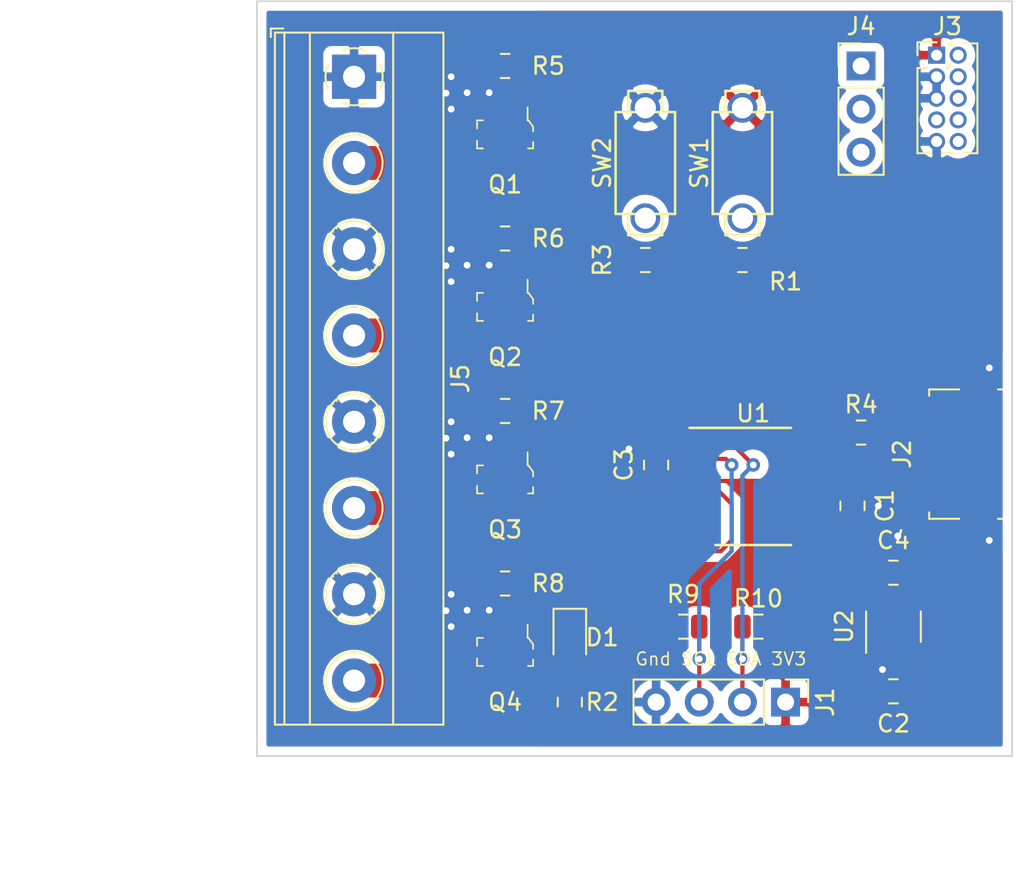
<source format=kicad_pcb>
(kicad_pcb (version 20171130) (host pcbnew "(5.1.5)-3")

  (general
    (thickness 1.6)
    (drawings 7)
    (tracks 201)
    (zones 0)
    (modules 28)
    (nets 22)
  )

  (page A4)
  (layers
    (0 F.Cu signal)
    (31 B.Cu signal)
    (32 B.Adhes user)
    (33 F.Adhes user)
    (34 B.Paste user)
    (35 F.Paste user)
    (36 B.SilkS user)
    (37 F.SilkS user)
    (38 B.Mask user)
    (39 F.Mask user)
    (40 Dwgs.User user)
    (41 Cmts.User user)
    (42 Eco1.User user)
    (43 Eco2.User user)
    (44 Edge.Cuts user)
    (45 Margin user)
    (46 B.CrtYd user)
    (47 F.CrtYd user)
    (48 B.Fab user)
    (49 F.Fab user hide)
  )

  (setup
    (last_trace_width 0.25)
    (trace_clearance 0.2)
    (zone_clearance 0.508)
    (zone_45_only no)
    (trace_min 0.2)
    (via_size 0.8)
    (via_drill 0.4)
    (via_min_size 0.4)
    (via_min_drill 0.3)
    (uvia_size 0.3)
    (uvia_drill 0.1)
    (uvias_allowed no)
    (uvia_min_size 0.2)
    (uvia_min_drill 0.1)
    (edge_width 0.05)
    (segment_width 0.2)
    (pcb_text_width 0.3)
    (pcb_text_size 1.5 1.5)
    (mod_edge_width 0.12)
    (mod_text_size 1 1)
    (mod_text_width 0.15)
    (pad_size 1.524 1.524)
    (pad_drill 0.762)
    (pad_to_mask_clearance 0.051)
    (solder_mask_min_width 0.25)
    (aux_axis_origin 0 0)
    (grid_origin 129.845 86.03)
    (visible_elements 7FFFFFFF)
    (pcbplotparams
      (layerselection 0x010fc_ffffffff)
      (usegerberextensions false)
      (usegerberattributes false)
      (usegerberadvancedattributes false)
      (creategerberjobfile false)
      (excludeedgelayer true)
      (linewidth 0.100000)
      (plotframeref false)
      (viasonmask false)
      (mode 1)
      (useauxorigin false)
      (hpglpennumber 1)
      (hpglpenspeed 20)
      (hpglpendiameter 15.000000)
      (psnegative false)
      (psa4output false)
      (plotreference true)
      (plotvalue true)
      (plotinvisibletext false)
      (padsonsilk false)
      (subtractmaskfromsilk false)
      (outputformat 1)
      (mirror false)
      (drillshape 1)
      (scaleselection 1)
      (outputdirectory ""))
  )

  (net 0 "")
  (net 1 +3V3)
  (net 2 GND)
  (net 3 /VBUS)
  (net 4 "Net-(D1-Pad2)")
  (net 5 /SCL)
  (net 6 /SDA)
  (net 7 /D+)
  (net 8 /D-)
  (net 9 /~RESET)
  (net 10 /SWDCLK)
  (net 11 /SWDIO)
  (net 12 /BOOT0)
  (net 13 /Mosfet3)
  (net 14 /Mosfet2)
  (net 15 /Mosfet1)
  (net 16 /Mosfet0)
  (net 17 PWM0)
  (net 18 PWM1)
  (net 19 PWM2)
  (net 20 PWM3)
  (net 21 /LED)

  (net_class Default "This is the default net class."
    (clearance 0.2)
    (trace_width 0.25)
    (via_dia 0.8)
    (via_drill 0.4)
    (uvia_dia 0.3)
    (uvia_drill 0.1)
    (add_net +3V3)
    (add_net /BOOT0)
    (add_net /D+)
    (add_net /D-)
    (add_net /LED)
    (add_net /Mosfet0)
    (add_net /Mosfet1)
    (add_net /Mosfet2)
    (add_net /Mosfet3)
    (add_net /SCL)
    (add_net /SDA)
    (add_net /SWDCLK)
    (add_net /SWDIO)
    (add_net /VBUS)
    (add_net /~RESET)
    (add_net GND)
    (add_net "Net-(D1-Pad2)")
    (add_net PWM0)
    (add_net PWM1)
    (add_net PWM2)
    (add_net PWM3)
  )

  (module TRA_KiCad_Footprints:2PinTactileButton (layer F.Cu) (tedit 5CF2038E) (tstamp 5E1DC76C)
    (at 128.575 65.075 270)
    (path /5E25CAB3)
    (fp_text reference SW1 (at 0 2.54 90) (layer F.SilkS)
      (effects (font (size 1 1) (thickness 0.15)))
    )
    (fp_text value SW_SPST (at 0 -2.54 90) (layer F.Fab)
      (effects (font (size 1 1) (thickness 0.15)))
    )
    (fp_line (start 3 1.75) (end -3 1.75) (layer F.SilkS) (width 0.15))
    (fp_line (start -3 -1.75) (end 3 -1.75) (layer F.SilkS) (width 0.15))
    (fp_line (start -3 -1.75) (end -3 1.75) (layer F.SilkS) (width 0.15))
    (fp_line (start 3 1.75) (end 3 -1.75) (layer F.SilkS) (width 0.15))
    (fp_line (start 3 -1) (end 4.25 -1) (layer F.SilkS) (width 0.15))
    (fp_line (start 4.25 -1) (end 4.25 1) (layer F.SilkS) (width 0.15))
    (fp_line (start 4.25 1) (end 3 1) (layer F.SilkS) (width 0.15))
    (fp_line (start -4.25 -1) (end -3 -1) (layer F.SilkS) (width 0.15))
    (fp_line (start -3 1) (end -4.25 1) (layer F.SilkS) (width 0.15))
    (fp_line (start -4.25 1) (end -4.25 -1) (layer F.SilkS) (width 0.15))
    (pad 1 thru_hole circle (at 3.25 0 270) (size 1.75 1.75) (drill 1.25) (layers *.Cu *.Mask)
      (net 12 /BOOT0))
    (pad 2 thru_hole circle (at -3.25 0 270) (size 1.75 1.75) (drill 1.25) (layers *.Cu *.Mask)
      (net 1 +3V3))
    (model "${GITHUB}/TRA_KiCad_Library/3D Models/TL1107AFxxxWQ.stp"
      (at (xyz 0 0 0))
      (scale (xyz 1 1 1))
      (rotate (xyz 0 0 0))
    )
  )

  (module Resistor_SMD:R_0805_2012Metric (layer F.Cu) (tedit 5B36C52B) (tstamp 5E1ED1BC)
    (at 129.5125 92.38)
    (descr "Resistor SMD 0805 (2012 Metric), square (rectangular) end terminal, IPC_7351 nominal, (Body size source: https://docs.google.com/spreadsheets/d/1BsfQQcO9C6DZCsRaXUlFlo91Tg2WpOkGARC1WS5S8t0/edit?usp=sharing), generated with kicad-footprint-generator")
    (tags resistor)
    (path /5E3A449E)
    (attr smd)
    (fp_text reference R10 (at 0 -1.65) (layer F.SilkS)
      (effects (font (size 1 1) (thickness 0.15)))
    )
    (fp_text value 4.7K (at 0 1.65) (layer F.Fab)
      (effects (font (size 1 1) (thickness 0.15)))
    )
    (fp_text user %R (at 0 0) (layer F.Fab)
      (effects (font (size 0.5 0.5) (thickness 0.08)))
    )
    (fp_line (start 1.68 0.95) (end -1.68 0.95) (layer F.CrtYd) (width 0.05))
    (fp_line (start 1.68 -0.95) (end 1.68 0.95) (layer F.CrtYd) (width 0.05))
    (fp_line (start -1.68 -0.95) (end 1.68 -0.95) (layer F.CrtYd) (width 0.05))
    (fp_line (start -1.68 0.95) (end -1.68 -0.95) (layer F.CrtYd) (width 0.05))
    (fp_line (start -0.258578 0.71) (end 0.258578 0.71) (layer F.SilkS) (width 0.12))
    (fp_line (start -0.258578 -0.71) (end 0.258578 -0.71) (layer F.SilkS) (width 0.12))
    (fp_line (start 1 0.6) (end -1 0.6) (layer F.Fab) (width 0.1))
    (fp_line (start 1 -0.6) (end 1 0.6) (layer F.Fab) (width 0.1))
    (fp_line (start -1 -0.6) (end 1 -0.6) (layer F.Fab) (width 0.1))
    (fp_line (start -1 0.6) (end -1 -0.6) (layer F.Fab) (width 0.1))
    (pad 2 smd roundrect (at 0.9375 0) (size 0.975 1.4) (layers F.Cu F.Paste F.Mask) (roundrect_rratio 0.25)
      (net 1 +3V3))
    (pad 1 smd roundrect (at -0.9375 0) (size 0.975 1.4) (layers F.Cu F.Paste F.Mask) (roundrect_rratio 0.25)
      (net 6 /SDA))
    (model ${KISYS3DMOD}/Resistor_SMD.3dshapes/R_0805_2012Metric.wrl
      (at (xyz 0 0 0))
      (scale (xyz 1 1 1))
      (rotate (xyz 0 0 0))
    )
  )

  (module Resistor_SMD:R_0805_2012Metric (layer F.Cu) (tedit 5B36C52B) (tstamp 5E1E8756)
    (at 125.0975 92.38 180)
    (descr "Resistor SMD 0805 (2012 Metric), square (rectangular) end terminal, IPC_7351 nominal, (Body size source: https://docs.google.com/spreadsheets/d/1BsfQQcO9C6DZCsRaXUlFlo91Tg2WpOkGARC1WS5S8t0/edit?usp=sharing), generated with kicad-footprint-generator")
    (tags resistor)
    (path /5E3A0124)
    (attr smd)
    (fp_text reference R9 (at 0 1.905) (layer F.SilkS)
      (effects (font (size 1 1) (thickness 0.15)))
    )
    (fp_text value 4.7K (at 0 1.65) (layer F.Fab)
      (effects (font (size 1 1) (thickness 0.15)))
    )
    (fp_text user %R (at 0 0) (layer F.Fab)
      (effects (font (size 0.5 0.5) (thickness 0.08)))
    )
    (fp_line (start 1.68 0.95) (end -1.68 0.95) (layer F.CrtYd) (width 0.05))
    (fp_line (start 1.68 -0.95) (end 1.68 0.95) (layer F.CrtYd) (width 0.05))
    (fp_line (start -1.68 -0.95) (end 1.68 -0.95) (layer F.CrtYd) (width 0.05))
    (fp_line (start -1.68 0.95) (end -1.68 -0.95) (layer F.CrtYd) (width 0.05))
    (fp_line (start -0.258578 0.71) (end 0.258578 0.71) (layer F.SilkS) (width 0.12))
    (fp_line (start -0.258578 -0.71) (end 0.258578 -0.71) (layer F.SilkS) (width 0.12))
    (fp_line (start 1 0.6) (end -1 0.6) (layer F.Fab) (width 0.1))
    (fp_line (start 1 -0.6) (end 1 0.6) (layer F.Fab) (width 0.1))
    (fp_line (start -1 -0.6) (end 1 -0.6) (layer F.Fab) (width 0.1))
    (fp_line (start -1 0.6) (end -1 -0.6) (layer F.Fab) (width 0.1))
    (pad 2 smd roundrect (at 0.9375 0 180) (size 0.975 1.4) (layers F.Cu F.Paste F.Mask) (roundrect_rratio 0.25)
      (net 1 +3V3))
    (pad 1 smd roundrect (at -0.9375 0 180) (size 0.975 1.4) (layers F.Cu F.Paste F.Mask) (roundrect_rratio 0.25)
      (net 5 /SCL))
    (model ${KISYS3DMOD}/Resistor_SMD.3dshapes/R_0805_2012Metric.wrl
      (at (xyz 0 0 0))
      (scale (xyz 1 1 1))
      (rotate (xyz 0 0 0))
    )
  )

  (module Resistor_SMD:R_0805_2012Metric (layer F.Cu) (tedit 5B36C52B) (tstamp 5E1E38BC)
    (at 114.605 89.84)
    (descr "Resistor SMD 0805 (2012 Metric), square (rectangular) end terminal, IPC_7351 nominal, (Body size source: https://docs.google.com/spreadsheets/d/1BsfQQcO9C6DZCsRaXUlFlo91Tg2WpOkGARC1WS5S8t0/edit?usp=sharing), generated with kicad-footprint-generator")
    (tags resistor)
    (path /5E2F0457)
    (attr smd)
    (fp_text reference R8 (at 2.54 0) (layer F.SilkS)
      (effects (font (size 1 1) (thickness 0.15)))
    )
    (fp_text value 10K (at 0 1.65) (layer F.Fab)
      (effects (font (size 1 1) (thickness 0.15)))
    )
    (fp_line (start -1 0.6) (end -1 -0.6) (layer F.Fab) (width 0.1))
    (fp_line (start -1 -0.6) (end 1 -0.6) (layer F.Fab) (width 0.1))
    (fp_line (start 1 -0.6) (end 1 0.6) (layer F.Fab) (width 0.1))
    (fp_line (start 1 0.6) (end -1 0.6) (layer F.Fab) (width 0.1))
    (fp_line (start -0.258578 -0.71) (end 0.258578 -0.71) (layer F.SilkS) (width 0.12))
    (fp_line (start -0.258578 0.71) (end 0.258578 0.71) (layer F.SilkS) (width 0.12))
    (fp_line (start -1.68 0.95) (end -1.68 -0.95) (layer F.CrtYd) (width 0.05))
    (fp_line (start -1.68 -0.95) (end 1.68 -0.95) (layer F.CrtYd) (width 0.05))
    (fp_line (start 1.68 -0.95) (end 1.68 0.95) (layer F.CrtYd) (width 0.05))
    (fp_line (start 1.68 0.95) (end -1.68 0.95) (layer F.CrtYd) (width 0.05))
    (fp_text user %R (at 0 0) (layer F.Fab)
      (effects (font (size 0.5 0.5) (thickness 0.08)))
    )
    (pad 1 smd roundrect (at -0.9375 0) (size 0.975 1.4) (layers F.Cu F.Paste F.Mask) (roundrect_rratio 0.25)
      (net 2 GND))
    (pad 2 smd roundrect (at 0.9375 0) (size 0.975 1.4) (layers F.Cu F.Paste F.Mask) (roundrect_rratio 0.25)
      (net 20 PWM3))
    (model ${KISYS3DMOD}/Resistor_SMD.3dshapes/R_0805_2012Metric.wrl
      (at (xyz 0 0 0))
      (scale (xyz 1 1 1))
      (rotate (xyz 0 0 0))
    )
  )

  (module digikey-footprints:SOT-23-3 (layer F.Cu) (tedit 59D275F3) (tstamp 5E1E38A1)
    (at 114.605 93.87 270)
    (path /5E2F044D)
    (fp_text reference Q4 (at 2.955 0 180) (layer F.SilkS)
      (effects (font (size 1 1) (thickness 0.15)))
    )
    (fp_text value IRLML6344TRPBF (at 0.025 3.25 90) (layer F.Fab)
      (effects (font (size 1 1) (thickness 0.15)))
    )
    (fp_line (start -1.825 -1.95) (end 1.825 -1.95) (layer F.CrtYd) (width 0.05))
    (fp_line (start -1.825 -1.95) (end -1.825 1.95) (layer F.CrtYd) (width 0.05))
    (fp_line (start 1.825 1.95) (end -1.825 1.95) (layer F.CrtYd) (width 0.05))
    (fp_line (start 1.825 -1.95) (end 1.825 1.95) (layer F.CrtYd) (width 0.05))
    (fp_line (start -0.175 -1.65) (end -0.45 -1.65) (layer F.SilkS) (width 0.1))
    (fp_line (start -0.45 -1.65) (end -0.825 -1.375) (layer F.SilkS) (width 0.1))
    (fp_line (start -0.825 -1.375) (end -0.825 -1.325) (layer F.SilkS) (width 0.1))
    (fp_line (start -0.825 -1.325) (end -1.6 -1.325) (layer F.SilkS) (width 0.1))
    (fp_line (start -0.7 -1.325) (end -0.7 1.525) (layer F.Fab) (width 0.1))
    (fp_line (start -0.425 -1.525) (end 0.7 -1.525) (layer F.Fab) (width 0.1))
    (fp_line (start -0.425 -1.525) (end -0.7 -1.325) (layer F.Fab) (width 0.1))
    (fp_line (start -0.35 1.65) (end -0.825 1.65) (layer F.SilkS) (width 0.1))
    (fp_line (start -0.825 1.65) (end -0.825 1.3) (layer F.SilkS) (width 0.1))
    (fp_line (start 0.825 1.425) (end 0.825 1.3) (layer F.SilkS) (width 0.1))
    (fp_line (start 0.825 1.35) (end 0.825 1.65) (layer F.SilkS) (width 0.1))
    (fp_line (start 0.825 1.65) (end 0.375 1.65) (layer F.SilkS) (width 0.1))
    (fp_line (start 0.45 -1.65) (end 0.825 -1.65) (layer F.SilkS) (width 0.1))
    (fp_line (start 0.825 -1.65) (end 0.825 -1.35) (layer F.SilkS) (width 0.1))
    (fp_text user %R (at -0.125 0.15 90) (layer F.Fab)
      (effects (font (size 0.25 0.25) (thickness 0.05)))
    )
    (fp_line (start -0.7 1.52) (end 0.7 1.52) (layer F.Fab) (width 0.1))
    (fp_line (start 0.7 1.52) (end 0.7 -1.52) (layer F.Fab) (width 0.1))
    (pad 3 smd rect (at 1.05 0 270) (size 1.3 0.6) (layers F.Cu F.Paste F.Mask)
      (net 13 /Mosfet3) (solder_mask_margin 0.07))
    (pad 2 smd rect (at -1.05 0.95 270) (size 1.3 0.6) (layers F.Cu F.Paste F.Mask)
      (net 2 GND) (solder_mask_margin 0.07))
    (pad 1 smd rect (at -1.05 -0.95 270) (size 1.3 0.6) (layers F.Cu F.Paste F.Mask)
      (net 20 PWM3) (solder_mask_margin 0.07))
  )

  (module Resistor_SMD:R_0805_2012Metric (layer F.Cu) (tedit 5B36C52B) (tstamp 5E1E38BC)
    (at 114.605 79.68)
    (descr "Resistor SMD 0805 (2012 Metric), square (rectangular) end terminal, IPC_7351 nominal, (Body size source: https://docs.google.com/spreadsheets/d/1BsfQQcO9C6DZCsRaXUlFlo91Tg2WpOkGARC1WS5S8t0/edit?usp=sharing), generated with kicad-footprint-generator")
    (tags resistor)
    (path /5E2F4A74)
    (attr smd)
    (fp_text reference R7 (at 2.54 0) (layer F.SilkS)
      (effects (font (size 1 1) (thickness 0.15)))
    )
    (fp_text value 10K (at 0 1.65) (layer F.Fab)
      (effects (font (size 1 1) (thickness 0.15)))
    )
    (fp_line (start -1 0.6) (end -1 -0.6) (layer F.Fab) (width 0.1))
    (fp_line (start -1 -0.6) (end 1 -0.6) (layer F.Fab) (width 0.1))
    (fp_line (start 1 -0.6) (end 1 0.6) (layer F.Fab) (width 0.1))
    (fp_line (start 1 0.6) (end -1 0.6) (layer F.Fab) (width 0.1))
    (fp_line (start -0.258578 -0.71) (end 0.258578 -0.71) (layer F.SilkS) (width 0.12))
    (fp_line (start -0.258578 0.71) (end 0.258578 0.71) (layer F.SilkS) (width 0.12))
    (fp_line (start -1.68 0.95) (end -1.68 -0.95) (layer F.CrtYd) (width 0.05))
    (fp_line (start -1.68 -0.95) (end 1.68 -0.95) (layer F.CrtYd) (width 0.05))
    (fp_line (start 1.68 -0.95) (end 1.68 0.95) (layer F.CrtYd) (width 0.05))
    (fp_line (start 1.68 0.95) (end -1.68 0.95) (layer F.CrtYd) (width 0.05))
    (fp_text user %R (at 0 0) (layer F.Fab)
      (effects (font (size 0.5 0.5) (thickness 0.08)))
    )
    (pad 1 smd roundrect (at -0.9375 0) (size 0.975 1.4) (layers F.Cu F.Paste F.Mask) (roundrect_rratio 0.25)
      (net 2 GND))
    (pad 2 smd roundrect (at 0.9375 0) (size 0.975 1.4) (layers F.Cu F.Paste F.Mask) (roundrect_rratio 0.25)
      (net 19 PWM2))
    (model ${KISYS3DMOD}/Resistor_SMD.3dshapes/R_0805_2012Metric.wrl
      (at (xyz 0 0 0))
      (scale (xyz 1 1 1))
      (rotate (xyz 0 0 0))
    )
  )

  (module digikey-footprints:SOT-23-3 (layer F.Cu) (tedit 59D275F3) (tstamp 5E1E38A1)
    (at 114.605 83.71 270)
    (path /5E2F4A6A)
    (fp_text reference Q3 (at 2.955 0 180) (layer F.SilkS)
      (effects (font (size 1 1) (thickness 0.15)))
    )
    (fp_text value IRLML6344TRPBF (at 0.025 3.25 90) (layer F.Fab)
      (effects (font (size 1 1) (thickness 0.15)))
    )
    (fp_line (start -1.825 -1.95) (end 1.825 -1.95) (layer F.CrtYd) (width 0.05))
    (fp_line (start -1.825 -1.95) (end -1.825 1.95) (layer F.CrtYd) (width 0.05))
    (fp_line (start 1.825 1.95) (end -1.825 1.95) (layer F.CrtYd) (width 0.05))
    (fp_line (start 1.825 -1.95) (end 1.825 1.95) (layer F.CrtYd) (width 0.05))
    (fp_line (start -0.175 -1.65) (end -0.45 -1.65) (layer F.SilkS) (width 0.1))
    (fp_line (start -0.45 -1.65) (end -0.825 -1.375) (layer F.SilkS) (width 0.1))
    (fp_line (start -0.825 -1.375) (end -0.825 -1.325) (layer F.SilkS) (width 0.1))
    (fp_line (start -0.825 -1.325) (end -1.6 -1.325) (layer F.SilkS) (width 0.1))
    (fp_line (start -0.7 -1.325) (end -0.7 1.525) (layer F.Fab) (width 0.1))
    (fp_line (start -0.425 -1.525) (end 0.7 -1.525) (layer F.Fab) (width 0.1))
    (fp_line (start -0.425 -1.525) (end -0.7 -1.325) (layer F.Fab) (width 0.1))
    (fp_line (start -0.35 1.65) (end -0.825 1.65) (layer F.SilkS) (width 0.1))
    (fp_line (start -0.825 1.65) (end -0.825 1.3) (layer F.SilkS) (width 0.1))
    (fp_line (start 0.825 1.425) (end 0.825 1.3) (layer F.SilkS) (width 0.1))
    (fp_line (start 0.825 1.35) (end 0.825 1.65) (layer F.SilkS) (width 0.1))
    (fp_line (start 0.825 1.65) (end 0.375 1.65) (layer F.SilkS) (width 0.1))
    (fp_line (start 0.45 -1.65) (end 0.825 -1.65) (layer F.SilkS) (width 0.1))
    (fp_line (start 0.825 -1.65) (end 0.825 -1.35) (layer F.SilkS) (width 0.1))
    (fp_text user %R (at -0.125 0.15 90) (layer F.Fab)
      (effects (font (size 0.25 0.25) (thickness 0.05)))
    )
    (fp_line (start -0.7 1.52) (end 0.7 1.52) (layer F.Fab) (width 0.1))
    (fp_line (start 0.7 1.52) (end 0.7 -1.52) (layer F.Fab) (width 0.1))
    (pad 3 smd rect (at 1.05 0 270) (size 1.3 0.6) (layers F.Cu F.Paste F.Mask)
      (net 14 /Mosfet2) (solder_mask_margin 0.07))
    (pad 2 smd rect (at -1.05 0.95 270) (size 1.3 0.6) (layers F.Cu F.Paste F.Mask)
      (net 2 GND) (solder_mask_margin 0.07))
    (pad 1 smd rect (at -1.05 -0.95 270) (size 1.3 0.6) (layers F.Cu F.Paste F.Mask)
      (net 19 PWM2) (solder_mask_margin 0.07))
  )

  (module Resistor_SMD:R_0805_2012Metric (layer F.Cu) (tedit 5B36C52B) (tstamp 5E1E38BC)
    (at 114.605 69.52)
    (descr "Resistor SMD 0805 (2012 Metric), square (rectangular) end terminal, IPC_7351 nominal, (Body size source: https://docs.google.com/spreadsheets/d/1BsfQQcO9C6DZCsRaXUlFlo91Tg2WpOkGARC1WS5S8t0/edit?usp=sharing), generated with kicad-footprint-generator")
    (tags resistor)
    (path /5E2FBAAC)
    (attr smd)
    (fp_text reference R6 (at 2.54 0) (layer F.SilkS)
      (effects (font (size 1 1) (thickness 0.15)))
    )
    (fp_text value 10K (at 0 1.65) (layer F.Fab)
      (effects (font (size 1 1) (thickness 0.15)))
    )
    (fp_line (start -1 0.6) (end -1 -0.6) (layer F.Fab) (width 0.1))
    (fp_line (start -1 -0.6) (end 1 -0.6) (layer F.Fab) (width 0.1))
    (fp_line (start 1 -0.6) (end 1 0.6) (layer F.Fab) (width 0.1))
    (fp_line (start 1 0.6) (end -1 0.6) (layer F.Fab) (width 0.1))
    (fp_line (start -0.258578 -0.71) (end 0.258578 -0.71) (layer F.SilkS) (width 0.12))
    (fp_line (start -0.258578 0.71) (end 0.258578 0.71) (layer F.SilkS) (width 0.12))
    (fp_line (start -1.68 0.95) (end -1.68 -0.95) (layer F.CrtYd) (width 0.05))
    (fp_line (start -1.68 -0.95) (end 1.68 -0.95) (layer F.CrtYd) (width 0.05))
    (fp_line (start 1.68 -0.95) (end 1.68 0.95) (layer F.CrtYd) (width 0.05))
    (fp_line (start 1.68 0.95) (end -1.68 0.95) (layer F.CrtYd) (width 0.05))
    (fp_text user %R (at 0 0) (layer F.Fab)
      (effects (font (size 0.5 0.5) (thickness 0.08)))
    )
    (pad 1 smd roundrect (at -0.9375 0) (size 0.975 1.4) (layers F.Cu F.Paste F.Mask) (roundrect_rratio 0.25)
      (net 2 GND))
    (pad 2 smd roundrect (at 0.9375 0) (size 0.975 1.4) (layers F.Cu F.Paste F.Mask) (roundrect_rratio 0.25)
      (net 18 PWM1))
    (model ${KISYS3DMOD}/Resistor_SMD.3dshapes/R_0805_2012Metric.wrl
      (at (xyz 0 0 0))
      (scale (xyz 1 1 1))
      (rotate (xyz 0 0 0))
    )
  )

  (module digikey-footprints:SOT-23-3 (layer F.Cu) (tedit 59D275F3) (tstamp 5E1E38A1)
    (at 114.605 73.55 270)
    (path /5E2FBAA2)
    (fp_text reference Q2 (at 2.955 0 180) (layer F.SilkS)
      (effects (font (size 1 1) (thickness 0.15)))
    )
    (fp_text value IRLML6344TRPBF (at 0.025 3.25 90) (layer F.Fab)
      (effects (font (size 1 1) (thickness 0.15)))
    )
    (fp_line (start -1.825 -1.95) (end 1.825 -1.95) (layer F.CrtYd) (width 0.05))
    (fp_line (start -1.825 -1.95) (end -1.825 1.95) (layer F.CrtYd) (width 0.05))
    (fp_line (start 1.825 1.95) (end -1.825 1.95) (layer F.CrtYd) (width 0.05))
    (fp_line (start 1.825 -1.95) (end 1.825 1.95) (layer F.CrtYd) (width 0.05))
    (fp_line (start -0.175 -1.65) (end -0.45 -1.65) (layer F.SilkS) (width 0.1))
    (fp_line (start -0.45 -1.65) (end -0.825 -1.375) (layer F.SilkS) (width 0.1))
    (fp_line (start -0.825 -1.375) (end -0.825 -1.325) (layer F.SilkS) (width 0.1))
    (fp_line (start -0.825 -1.325) (end -1.6 -1.325) (layer F.SilkS) (width 0.1))
    (fp_line (start -0.7 -1.325) (end -0.7 1.525) (layer F.Fab) (width 0.1))
    (fp_line (start -0.425 -1.525) (end 0.7 -1.525) (layer F.Fab) (width 0.1))
    (fp_line (start -0.425 -1.525) (end -0.7 -1.325) (layer F.Fab) (width 0.1))
    (fp_line (start -0.35 1.65) (end -0.825 1.65) (layer F.SilkS) (width 0.1))
    (fp_line (start -0.825 1.65) (end -0.825 1.3) (layer F.SilkS) (width 0.1))
    (fp_line (start 0.825 1.425) (end 0.825 1.3) (layer F.SilkS) (width 0.1))
    (fp_line (start 0.825 1.35) (end 0.825 1.65) (layer F.SilkS) (width 0.1))
    (fp_line (start 0.825 1.65) (end 0.375 1.65) (layer F.SilkS) (width 0.1))
    (fp_line (start 0.45 -1.65) (end 0.825 -1.65) (layer F.SilkS) (width 0.1))
    (fp_line (start 0.825 -1.65) (end 0.825 -1.35) (layer F.SilkS) (width 0.1))
    (fp_text user %R (at -0.125 0.15 90) (layer F.Fab)
      (effects (font (size 0.25 0.25) (thickness 0.05)))
    )
    (fp_line (start -0.7 1.52) (end 0.7 1.52) (layer F.Fab) (width 0.1))
    (fp_line (start 0.7 1.52) (end 0.7 -1.52) (layer F.Fab) (width 0.1))
    (pad 3 smd rect (at 1.05 0 270) (size 1.3 0.6) (layers F.Cu F.Paste F.Mask)
      (net 15 /Mosfet1) (solder_mask_margin 0.07))
    (pad 2 smd rect (at -1.05 0.95 270) (size 1.3 0.6) (layers F.Cu F.Paste F.Mask)
      (net 2 GND) (solder_mask_margin 0.07))
    (pad 1 smd rect (at -1.05 -0.95 270) (size 1.3 0.6) (layers F.Cu F.Paste F.Mask)
      (net 18 PWM1) (solder_mask_margin 0.07))
  )

  (module Resistor_SMD:R_0805_2012Metric (layer F.Cu) (tedit 5B36C52B) (tstamp 5E1E276D)
    (at 114.605 59.36)
    (descr "Resistor SMD 0805 (2012 Metric), square (rectangular) end terminal, IPC_7351 nominal, (Body size source: https://docs.google.com/spreadsheets/d/1BsfQQcO9C6DZCsRaXUlFlo91Tg2WpOkGARC1WS5S8t0/edit?usp=sharing), generated with kicad-footprint-generator")
    (tags resistor)
    (path /5E2B2C3A)
    (attr smd)
    (fp_text reference R5 (at 2.54 0) (layer F.SilkS)
      (effects (font (size 1 1) (thickness 0.15)))
    )
    (fp_text value 10K (at 0 1.65) (layer F.Fab)
      (effects (font (size 1 1) (thickness 0.15)))
    )
    (fp_text user %R (at 0 0) (layer F.Fab)
      (effects (font (size 0.5 0.5) (thickness 0.08)))
    )
    (fp_line (start 1.68 0.95) (end -1.68 0.95) (layer F.CrtYd) (width 0.05))
    (fp_line (start 1.68 -0.95) (end 1.68 0.95) (layer F.CrtYd) (width 0.05))
    (fp_line (start -1.68 -0.95) (end 1.68 -0.95) (layer F.CrtYd) (width 0.05))
    (fp_line (start -1.68 0.95) (end -1.68 -0.95) (layer F.CrtYd) (width 0.05))
    (fp_line (start -0.258578 0.71) (end 0.258578 0.71) (layer F.SilkS) (width 0.12))
    (fp_line (start -0.258578 -0.71) (end 0.258578 -0.71) (layer F.SilkS) (width 0.12))
    (fp_line (start 1 0.6) (end -1 0.6) (layer F.Fab) (width 0.1))
    (fp_line (start 1 -0.6) (end 1 0.6) (layer F.Fab) (width 0.1))
    (fp_line (start -1 -0.6) (end 1 -0.6) (layer F.Fab) (width 0.1))
    (fp_line (start -1 0.6) (end -1 -0.6) (layer F.Fab) (width 0.1))
    (pad 2 smd roundrect (at 0.9375 0) (size 0.975 1.4) (layers F.Cu F.Paste F.Mask) (roundrect_rratio 0.25)
      (net 17 PWM0))
    (pad 1 smd roundrect (at -0.9375 0) (size 0.975 1.4) (layers F.Cu F.Paste F.Mask) (roundrect_rratio 0.25)
      (net 2 GND))
    (model ${KISYS3DMOD}/Resistor_SMD.3dshapes/R_0805_2012Metric.wrl
      (at (xyz 0 0 0))
      (scale (xyz 1 1 1))
      (rotate (xyz 0 0 0))
    )
  )

  (module digikey-footprints:SOT-23-3 (layer F.Cu) (tedit 59D275F3) (tstamp 5E1DE34B)
    (at 114.605 63.39 270)
    (path /5E269A78)
    (fp_text reference Q1 (at 2.955 0 180) (layer F.SilkS)
      (effects (font (size 1 1) (thickness 0.15)))
    )
    (fp_text value IRLML6344TRPBF (at 0.025 3.25 90) (layer F.Fab)
      (effects (font (size 1 1) (thickness 0.15)))
    )
    (fp_line (start 0.7 1.52) (end 0.7 -1.52) (layer F.Fab) (width 0.1))
    (fp_line (start -0.7 1.52) (end 0.7 1.52) (layer F.Fab) (width 0.1))
    (fp_text user %R (at -0.125 0.15 90) (layer F.Fab)
      (effects (font (size 0.25 0.25) (thickness 0.05)))
    )
    (fp_line (start 0.825 -1.65) (end 0.825 -1.35) (layer F.SilkS) (width 0.1))
    (fp_line (start 0.45 -1.65) (end 0.825 -1.65) (layer F.SilkS) (width 0.1))
    (fp_line (start 0.825 1.65) (end 0.375 1.65) (layer F.SilkS) (width 0.1))
    (fp_line (start 0.825 1.35) (end 0.825 1.65) (layer F.SilkS) (width 0.1))
    (fp_line (start 0.825 1.425) (end 0.825 1.3) (layer F.SilkS) (width 0.1))
    (fp_line (start -0.825 1.65) (end -0.825 1.3) (layer F.SilkS) (width 0.1))
    (fp_line (start -0.35 1.65) (end -0.825 1.65) (layer F.SilkS) (width 0.1))
    (fp_line (start -0.425 -1.525) (end -0.7 -1.325) (layer F.Fab) (width 0.1))
    (fp_line (start -0.425 -1.525) (end 0.7 -1.525) (layer F.Fab) (width 0.1))
    (fp_line (start -0.7 -1.325) (end -0.7 1.525) (layer F.Fab) (width 0.1))
    (fp_line (start -0.825 -1.325) (end -1.6 -1.325) (layer F.SilkS) (width 0.1))
    (fp_line (start -0.825 -1.375) (end -0.825 -1.325) (layer F.SilkS) (width 0.1))
    (fp_line (start -0.45 -1.65) (end -0.825 -1.375) (layer F.SilkS) (width 0.1))
    (fp_line (start -0.175 -1.65) (end -0.45 -1.65) (layer F.SilkS) (width 0.1))
    (fp_line (start 1.825 -1.95) (end 1.825 1.95) (layer F.CrtYd) (width 0.05))
    (fp_line (start 1.825 1.95) (end -1.825 1.95) (layer F.CrtYd) (width 0.05))
    (fp_line (start -1.825 -1.95) (end -1.825 1.95) (layer F.CrtYd) (width 0.05))
    (fp_line (start -1.825 -1.95) (end 1.825 -1.95) (layer F.CrtYd) (width 0.05))
    (pad 1 smd rect (at -1.05 -0.95 270) (size 1.3 0.6) (layers F.Cu F.Paste F.Mask)
      (net 17 PWM0) (solder_mask_margin 0.07))
    (pad 2 smd rect (at -1.05 0.95 270) (size 1.3 0.6) (layers F.Cu F.Paste F.Mask)
      (net 2 GND) (solder_mask_margin 0.07))
    (pad 3 smd rect (at 1.05 0 270) (size 1.3 0.6) (layers F.Cu F.Paste F.Mask)
      (net 16 /Mosfet0) (solder_mask_margin 0.07))
  )

  (module TerminalBlock_Phoenix:TerminalBlock_Phoenix_MKDS-1,5-8-5.08_1x08_P5.08mm_Horizontal (layer F.Cu) (tedit 5B294EC0) (tstamp 5E1DE32F)
    (at 105.715 59.995 270)
    (descr "Terminal Block Phoenix MKDS-1,5-8-5.08, 8 pins, pitch 5.08mm, size 40.6x9.8mm^2, drill diamater 1.3mm, pad diameter 2.6mm, see http://www.farnell.com/datasheets/100425.pdf, script-generated using https://github.com/pointhi/kicad-footprint-generator/scripts/TerminalBlock_Phoenix")
    (tags "THT Terminal Block Phoenix MKDS-1,5-8-5.08 pitch 5.08mm size 40.6x9.8mm^2 drill 1.3mm pad 2.6mm")
    (path /5E270F48)
    (fp_text reference J5 (at 17.78 -6.26 90) (layer F.SilkS)
      (effects (font (size 1 1) (thickness 0.15)))
    )
    (fp_text value Screw_Terminal_01x08 (at 17.78 5.66 90) (layer F.Fab)
      (effects (font (size 1 1) (thickness 0.15)))
    )
    (fp_text user %R (at 17.78 3.2 90) (layer F.Fab)
      (effects (font (size 1 1) (thickness 0.15)))
    )
    (fp_line (start 38.6 -5.71) (end -3.04 -5.71) (layer F.CrtYd) (width 0.05))
    (fp_line (start 38.6 5.1) (end 38.6 -5.71) (layer F.CrtYd) (width 0.05))
    (fp_line (start -3.04 5.1) (end 38.6 5.1) (layer F.CrtYd) (width 0.05))
    (fp_line (start -3.04 -5.71) (end -3.04 5.1) (layer F.CrtYd) (width 0.05))
    (fp_line (start -2.84 4.9) (end -2.34 4.9) (layer F.SilkS) (width 0.12))
    (fp_line (start -2.84 4.16) (end -2.84 4.9) (layer F.SilkS) (width 0.12))
    (fp_line (start 34.333 1.023) (end 34.286 1.069) (layer F.SilkS) (width 0.12))
    (fp_line (start 36.63 -1.275) (end 36.595 -1.239) (layer F.SilkS) (width 0.12))
    (fp_line (start 34.526 1.239) (end 34.491 1.274) (layer F.SilkS) (width 0.12))
    (fp_line (start 36.835 -1.069) (end 36.788 -1.023) (layer F.SilkS) (width 0.12))
    (fp_line (start 36.515 -1.138) (end 34.423 0.955) (layer F.Fab) (width 0.1))
    (fp_line (start 36.698 -0.955) (end 34.606 1.138) (layer F.Fab) (width 0.1))
    (fp_line (start 29.253 1.023) (end 29.206 1.069) (layer F.SilkS) (width 0.12))
    (fp_line (start 31.55 -1.275) (end 31.515 -1.239) (layer F.SilkS) (width 0.12))
    (fp_line (start 29.446 1.239) (end 29.411 1.274) (layer F.SilkS) (width 0.12))
    (fp_line (start 31.755 -1.069) (end 31.708 -1.023) (layer F.SilkS) (width 0.12))
    (fp_line (start 31.435 -1.138) (end 29.343 0.955) (layer F.Fab) (width 0.1))
    (fp_line (start 31.618 -0.955) (end 29.526 1.138) (layer F.Fab) (width 0.1))
    (fp_line (start 24.173 1.023) (end 24.126 1.069) (layer F.SilkS) (width 0.12))
    (fp_line (start 26.47 -1.275) (end 26.435 -1.239) (layer F.SilkS) (width 0.12))
    (fp_line (start 24.366 1.239) (end 24.331 1.274) (layer F.SilkS) (width 0.12))
    (fp_line (start 26.675 -1.069) (end 26.628 -1.023) (layer F.SilkS) (width 0.12))
    (fp_line (start 26.355 -1.138) (end 24.263 0.955) (layer F.Fab) (width 0.1))
    (fp_line (start 26.538 -0.955) (end 24.446 1.138) (layer F.Fab) (width 0.1))
    (fp_line (start 19.093 1.023) (end 19.046 1.069) (layer F.SilkS) (width 0.12))
    (fp_line (start 21.39 -1.275) (end 21.355 -1.239) (layer F.SilkS) (width 0.12))
    (fp_line (start 19.286 1.239) (end 19.251 1.274) (layer F.SilkS) (width 0.12))
    (fp_line (start 21.595 -1.069) (end 21.548 -1.023) (layer F.SilkS) (width 0.12))
    (fp_line (start 21.275 -1.138) (end 19.183 0.955) (layer F.Fab) (width 0.1))
    (fp_line (start 21.458 -0.955) (end 19.366 1.138) (layer F.Fab) (width 0.1))
    (fp_line (start 14.013 1.023) (end 13.966 1.069) (layer F.SilkS) (width 0.12))
    (fp_line (start 16.31 -1.275) (end 16.275 -1.239) (layer F.SilkS) (width 0.12))
    (fp_line (start 14.206 1.239) (end 14.171 1.274) (layer F.SilkS) (width 0.12))
    (fp_line (start 16.515 -1.069) (end 16.468 -1.023) (layer F.SilkS) (width 0.12))
    (fp_line (start 16.195 -1.138) (end 14.103 0.955) (layer F.Fab) (width 0.1))
    (fp_line (start 16.378 -0.955) (end 14.286 1.138) (layer F.Fab) (width 0.1))
    (fp_line (start 8.933 1.023) (end 8.886 1.069) (layer F.SilkS) (width 0.12))
    (fp_line (start 11.23 -1.275) (end 11.195 -1.239) (layer F.SilkS) (width 0.12))
    (fp_line (start 9.126 1.239) (end 9.091 1.274) (layer F.SilkS) (width 0.12))
    (fp_line (start 11.435 -1.069) (end 11.388 -1.023) (layer F.SilkS) (width 0.12))
    (fp_line (start 11.115 -1.138) (end 9.023 0.955) (layer F.Fab) (width 0.1))
    (fp_line (start 11.298 -0.955) (end 9.206 1.138) (layer F.Fab) (width 0.1))
    (fp_line (start 3.853 1.023) (end 3.806 1.069) (layer F.SilkS) (width 0.12))
    (fp_line (start 6.15 -1.275) (end 6.115 -1.239) (layer F.SilkS) (width 0.12))
    (fp_line (start 4.046 1.239) (end 4.011 1.274) (layer F.SilkS) (width 0.12))
    (fp_line (start 6.355 -1.069) (end 6.308 -1.023) (layer F.SilkS) (width 0.12))
    (fp_line (start 6.035 -1.138) (end 3.943 0.955) (layer F.Fab) (width 0.1))
    (fp_line (start 6.218 -0.955) (end 4.126 1.138) (layer F.Fab) (width 0.1))
    (fp_line (start 0.955 -1.138) (end -1.138 0.955) (layer F.Fab) (width 0.1))
    (fp_line (start 1.138 -0.955) (end -0.955 1.138) (layer F.Fab) (width 0.1))
    (fp_line (start 38.16 -5.261) (end 38.16 4.66) (layer F.SilkS) (width 0.12))
    (fp_line (start -2.6 -5.261) (end -2.6 4.66) (layer F.SilkS) (width 0.12))
    (fp_line (start -2.6 4.66) (end 38.16 4.66) (layer F.SilkS) (width 0.12))
    (fp_line (start -2.6 -5.261) (end 38.16 -5.261) (layer F.SilkS) (width 0.12))
    (fp_line (start -2.6 -2.301) (end 38.16 -2.301) (layer F.SilkS) (width 0.12))
    (fp_line (start -2.54 -2.3) (end 38.1 -2.3) (layer F.Fab) (width 0.1))
    (fp_line (start -2.6 2.6) (end 38.16 2.6) (layer F.SilkS) (width 0.12))
    (fp_line (start -2.54 2.6) (end 38.1 2.6) (layer F.Fab) (width 0.1))
    (fp_line (start -2.6 4.1) (end 38.16 4.1) (layer F.SilkS) (width 0.12))
    (fp_line (start -2.54 4.1) (end 38.1 4.1) (layer F.Fab) (width 0.1))
    (fp_line (start -2.54 4.1) (end -2.54 -5.2) (layer F.Fab) (width 0.1))
    (fp_line (start -2.04 4.6) (end -2.54 4.1) (layer F.Fab) (width 0.1))
    (fp_line (start 38.1 4.6) (end -2.04 4.6) (layer F.Fab) (width 0.1))
    (fp_line (start 38.1 -5.2) (end 38.1 4.6) (layer F.Fab) (width 0.1))
    (fp_line (start -2.54 -5.2) (end 38.1 -5.2) (layer F.Fab) (width 0.1))
    (fp_circle (center 35.56 0) (end 37.24 0) (layer F.SilkS) (width 0.12))
    (fp_circle (center 35.56 0) (end 37.06 0) (layer F.Fab) (width 0.1))
    (fp_circle (center 30.48 0) (end 32.16 0) (layer F.SilkS) (width 0.12))
    (fp_circle (center 30.48 0) (end 31.98 0) (layer F.Fab) (width 0.1))
    (fp_circle (center 25.4 0) (end 27.08 0) (layer F.SilkS) (width 0.12))
    (fp_circle (center 25.4 0) (end 26.9 0) (layer F.Fab) (width 0.1))
    (fp_circle (center 20.32 0) (end 22 0) (layer F.SilkS) (width 0.12))
    (fp_circle (center 20.32 0) (end 21.82 0) (layer F.Fab) (width 0.1))
    (fp_circle (center 15.24 0) (end 16.92 0) (layer F.SilkS) (width 0.12))
    (fp_circle (center 15.24 0) (end 16.74 0) (layer F.Fab) (width 0.1))
    (fp_circle (center 10.16 0) (end 11.84 0) (layer F.SilkS) (width 0.12))
    (fp_circle (center 10.16 0) (end 11.66 0) (layer F.Fab) (width 0.1))
    (fp_circle (center 5.08 0) (end 6.76 0) (layer F.SilkS) (width 0.12))
    (fp_circle (center 5.08 0) (end 6.58 0) (layer F.Fab) (width 0.1))
    (fp_circle (center 0 0) (end 1.5 0) (layer F.Fab) (width 0.1))
    (fp_arc (start 0 0) (end -0.684 1.535) (angle -25) (layer F.SilkS) (width 0.12))
    (fp_arc (start 0 0) (end -1.535 -0.684) (angle -48) (layer F.SilkS) (width 0.12))
    (fp_arc (start 0 0) (end 0.684 -1.535) (angle -48) (layer F.SilkS) (width 0.12))
    (fp_arc (start 0 0) (end 1.535 0.684) (angle -48) (layer F.SilkS) (width 0.12))
    (fp_arc (start 0 0) (end 0 1.68) (angle -24) (layer F.SilkS) (width 0.12))
    (pad 8 thru_hole circle (at 35.56 0 270) (size 2.6 2.6) (drill 1.3) (layers *.Cu *.Mask)
      (net 13 /Mosfet3))
    (pad 7 thru_hole circle (at 30.48 0 270) (size 2.6 2.6) (drill 1.3) (layers *.Cu *.Mask)
      (net 2 GND))
    (pad 6 thru_hole circle (at 25.4 0 270) (size 2.6 2.6) (drill 1.3) (layers *.Cu *.Mask)
      (net 14 /Mosfet2))
    (pad 5 thru_hole circle (at 20.32 0 270) (size 2.6 2.6) (drill 1.3) (layers *.Cu *.Mask)
      (net 2 GND))
    (pad 4 thru_hole circle (at 15.24 0 270) (size 2.6 2.6) (drill 1.3) (layers *.Cu *.Mask)
      (net 15 /Mosfet1))
    (pad 3 thru_hole circle (at 10.16 0 270) (size 2.6 2.6) (drill 1.3) (layers *.Cu *.Mask)
      (net 2 GND))
    (pad 2 thru_hole circle (at 5.08 0 270) (size 2.6 2.6) (drill 1.3) (layers *.Cu *.Mask)
      (net 16 /Mosfet0))
    (pad 1 thru_hole rect (at 0 0 270) (size 2.6 2.6) (drill 1.3) (layers *.Cu *.Mask)
      (net 2 GND))
    (model ${KISYS3DMOD}/TerminalBlock_Phoenix.3dshapes/TerminalBlock_Phoenix_MKDS-1,5-8-5.08_1x08_P5.08mm_Horizontal.wrl
      (at (xyz 0 0 0))
      (scale (xyz 1 1 1))
      (rotate (xyz 0 0 0))
    )
  )

  (module Package_TO_SOT_SMD:SOT-23-5 (layer F.Cu) (tedit 5A02FF57) (tstamp 5E1DC7B5)
    (at 137.465 92.38 90)
    (descr "5-pin SOT23 package")
    (tags SOT-23-5)
    (path /5E25182A)
    (attr smd)
    (fp_text reference U2 (at 0 -2.9 90) (layer F.SilkS)
      (effects (font (size 1 1) (thickness 0.15)))
    )
    (fp_text value AP2127K-3.3 (at 0 2.9 90) (layer F.Fab)
      (effects (font (size 1 1) (thickness 0.15)))
    )
    (fp_line (start 0.9 -1.55) (end 0.9 1.55) (layer F.Fab) (width 0.1))
    (fp_line (start 0.9 1.55) (end -0.9 1.55) (layer F.Fab) (width 0.1))
    (fp_line (start -0.9 -0.9) (end -0.9 1.55) (layer F.Fab) (width 0.1))
    (fp_line (start 0.9 -1.55) (end -0.25 -1.55) (layer F.Fab) (width 0.1))
    (fp_line (start -0.9 -0.9) (end -0.25 -1.55) (layer F.Fab) (width 0.1))
    (fp_line (start -1.9 1.8) (end -1.9 -1.8) (layer F.CrtYd) (width 0.05))
    (fp_line (start 1.9 1.8) (end -1.9 1.8) (layer F.CrtYd) (width 0.05))
    (fp_line (start 1.9 -1.8) (end 1.9 1.8) (layer F.CrtYd) (width 0.05))
    (fp_line (start -1.9 -1.8) (end 1.9 -1.8) (layer F.CrtYd) (width 0.05))
    (fp_line (start 0.9 -1.61) (end -1.55 -1.61) (layer F.SilkS) (width 0.12))
    (fp_line (start -0.9 1.61) (end 0.9 1.61) (layer F.SilkS) (width 0.12))
    (fp_text user %R (at 0 0) (layer F.Fab)
      (effects (font (size 0.5 0.5) (thickness 0.075)))
    )
    (pad 5 smd rect (at 1.1 -0.95 90) (size 1.06 0.65) (layers F.Cu F.Paste F.Mask)
      (net 1 +3V3))
    (pad 4 smd rect (at 1.1 0.95 90) (size 1.06 0.65) (layers F.Cu F.Paste F.Mask))
    (pad 3 smd rect (at -1.1 0.95 90) (size 1.06 0.65) (layers F.Cu F.Paste F.Mask)
      (net 3 /VBUS))
    (pad 2 smd rect (at -1.1 0 90) (size 1.06 0.65) (layers F.Cu F.Paste F.Mask)
      (net 2 GND))
    (pad 1 smd rect (at -1.1 -0.95 90) (size 1.06 0.65) (layers F.Cu F.Paste F.Mask)
      (net 3 /VBUS))
    (model ${KISYS3DMOD}/Package_TO_SOT_SMD.3dshapes/SOT-23-5.wrl
      (at (xyz 0 0 0))
      (scale (xyz 1 1 1))
      (rotate (xyz 0 0 0))
    )
  )

  (module Package_SO:TSSOP-20_4.4x6.5mm_P0.65mm (layer F.Cu) (tedit 5A02F25C) (tstamp 5E1DC7A0)
    (at 129.21 84.125)
    (descr "20-Lead Plastic Thin Shrink Small Outline (ST)-4.4 mm Body [TSSOP] (see Microchip Packaging Specification 00000049BS.pdf)")
    (tags "SSOP 0.65")
    (path /5E1D92D4)
    (attr smd)
    (fp_text reference U1 (at 0 -4.3) (layer F.SilkS)
      (effects (font (size 1 1) (thickness 0.15)))
    )
    (fp_text value STM32F042F6Px (at 0 4.3) (layer F.Fab)
      (effects (font (size 1 1) (thickness 0.15)))
    )
    (fp_text user %R (at 0 0) (layer F.Fab)
      (effects (font (size 0.8 0.8) (thickness 0.15)))
    )
    (fp_line (start -3.75 -3.45) (end 2.225 -3.45) (layer F.SilkS) (width 0.15))
    (fp_line (start -2.225 3.45) (end 2.225 3.45) (layer F.SilkS) (width 0.15))
    (fp_line (start -3.95 3.55) (end 3.95 3.55) (layer F.CrtYd) (width 0.05))
    (fp_line (start -3.95 -3.55) (end 3.95 -3.55) (layer F.CrtYd) (width 0.05))
    (fp_line (start 3.95 -3.55) (end 3.95 3.55) (layer F.CrtYd) (width 0.05))
    (fp_line (start -3.95 -3.55) (end -3.95 3.55) (layer F.CrtYd) (width 0.05))
    (fp_line (start -2.2 -2.25) (end -1.2 -3.25) (layer F.Fab) (width 0.15))
    (fp_line (start -2.2 3.25) (end -2.2 -2.25) (layer F.Fab) (width 0.15))
    (fp_line (start 2.2 3.25) (end -2.2 3.25) (layer F.Fab) (width 0.15))
    (fp_line (start 2.2 -3.25) (end 2.2 3.25) (layer F.Fab) (width 0.15))
    (fp_line (start -1.2 -3.25) (end 2.2 -3.25) (layer F.Fab) (width 0.15))
    (pad 20 smd rect (at 2.95 -2.925) (size 1.45 0.45) (layers F.Cu F.Paste F.Mask)
      (net 10 /SWDCLK))
    (pad 19 smd rect (at 2.95 -2.275) (size 1.45 0.45) (layers F.Cu F.Paste F.Mask)
      (net 11 /SWDIO))
    (pad 18 smd rect (at 2.95 -1.625) (size 1.45 0.45) (layers F.Cu F.Paste F.Mask)
      (net 7 /D+))
    (pad 17 smd rect (at 2.95 -0.975) (size 1.45 0.45) (layers F.Cu F.Paste F.Mask)
      (net 8 /D-))
    (pad 16 smd rect (at 2.95 -0.325) (size 1.45 0.45) (layers F.Cu F.Paste F.Mask)
      (net 1 +3V3))
    (pad 15 smd rect (at 2.95 0.325) (size 1.45 0.45) (layers F.Cu F.Paste F.Mask)
      (net 2 GND))
    (pad 14 smd rect (at 2.95 0.975) (size 1.45 0.45) (layers F.Cu F.Paste F.Mask))
    (pad 13 smd rect (at 2.95 1.625) (size 1.45 0.45) (layers F.Cu F.Paste F.Mask))
    (pad 12 smd rect (at 2.95 2.275) (size 1.45 0.45) (layers F.Cu F.Paste F.Mask))
    (pad 11 smd rect (at 2.95 2.925) (size 1.45 0.45) (layers F.Cu F.Paste F.Mask))
    (pad 10 smd rect (at -2.95 2.925) (size 1.45 0.45) (layers F.Cu F.Paste F.Mask)
      (net 20 PWM3))
    (pad 9 smd rect (at -2.95 2.275) (size 1.45 0.45) (layers F.Cu F.Paste F.Mask)
      (net 19 PWM2))
    (pad 8 smd rect (at -2.95 1.625) (size 1.45 0.45) (layers F.Cu F.Paste F.Mask)
      (net 18 PWM1))
    (pad 7 smd rect (at -2.95 0.975) (size 1.45 0.45) (layers F.Cu F.Paste F.Mask)
      (net 17 PWM0))
    (pad 6 smd rect (at -2.95 0.325) (size 1.45 0.45) (layers F.Cu F.Paste F.Mask)
      (net 21 /LED))
    (pad 5 smd rect (at -2.95 -0.325) (size 1.45 0.45) (layers F.Cu F.Paste F.Mask)
      (net 1 +3V3))
    (pad 4 smd rect (at -2.95 -0.975) (size 1.45 0.45) (layers F.Cu F.Paste F.Mask)
      (net 9 /~RESET))
    (pad 3 smd rect (at -2.95 -1.625) (size 1.45 0.45) (layers F.Cu F.Paste F.Mask)
      (net 5 /SCL))
    (pad 2 smd rect (at -2.95 -2.275) (size 1.45 0.45) (layers F.Cu F.Paste F.Mask)
      (net 6 /SDA))
    (pad 1 smd rect (at -2.95 -2.925) (size 1.45 0.45) (layers F.Cu F.Paste F.Mask)
      (net 12 /BOOT0))
    (model ${KISYS3DMOD}/Package_SO.3dshapes/TSSOP-20_4.4x6.5mm_P0.65mm.wrl
      (at (xyz 0 0 0))
      (scale (xyz 1 1 1))
      (rotate (xyz 0 0 0))
    )
  )

  (module TRA_KiCad_Footprints:2PinTactileButton (layer F.Cu) (tedit 5CF2038E) (tstamp 5E1DC77C)
    (at 122.86 65.075 90)
    (path /5E3398ED)
    (fp_text reference SW2 (at 0 -2.54 270) (layer F.SilkS)
      (effects (font (size 1 1) (thickness 0.15)))
    )
    (fp_text value SW_SPST (at 0 -2.54 90) (layer F.Fab)
      (effects (font (size 1 1) (thickness 0.15)))
    )
    (fp_line (start 3 1.75) (end -3 1.75) (layer F.SilkS) (width 0.15))
    (fp_line (start -3 -1.75) (end 3 -1.75) (layer F.SilkS) (width 0.15))
    (fp_line (start -3 -1.75) (end -3 1.75) (layer F.SilkS) (width 0.15))
    (fp_line (start 3 1.75) (end 3 -1.75) (layer F.SilkS) (width 0.15))
    (fp_line (start 3 -1) (end 4.25 -1) (layer F.SilkS) (width 0.15))
    (fp_line (start 4.25 -1) (end 4.25 1) (layer F.SilkS) (width 0.15))
    (fp_line (start 4.25 1) (end 3 1) (layer F.SilkS) (width 0.15))
    (fp_line (start -4.25 -1) (end -3 -1) (layer F.SilkS) (width 0.15))
    (fp_line (start -3 1) (end -4.25 1) (layer F.SilkS) (width 0.15))
    (fp_line (start -4.25 1) (end -4.25 -1) (layer F.SilkS) (width 0.15))
    (pad 1 thru_hole circle (at 3.25 0 90) (size 1.75 1.75) (drill 1.25) (layers *.Cu *.Mask)
      (net 2 GND))
    (pad 2 thru_hole circle (at -3.25 0 90) (size 1.75 1.75) (drill 1.25) (layers *.Cu *.Mask)
      (net 9 /~RESET))
    (model "${GITHUB}/TRA_KiCad_Library/3D Models/TL1107AFxxxWQ.stp"
      (at (xyz 0 0 0))
      (scale (xyz 1 1 1))
      (rotate (xyz 0 0 0))
    )
  )

  (module Resistor_SMD:R_0805_2012Metric (layer F.Cu) (tedit 5B36C52B) (tstamp 5E1DC75C)
    (at 135.56 80.95)
    (descr "Resistor SMD 0805 (2012 Metric), square (rectangular) end terminal, IPC_7351 nominal, (Body size source: https://docs.google.com/spreadsheets/d/1BsfQQcO9C6DZCsRaXUlFlo91Tg2WpOkGARC1WS5S8t0/edit?usp=sharing), generated with kicad-footprint-generator")
    (tags resistor)
    (path /5E232245)
    (attr smd)
    (fp_text reference R4 (at 0 -1.65) (layer F.SilkS)
      (effects (font (size 1 1) (thickness 0.15)))
    )
    (fp_text value 10K (at 0 1.65) (layer F.Fab)
      (effects (font (size 1 1) (thickness 0.15)))
    )
    (fp_text user %R (at 0 0) (layer F.Fab)
      (effects (font (size 0.5 0.5) (thickness 0.08)))
    )
    (fp_line (start 1.68 0.95) (end -1.68 0.95) (layer F.CrtYd) (width 0.05))
    (fp_line (start 1.68 -0.95) (end 1.68 0.95) (layer F.CrtYd) (width 0.05))
    (fp_line (start -1.68 -0.95) (end 1.68 -0.95) (layer F.CrtYd) (width 0.05))
    (fp_line (start -1.68 0.95) (end -1.68 -0.95) (layer F.CrtYd) (width 0.05))
    (fp_line (start -0.258578 0.71) (end 0.258578 0.71) (layer F.SilkS) (width 0.12))
    (fp_line (start -0.258578 -0.71) (end 0.258578 -0.71) (layer F.SilkS) (width 0.12))
    (fp_line (start 1 0.6) (end -1 0.6) (layer F.Fab) (width 0.1))
    (fp_line (start 1 -0.6) (end 1 0.6) (layer F.Fab) (width 0.1))
    (fp_line (start -1 -0.6) (end 1 -0.6) (layer F.Fab) (width 0.1))
    (fp_line (start -1 0.6) (end -1 -0.6) (layer F.Fab) (width 0.1))
    (pad 2 smd roundrect (at 0.9375 0) (size 0.975 1.4) (layers F.Cu F.Paste F.Mask) (roundrect_rratio 0.25)
      (net 1 +3V3))
    (pad 1 smd roundrect (at -0.9375 0) (size 0.975 1.4) (layers F.Cu F.Paste F.Mask) (roundrect_rratio 0.25)
      (net 10 /SWDCLK))
    (model ${KISYS3DMOD}/Resistor_SMD.3dshapes/R_0805_2012Metric.wrl
      (at (xyz 0 0 0))
      (scale (xyz 1 1 1))
      (rotate (xyz 0 0 0))
    )
  )

  (module Resistor_SMD:R_0805_2012Metric (layer F.Cu) (tedit 5B36C52B) (tstamp 5E1DC74B)
    (at 122.86 70.79)
    (descr "Resistor SMD 0805 (2012 Metric), square (rectangular) end terminal, IPC_7351 nominal, (Body size source: https://docs.google.com/spreadsheets/d/1BsfQQcO9C6DZCsRaXUlFlo91Tg2WpOkGARC1WS5S8t0/edit?usp=sharing), generated with kicad-footprint-generator")
    (tags resistor)
    (path /5E1DEAAC)
    (attr smd)
    (fp_text reference R3 (at -2.54 0 270) (layer F.SilkS)
      (effects (font (size 1 1) (thickness 0.15)))
    )
    (fp_text value 10K (at 0 1.65) (layer F.Fab)
      (effects (font (size 1 1) (thickness 0.15)))
    )
    (fp_line (start -1 0.6) (end -1 -0.6) (layer F.Fab) (width 0.1))
    (fp_line (start -1 -0.6) (end 1 -0.6) (layer F.Fab) (width 0.1))
    (fp_line (start 1 -0.6) (end 1 0.6) (layer F.Fab) (width 0.1))
    (fp_line (start 1 0.6) (end -1 0.6) (layer F.Fab) (width 0.1))
    (fp_line (start -0.258578 -0.71) (end 0.258578 -0.71) (layer F.SilkS) (width 0.12))
    (fp_line (start -0.258578 0.71) (end 0.258578 0.71) (layer F.SilkS) (width 0.12))
    (fp_line (start -1.68 0.95) (end -1.68 -0.95) (layer F.CrtYd) (width 0.05))
    (fp_line (start -1.68 -0.95) (end 1.68 -0.95) (layer F.CrtYd) (width 0.05))
    (fp_line (start 1.68 -0.95) (end 1.68 0.95) (layer F.CrtYd) (width 0.05))
    (fp_line (start 1.68 0.95) (end -1.68 0.95) (layer F.CrtYd) (width 0.05))
    (fp_text user %R (at 0 0) (layer F.Fab)
      (effects (font (size 0.5 0.5) (thickness 0.08)))
    )
    (pad 1 smd roundrect (at -0.9375 0) (size 0.975 1.4) (layers F.Cu F.Paste F.Mask) (roundrect_rratio 0.25)
      (net 1 +3V3))
    (pad 2 smd roundrect (at 0.9375 0) (size 0.975 1.4) (layers F.Cu F.Paste F.Mask) (roundrect_rratio 0.25)
      (net 9 /~RESET))
    (model ${KISYS3DMOD}/Resistor_SMD.3dshapes/R_0805_2012Metric.wrl
      (at (xyz 0 0 0))
      (scale (xyz 1 1 1))
      (rotate (xyz 0 0 0))
    )
  )

  (module Resistor_SMD:R_0805_2012Metric (layer F.Cu) (tedit 5B36C52B) (tstamp 5E1DC73A)
    (at 118.415 96.825 270)
    (descr "Resistor SMD 0805 (2012 Metric), square (rectangular) end terminal, IPC_7351 nominal, (Body size source: https://docs.google.com/spreadsheets/d/1BsfQQcO9C6DZCsRaXUlFlo91Tg2WpOkGARC1WS5S8t0/edit?usp=sharing), generated with kicad-footprint-generator")
    (tags resistor)
    (path /5E207C00)
    (attr smd)
    (fp_text reference R2 (at 0 -1.905 180) (layer F.SilkS)
      (effects (font (size 1 1) (thickness 0.15)))
    )
    (fp_text value 1K (at 0 1.65 90) (layer F.Fab)
      (effects (font (size 1 1) (thickness 0.15)))
    )
    (fp_text user %R (at 0 0 90) (layer F.Fab)
      (effects (font (size 0.5 0.5) (thickness 0.08)))
    )
    (fp_line (start 1.68 0.95) (end -1.68 0.95) (layer F.CrtYd) (width 0.05))
    (fp_line (start 1.68 -0.95) (end 1.68 0.95) (layer F.CrtYd) (width 0.05))
    (fp_line (start -1.68 -0.95) (end 1.68 -0.95) (layer F.CrtYd) (width 0.05))
    (fp_line (start -1.68 0.95) (end -1.68 -0.95) (layer F.CrtYd) (width 0.05))
    (fp_line (start -0.258578 0.71) (end 0.258578 0.71) (layer F.SilkS) (width 0.12))
    (fp_line (start -0.258578 -0.71) (end 0.258578 -0.71) (layer F.SilkS) (width 0.12))
    (fp_line (start 1 0.6) (end -1 0.6) (layer F.Fab) (width 0.1))
    (fp_line (start 1 -0.6) (end 1 0.6) (layer F.Fab) (width 0.1))
    (fp_line (start -1 -0.6) (end 1 -0.6) (layer F.Fab) (width 0.1))
    (fp_line (start -1 0.6) (end -1 -0.6) (layer F.Fab) (width 0.1))
    (pad 2 smd roundrect (at 0.9375 0 270) (size 0.975 1.4) (layers F.Cu F.Paste F.Mask) (roundrect_rratio 0.25)
      (net 1 +3V3))
    (pad 1 smd roundrect (at -0.9375 0 270) (size 0.975 1.4) (layers F.Cu F.Paste F.Mask) (roundrect_rratio 0.25)
      (net 4 "Net-(D1-Pad2)"))
    (model ${KISYS3DMOD}/Resistor_SMD.3dshapes/R_0805_2012Metric.wrl
      (at (xyz 0 0 0))
      (scale (xyz 1 1 1))
      (rotate (xyz 0 0 0))
    )
  )

  (module Resistor_SMD:R_0805_2012Metric (layer F.Cu) (tedit 5B36C52B) (tstamp 5E1DC729)
    (at 128.575 70.79 180)
    (descr "Resistor SMD 0805 (2012 Metric), square (rectangular) end terminal, IPC_7351 nominal, (Body size source: https://docs.google.com/spreadsheets/d/1BsfQQcO9C6DZCsRaXUlFlo91Tg2WpOkGARC1WS5S8t0/edit?usp=sharing), generated with kicad-footprint-generator")
    (tags resistor)
    (path /5E2D9885)
    (attr smd)
    (fp_text reference R1 (at -2.54 -1.27) (layer F.SilkS)
      (effects (font (size 1 1) (thickness 0.15)))
    )
    (fp_text value 10K (at 0 1.65) (layer F.Fab)
      (effects (font (size 1 1) (thickness 0.15)))
    )
    (fp_line (start -1 0.6) (end -1 -0.6) (layer F.Fab) (width 0.1))
    (fp_line (start -1 -0.6) (end 1 -0.6) (layer F.Fab) (width 0.1))
    (fp_line (start 1 -0.6) (end 1 0.6) (layer F.Fab) (width 0.1))
    (fp_line (start 1 0.6) (end -1 0.6) (layer F.Fab) (width 0.1))
    (fp_line (start -0.258578 -0.71) (end 0.258578 -0.71) (layer F.SilkS) (width 0.12))
    (fp_line (start -0.258578 0.71) (end 0.258578 0.71) (layer F.SilkS) (width 0.12))
    (fp_line (start -1.68 0.95) (end -1.68 -0.95) (layer F.CrtYd) (width 0.05))
    (fp_line (start -1.68 -0.95) (end 1.68 -0.95) (layer F.CrtYd) (width 0.05))
    (fp_line (start 1.68 -0.95) (end 1.68 0.95) (layer F.CrtYd) (width 0.05))
    (fp_line (start 1.68 0.95) (end -1.68 0.95) (layer F.CrtYd) (width 0.05))
    (fp_text user %R (at 0 0) (layer F.Fab)
      (effects (font (size 0.5 0.5) (thickness 0.08)))
    )
    (pad 1 smd roundrect (at -0.9375 0 180) (size 0.975 1.4) (layers F.Cu F.Paste F.Mask) (roundrect_rratio 0.25)
      (net 2 GND))
    (pad 2 smd roundrect (at 0.9375 0 180) (size 0.975 1.4) (layers F.Cu F.Paste F.Mask) (roundrect_rratio 0.25)
      (net 12 /BOOT0))
    (model ${KISYS3DMOD}/Resistor_SMD.3dshapes/R_0805_2012Metric.wrl
      (at (xyz 0 0 0))
      (scale (xyz 1 1 1))
      (rotate (xyz 0 0 0))
    )
  )

  (module Connector_PinHeader_2.54mm:PinHeader_1x03_P2.54mm_Vertical (layer F.Cu) (tedit 59FED5CC) (tstamp 5E1DC718)
    (at 135.56 59.36)
    (descr "Through hole straight pin header, 1x03, 2.54mm pitch, single row")
    (tags "Through hole pin header THT 1x03 2.54mm single row")
    (path /5E23D4FF)
    (fp_text reference J4 (at 0 -2.33) (layer F.SilkS)
      (effects (font (size 1 1) (thickness 0.15)))
    )
    (fp_text value Conn_01x03 (at 0 7.41) (layer F.Fab)
      (effects (font (size 1 1) (thickness 0.15)))
    )
    (fp_text user %R (at 0 2.54 90) (layer F.Fab)
      (effects (font (size 1 1) (thickness 0.15)))
    )
    (fp_line (start 1.8 -1.8) (end -1.8 -1.8) (layer F.CrtYd) (width 0.05))
    (fp_line (start 1.8 6.85) (end 1.8 -1.8) (layer F.CrtYd) (width 0.05))
    (fp_line (start -1.8 6.85) (end 1.8 6.85) (layer F.CrtYd) (width 0.05))
    (fp_line (start -1.8 -1.8) (end -1.8 6.85) (layer F.CrtYd) (width 0.05))
    (fp_line (start -1.33 -1.33) (end 0 -1.33) (layer F.SilkS) (width 0.12))
    (fp_line (start -1.33 0) (end -1.33 -1.33) (layer F.SilkS) (width 0.12))
    (fp_line (start -1.33 1.27) (end 1.33 1.27) (layer F.SilkS) (width 0.12))
    (fp_line (start 1.33 1.27) (end 1.33 6.41) (layer F.SilkS) (width 0.12))
    (fp_line (start -1.33 1.27) (end -1.33 6.41) (layer F.SilkS) (width 0.12))
    (fp_line (start -1.33 6.41) (end 1.33 6.41) (layer F.SilkS) (width 0.12))
    (fp_line (start -1.27 -0.635) (end -0.635 -1.27) (layer F.Fab) (width 0.1))
    (fp_line (start -1.27 6.35) (end -1.27 -0.635) (layer F.Fab) (width 0.1))
    (fp_line (start 1.27 6.35) (end -1.27 6.35) (layer F.Fab) (width 0.1))
    (fp_line (start 1.27 -1.27) (end 1.27 6.35) (layer F.Fab) (width 0.1))
    (fp_line (start -0.635 -1.27) (end 1.27 -1.27) (layer F.Fab) (width 0.1))
    (pad 3 thru_hole oval (at 0 5.08) (size 1.7 1.7) (drill 1) (layers *.Cu *.Mask)
      (net 9 /~RESET))
    (pad 2 thru_hole oval (at 0 2.54) (size 1.7 1.7) (drill 1) (layers *.Cu *.Mask)
      (net 10 /SWDCLK))
    (pad 1 thru_hole rect (at 0 0) (size 1.7 1.7) (drill 1) (layers *.Cu *.Mask)
      (net 11 /SWDIO))
    (model ${KISYS3DMOD}/Connector_PinHeader_2.54mm.3dshapes/PinHeader_1x03_P2.54mm_Vertical.wrl
      (at (xyz 0 0 0))
      (scale (xyz 1 1 1))
      (rotate (xyz 0 0 0))
    )
  )

  (module Connector_PinHeader_1.27mm:PinHeader_2x05_P1.27mm_Vertical (layer F.Cu) (tedit 59FED6E3) (tstamp 5E1DC701)
    (at 140.005 58.725)
    (descr "Through hole straight pin header, 2x05, 1.27mm pitch, double rows")
    (tags "Through hole pin header THT 2x05 1.27mm double row")
    (path /5E20939C)
    (fp_text reference J3 (at 0.635 -1.695) (layer F.SilkS)
      (effects (font (size 1 1) (thickness 0.15)))
    )
    (fp_text value Conn_02x05 (at 0.635 6.775) (layer F.Fab)
      (effects (font (size 1 1) (thickness 0.15)))
    )
    (fp_text user %R (at 0.635 2.54 90) (layer F.Fab)
      (effects (font (size 1 1) (thickness 0.15)))
    )
    (fp_line (start 2.85 -1.15) (end -1.6 -1.15) (layer F.CrtYd) (width 0.05))
    (fp_line (start 2.85 6.25) (end 2.85 -1.15) (layer F.CrtYd) (width 0.05))
    (fp_line (start -1.6 6.25) (end 2.85 6.25) (layer F.CrtYd) (width 0.05))
    (fp_line (start -1.6 -1.15) (end -1.6 6.25) (layer F.CrtYd) (width 0.05))
    (fp_line (start -1.13 -0.76) (end 0 -0.76) (layer F.SilkS) (width 0.12))
    (fp_line (start -1.13 0) (end -1.13 -0.76) (layer F.SilkS) (width 0.12))
    (fp_line (start 1.57753 -0.695) (end 2.4 -0.695) (layer F.SilkS) (width 0.12))
    (fp_line (start 0.76 -0.695) (end 0.96247 -0.695) (layer F.SilkS) (width 0.12))
    (fp_line (start 0.76 -0.563471) (end 0.76 -0.695) (layer F.SilkS) (width 0.12))
    (fp_line (start 0.76 0.706529) (end 0.76 0.563471) (layer F.SilkS) (width 0.12))
    (fp_line (start 0.563471 0.76) (end 0.706529 0.76) (layer F.SilkS) (width 0.12))
    (fp_line (start -1.13 0.76) (end -0.563471 0.76) (layer F.SilkS) (width 0.12))
    (fp_line (start 2.4 -0.695) (end 2.4 5.775) (layer F.SilkS) (width 0.12))
    (fp_line (start -1.13 0.76) (end -1.13 5.775) (layer F.SilkS) (width 0.12))
    (fp_line (start 0.30753 5.775) (end 0.96247 5.775) (layer F.SilkS) (width 0.12))
    (fp_line (start 1.57753 5.775) (end 2.4 5.775) (layer F.SilkS) (width 0.12))
    (fp_line (start -1.13 5.775) (end -0.30753 5.775) (layer F.SilkS) (width 0.12))
    (fp_line (start -1.07 0.2175) (end -0.2175 -0.635) (layer F.Fab) (width 0.1))
    (fp_line (start -1.07 5.715) (end -1.07 0.2175) (layer F.Fab) (width 0.1))
    (fp_line (start 2.34 5.715) (end -1.07 5.715) (layer F.Fab) (width 0.1))
    (fp_line (start 2.34 -0.635) (end 2.34 5.715) (layer F.Fab) (width 0.1))
    (fp_line (start -0.2175 -0.635) (end 2.34 -0.635) (layer F.Fab) (width 0.1))
    (pad 10 thru_hole oval (at 1.27 5.08) (size 1 1) (drill 0.65) (layers *.Cu *.Mask)
      (net 9 /~RESET))
    (pad 9 thru_hole oval (at 0 5.08) (size 1 1) (drill 0.65) (layers *.Cu *.Mask)
      (net 2 GND))
    (pad 8 thru_hole oval (at 1.27 3.81) (size 1 1) (drill 0.65) (layers *.Cu *.Mask))
    (pad 7 thru_hole oval (at 0 3.81) (size 1 1) (drill 0.65) (layers *.Cu *.Mask))
    (pad 6 thru_hole oval (at 1.27 2.54) (size 1 1) (drill 0.65) (layers *.Cu *.Mask))
    (pad 5 thru_hole oval (at 0 2.54) (size 1 1) (drill 0.65) (layers *.Cu *.Mask)
      (net 2 GND))
    (pad 4 thru_hole oval (at 1.27 1.27) (size 1 1) (drill 0.65) (layers *.Cu *.Mask)
      (net 10 /SWDCLK))
    (pad 3 thru_hole oval (at 0 1.27) (size 1 1) (drill 0.65) (layers *.Cu *.Mask)
      (net 2 GND))
    (pad 2 thru_hole oval (at 1.27 0) (size 1 1) (drill 0.65) (layers *.Cu *.Mask)
      (net 11 /SWDIO))
    (pad 1 thru_hole rect (at 0 0) (size 1 1) (drill 0.65) (layers *.Cu *.Mask)
      (net 1 +3V3))
    (model ${KISYS3DMOD}/Connector_PinHeader_1.27mm.3dshapes/PinHeader_2x05_P1.27mm_Vertical.wrl
      (at (xyz 0 0 0))
      (scale (xyz 1 1 1))
      (rotate (xyz 0 0 0))
    )
  )

  (module Connector_USB:USB_Micro-B_Molex_47346-0001 (layer F.Cu) (tedit 5D8620A7) (tstamp 5E1DC6DC)
    (at 141.275 82.22 90)
    (descr "Micro USB B receptable with flange, bottom-mount, SMD, right-angle (http://www.molex.com/pdm_docs/sd/473460001_sd.pdf)")
    (tags "Micro B USB SMD")
    (path /5E308B4B)
    (attr smd)
    (fp_text reference J2 (at 0 -3.3 270) (layer F.SilkS)
      (effects (font (size 1 1) (thickness 0.15)))
    )
    (fp_text value USB_B_Micro (at 0 4.6 270) (layer F.Fab)
      (effects (font (size 1 1) (thickness 0.15)))
    )
    (fp_line (start -3.25 2.65) (end 3.25 2.65) (layer F.Fab) (width 0.1))
    (fp_line (start -3.81 2.6) (end -3.81 2.34) (layer F.SilkS) (width 0.12))
    (fp_line (start -3.81 0.06) (end -3.81 -1.71) (layer F.SilkS) (width 0.12))
    (fp_line (start -3.81 -1.71) (end -3.43 -1.71) (layer F.SilkS) (width 0.12))
    (fp_line (start 3.81 -1.71) (end 3.81 0.06) (layer F.SilkS) (width 0.12))
    (fp_line (start 3.81 2.34) (end 3.81 2.6) (layer F.SilkS) (width 0.12))
    (fp_line (start -3.75 3.35) (end -3.75 -1.65) (layer F.Fab) (width 0.1))
    (fp_line (start -3.75 -1.65) (end 3.75 -1.65) (layer F.Fab) (width 0.1))
    (fp_line (start 3.75 -1.65) (end 3.75 3.35) (layer F.Fab) (width 0.1))
    (fp_line (start 3.75 3.35) (end -3.75 3.35) (layer F.Fab) (width 0.1))
    (fp_line (start -4.7 3.85) (end -4.7 -2.65) (layer F.CrtYd) (width 0.05))
    (fp_line (start -4.7 -2.65) (end 4.7 -2.65) (layer F.CrtYd) (width 0.05))
    (fp_line (start 4.7 -2.65) (end 4.7 3.85) (layer F.CrtYd) (width 0.05))
    (fp_line (start 4.7 3.85) (end -4.7 3.85) (layer F.CrtYd) (width 0.05))
    (fp_line (start 3.81 -1.71) (end 3.43 -1.71) (layer F.SilkS) (width 0.12))
    (fp_text user %R (at 0 1.2 90) (layer F.Fab)
      (effects (font (size 1 1) (thickness 0.15)))
    )
    (fp_text user "PCB Edge" (at 0 2.67 270) (layer Dwgs.User)
      (effects (font (size 0.4 0.4) (thickness 0.04)))
    )
    (pad 6 smd rect (at 1.55 1.2 90) (size 1 1.9) (layers F.Cu F.Paste F.Mask)
      (net 2 GND))
    (pad 6 smd rect (at -1.15 1.2 90) (size 1.8 1.9) (layers F.Cu F.Paste F.Mask)
      (net 2 GND))
    (pad 6 smd rect (at 3.375 1.2 90) (size 1.65 1.3) (layers F.Cu F.Paste F.Mask)
      (net 2 GND))
    (pad 6 smd rect (at -3.375 1.2 90) (size 1.65 1.3) (layers F.Cu F.Paste F.Mask)
      (net 2 GND))
    (pad 6 smd rect (at 2.4875 -1.375 90) (size 1.425 1.55) (layers F.Cu F.Paste F.Mask)
      (net 2 GND))
    (pad 6 smd rect (at -2.4875 -1.375 90) (size 1.425 1.55) (layers F.Cu F.Paste F.Mask)
      (net 2 GND))
    (pad 5 smd rect (at 1.3 -1.46 90) (size 0.45 1.38) (layers F.Cu F.Paste F.Mask)
      (net 2 GND))
    (pad 4 smd rect (at 0.65 -1.46 90) (size 0.45 1.38) (layers F.Cu F.Paste F.Mask)
      (net 2 GND))
    (pad 3 smd rect (at 0 -1.46 90) (size 0.45 1.38) (layers F.Cu F.Paste F.Mask)
      (net 7 /D+))
    (pad 2 smd rect (at -0.65 -1.46 90) (size 0.45 1.38) (layers F.Cu F.Paste F.Mask)
      (net 8 /D-))
    (pad 1 smd rect (at -1.3 -1.46 90) (size 0.45 1.38) (layers F.Cu F.Paste F.Mask)
      (net 3 /VBUS))
    (model ${KISYS3DMOD}/Connector_USB.3dshapes/USB_Micro-B_Molex_47346-0001.wrl
      (at (xyz 0 0 0))
      (scale (xyz 1 1 1))
      (rotate (xyz 0 0 0))
    )
  )

  (module Connector_PinHeader_2.54mm:PinHeader_1x04_P2.54mm_Vertical (layer F.Cu) (tedit 59FED5CC) (tstamp 5E1DC6BC)
    (at 131.115 96.825 270)
    (descr "Through hole straight pin header, 1x04, 2.54mm pitch, single row")
    (tags "Through hole pin header THT 1x04 2.54mm single row")
    (path /5E2AFDF5)
    (fp_text reference J1 (at 0 -2.33 90) (layer F.SilkS)
      (effects (font (size 1 1) (thickness 0.15)))
    )
    (fp_text value Conn_01x04 (at 0 9.95 90) (layer F.Fab)
      (effects (font (size 1 1) (thickness 0.15)))
    )
    (fp_text user %R (at 0 3.81) (layer F.Fab)
      (effects (font (size 1 1) (thickness 0.15)))
    )
    (fp_line (start 1.8 -1.8) (end -1.8 -1.8) (layer F.CrtYd) (width 0.05))
    (fp_line (start 1.8 9.4) (end 1.8 -1.8) (layer F.CrtYd) (width 0.05))
    (fp_line (start -1.8 9.4) (end 1.8 9.4) (layer F.CrtYd) (width 0.05))
    (fp_line (start -1.8 -1.8) (end -1.8 9.4) (layer F.CrtYd) (width 0.05))
    (fp_line (start -1.33 -1.33) (end 0 -1.33) (layer F.SilkS) (width 0.12))
    (fp_line (start -1.33 0) (end -1.33 -1.33) (layer F.SilkS) (width 0.12))
    (fp_line (start -1.33 1.27) (end 1.33 1.27) (layer F.SilkS) (width 0.12))
    (fp_line (start 1.33 1.27) (end 1.33 8.95) (layer F.SilkS) (width 0.12))
    (fp_line (start -1.33 1.27) (end -1.33 8.95) (layer F.SilkS) (width 0.12))
    (fp_line (start -1.33 8.95) (end 1.33 8.95) (layer F.SilkS) (width 0.12))
    (fp_line (start -1.27 -0.635) (end -0.635 -1.27) (layer F.Fab) (width 0.1))
    (fp_line (start -1.27 8.89) (end -1.27 -0.635) (layer F.Fab) (width 0.1))
    (fp_line (start 1.27 8.89) (end -1.27 8.89) (layer F.Fab) (width 0.1))
    (fp_line (start 1.27 -1.27) (end 1.27 8.89) (layer F.Fab) (width 0.1))
    (fp_line (start -0.635 -1.27) (end 1.27 -1.27) (layer F.Fab) (width 0.1))
    (pad 4 thru_hole oval (at 0 7.62 270) (size 1.7 1.7) (drill 1) (layers *.Cu *.Mask)
      (net 2 GND))
    (pad 3 thru_hole oval (at 0 5.08 270) (size 1.7 1.7) (drill 1) (layers *.Cu *.Mask)
      (net 5 /SCL))
    (pad 2 thru_hole oval (at 0 2.54 270) (size 1.7 1.7) (drill 1) (layers *.Cu *.Mask)
      (net 6 /SDA))
    (pad 1 thru_hole rect (at 0 0 270) (size 1.7 1.7) (drill 1) (layers *.Cu *.Mask)
      (net 1 +3V3))
    (model ${KISYS3DMOD}/Connector_PinHeader_2.54mm.3dshapes/PinHeader_1x04_P2.54mm_Vertical.wrl
      (at (xyz 0 0 0))
      (scale (xyz 1 1 1))
      (rotate (xyz 0 0 0))
    )
  )

  (module LED_SMD:LED_0805_2012Metric (layer F.Cu) (tedit 5B36C52C) (tstamp 5E1DC6A4)
    (at 118.415 93.015 270)
    (descr "LED SMD 0805 (2012 Metric), square (rectangular) end terminal, IPC_7351 nominal, (Body size source: https://docs.google.com/spreadsheets/d/1BsfQQcO9C6DZCsRaXUlFlo91Tg2WpOkGARC1WS5S8t0/edit?usp=sharing), generated with kicad-footprint-generator")
    (tags diode)
    (path /5E207BFA)
    (attr smd)
    (fp_text reference D1 (at 0 -1.905 180) (layer F.SilkS)
      (effects (font (size 1 1) (thickness 0.15)))
    )
    (fp_text value LED (at 0 1.65 90) (layer F.Fab)
      (effects (font (size 1 1) (thickness 0.15)))
    )
    (fp_text user %R (at 0 0 90) (layer F.Fab)
      (effects (font (size 0.5 0.5) (thickness 0.08)))
    )
    (fp_line (start 1.68 0.95) (end -1.68 0.95) (layer F.CrtYd) (width 0.05))
    (fp_line (start 1.68 -0.95) (end 1.68 0.95) (layer F.CrtYd) (width 0.05))
    (fp_line (start -1.68 -0.95) (end 1.68 -0.95) (layer F.CrtYd) (width 0.05))
    (fp_line (start -1.68 0.95) (end -1.68 -0.95) (layer F.CrtYd) (width 0.05))
    (fp_line (start -1.685 0.96) (end 1 0.96) (layer F.SilkS) (width 0.12))
    (fp_line (start -1.685 -0.96) (end -1.685 0.96) (layer F.SilkS) (width 0.12))
    (fp_line (start 1 -0.96) (end -1.685 -0.96) (layer F.SilkS) (width 0.12))
    (fp_line (start 1 0.6) (end 1 -0.6) (layer F.Fab) (width 0.1))
    (fp_line (start -1 0.6) (end 1 0.6) (layer F.Fab) (width 0.1))
    (fp_line (start -1 -0.3) (end -1 0.6) (layer F.Fab) (width 0.1))
    (fp_line (start -0.7 -0.6) (end -1 -0.3) (layer F.Fab) (width 0.1))
    (fp_line (start 1 -0.6) (end -0.7 -0.6) (layer F.Fab) (width 0.1))
    (pad 2 smd roundrect (at 0.9375 0 270) (size 0.975 1.4) (layers F.Cu F.Paste F.Mask) (roundrect_rratio 0.25)
      (net 4 "Net-(D1-Pad2)"))
    (pad 1 smd roundrect (at -0.9375 0 270) (size 0.975 1.4) (layers F.Cu F.Paste F.Mask) (roundrect_rratio 0.25)
      (net 21 /LED))
    (model ${KISYS3DMOD}/LED_SMD.3dshapes/LED_0805_2012Metric.wrl
      (at (xyz 0 0 0))
      (scale (xyz 1 1 1))
      (rotate (xyz 0 0 0))
    )
  )

  (module Capacitor_SMD:C_0805_2012Metric (layer F.Cu) (tedit 5B36C52B) (tstamp 5E1DC680)
    (at 137.465 89.205 180)
    (descr "Capacitor SMD 0805 (2012 Metric), square (rectangular) end terminal, IPC_7351 nominal, (Body size source: https://docs.google.com/spreadsheets/d/1BsfQQcO9C6DZCsRaXUlFlo91Tg2WpOkGARC1WS5S8t0/edit?usp=sharing), generated with kicad-footprint-generator")
    (tags capacitor)
    (path /5E257F53)
    (attr smd)
    (fp_text reference C4 (at 0 1.905) (layer F.SilkS)
      (effects (font (size 1 1) (thickness 0.15)))
    )
    (fp_text value 4.7uF (at 0 1.65) (layer F.Fab)
      (effects (font (size 1 1) (thickness 0.15)))
    )
    (fp_text user %R (at 0 0) (layer F.Fab)
      (effects (font (size 0.5 0.5) (thickness 0.08)))
    )
    (fp_line (start 1.68 0.95) (end -1.68 0.95) (layer F.CrtYd) (width 0.05))
    (fp_line (start 1.68 -0.95) (end 1.68 0.95) (layer F.CrtYd) (width 0.05))
    (fp_line (start -1.68 -0.95) (end 1.68 -0.95) (layer F.CrtYd) (width 0.05))
    (fp_line (start -1.68 0.95) (end -1.68 -0.95) (layer F.CrtYd) (width 0.05))
    (fp_line (start -0.258578 0.71) (end 0.258578 0.71) (layer F.SilkS) (width 0.12))
    (fp_line (start -0.258578 -0.71) (end 0.258578 -0.71) (layer F.SilkS) (width 0.12))
    (fp_line (start 1 0.6) (end -1 0.6) (layer F.Fab) (width 0.1))
    (fp_line (start 1 -0.6) (end 1 0.6) (layer F.Fab) (width 0.1))
    (fp_line (start -1 -0.6) (end 1 -0.6) (layer F.Fab) (width 0.1))
    (fp_line (start -1 0.6) (end -1 -0.6) (layer F.Fab) (width 0.1))
    (pad 2 smd roundrect (at 0.9375 0 180) (size 0.975 1.4) (layers F.Cu F.Paste F.Mask) (roundrect_rratio 0.25)
      (net 1 +3V3))
    (pad 1 smd roundrect (at -0.9375 0 180) (size 0.975 1.4) (layers F.Cu F.Paste F.Mask) (roundrect_rratio 0.25)
      (net 2 GND))
    (model ${KISYS3DMOD}/Capacitor_SMD.3dshapes/C_0805_2012Metric.wrl
      (at (xyz 0 0 0))
      (scale (xyz 1 1 1))
      (rotate (xyz 0 0 0))
    )
  )

  (module Capacitor_SMD:C_0805_2012Metric (layer F.Cu) (tedit 5B36C52B) (tstamp 5E1DC66F)
    (at 123.495 82.855 270)
    (descr "Capacitor SMD 0805 (2012 Metric), square (rectangular) end terminal, IPC_7351 nominal, (Body size source: https://docs.google.com/spreadsheets/d/1BsfQQcO9C6DZCsRaXUlFlo91Tg2WpOkGARC1WS5S8t0/edit?usp=sharing), generated with kicad-footprint-generator")
    (tags capacitor)
    (path /5E2103A9)
    (attr smd)
    (fp_text reference C3 (at 0 1.905 90) (layer F.SilkS)
      (effects (font (size 1 1) (thickness 0.15)))
    )
    (fp_text value 0.1uF (at 0 1.65 90) (layer F.Fab)
      (effects (font (size 1 1) (thickness 0.15)))
    )
    (fp_text user %R (at 0 0 90) (layer F.Fab)
      (effects (font (size 0.5 0.5) (thickness 0.08)))
    )
    (fp_line (start 1.68 0.95) (end -1.68 0.95) (layer F.CrtYd) (width 0.05))
    (fp_line (start 1.68 -0.95) (end 1.68 0.95) (layer F.CrtYd) (width 0.05))
    (fp_line (start -1.68 -0.95) (end 1.68 -0.95) (layer F.CrtYd) (width 0.05))
    (fp_line (start -1.68 0.95) (end -1.68 -0.95) (layer F.CrtYd) (width 0.05))
    (fp_line (start -0.258578 0.71) (end 0.258578 0.71) (layer F.SilkS) (width 0.12))
    (fp_line (start -0.258578 -0.71) (end 0.258578 -0.71) (layer F.SilkS) (width 0.12))
    (fp_line (start 1 0.6) (end -1 0.6) (layer F.Fab) (width 0.1))
    (fp_line (start 1 -0.6) (end 1 0.6) (layer F.Fab) (width 0.1))
    (fp_line (start -1 -0.6) (end 1 -0.6) (layer F.Fab) (width 0.1))
    (fp_line (start -1 0.6) (end -1 -0.6) (layer F.Fab) (width 0.1))
    (pad 2 smd roundrect (at 0.9375 0 270) (size 0.975 1.4) (layers F.Cu F.Paste F.Mask) (roundrect_rratio 0.25)
      (net 1 +3V3))
    (pad 1 smd roundrect (at -0.9375 0 270) (size 0.975 1.4) (layers F.Cu F.Paste F.Mask) (roundrect_rratio 0.25)
      (net 2 GND))
    (model ${KISYS3DMOD}/Capacitor_SMD.3dshapes/C_0805_2012Metric.wrl
      (at (xyz 0 0 0))
      (scale (xyz 1 1 1))
      (rotate (xyz 0 0 0))
    )
  )

  (module Capacitor_SMD:C_0805_2012Metric (layer F.Cu) (tedit 5B36C52B) (tstamp 5E1DC65E)
    (at 137.465 96.19)
    (descr "Capacitor SMD 0805 (2012 Metric), square (rectangular) end terminal, IPC_7351 nominal, (Body size source: https://docs.google.com/spreadsheets/d/1BsfQQcO9C6DZCsRaXUlFlo91Tg2WpOkGARC1WS5S8t0/edit?usp=sharing), generated with kicad-footprint-generator")
    (tags capacitor)
    (path /5E2641AC)
    (attr smd)
    (fp_text reference C2 (at 0 1.905) (layer F.SilkS)
      (effects (font (size 1 1) (thickness 0.15)))
    )
    (fp_text value 4.7uF (at 0 1.65) (layer F.Fab)
      (effects (font (size 1 1) (thickness 0.15)))
    )
    (fp_text user %R (at 0 0) (layer F.Fab)
      (effects (font (size 0.5 0.5) (thickness 0.08)))
    )
    (fp_line (start 1.68 0.95) (end -1.68 0.95) (layer F.CrtYd) (width 0.05))
    (fp_line (start 1.68 -0.95) (end 1.68 0.95) (layer F.CrtYd) (width 0.05))
    (fp_line (start -1.68 -0.95) (end 1.68 -0.95) (layer F.CrtYd) (width 0.05))
    (fp_line (start -1.68 0.95) (end -1.68 -0.95) (layer F.CrtYd) (width 0.05))
    (fp_line (start -0.258578 0.71) (end 0.258578 0.71) (layer F.SilkS) (width 0.12))
    (fp_line (start -0.258578 -0.71) (end 0.258578 -0.71) (layer F.SilkS) (width 0.12))
    (fp_line (start 1 0.6) (end -1 0.6) (layer F.Fab) (width 0.1))
    (fp_line (start 1 -0.6) (end 1 0.6) (layer F.Fab) (width 0.1))
    (fp_line (start -1 -0.6) (end 1 -0.6) (layer F.Fab) (width 0.1))
    (fp_line (start -1 0.6) (end -1 -0.6) (layer F.Fab) (width 0.1))
    (pad 2 smd roundrect (at 0.9375 0) (size 0.975 1.4) (layers F.Cu F.Paste F.Mask) (roundrect_rratio 0.25)
      (net 3 /VBUS))
    (pad 1 smd roundrect (at -0.9375 0) (size 0.975 1.4) (layers F.Cu F.Paste F.Mask) (roundrect_rratio 0.25)
      (net 2 GND))
    (model ${KISYS3DMOD}/Capacitor_SMD.3dshapes/C_0805_2012Metric.wrl
      (at (xyz 0 0 0))
      (scale (xyz 1 1 1))
      (rotate (xyz 0 0 0))
    )
  )

  (module Capacitor_SMD:C_0805_2012Metric (layer F.Cu) (tedit 5B36C52B) (tstamp 5E1DC64D)
    (at 135.052 85.268 90)
    (descr "Capacitor SMD 0805 (2012 Metric), square (rectangular) end terminal, IPC_7351 nominal, (Body size source: https://docs.google.com/spreadsheets/d/1BsfQQcO9C6DZCsRaXUlFlo91Tg2WpOkGARC1WS5S8t0/edit?usp=sharing), generated with kicad-footprint-generator")
    (tags capacitor)
    (path /5E207AC8)
    (attr smd)
    (fp_text reference C1 (at 0 1.905 90) (layer F.SilkS)
      (effects (font (size 1 1) (thickness 0.15)))
    )
    (fp_text value 0.1uF (at 0 1.65 90) (layer F.Fab)
      (effects (font (size 1 1) (thickness 0.15)))
    )
    (fp_text user %R (at 0 0 90) (layer F.Fab)
      (effects (font (size 0.5 0.5) (thickness 0.08)))
    )
    (fp_line (start 1.68 0.95) (end -1.68 0.95) (layer F.CrtYd) (width 0.05))
    (fp_line (start 1.68 -0.95) (end 1.68 0.95) (layer F.CrtYd) (width 0.05))
    (fp_line (start -1.68 -0.95) (end 1.68 -0.95) (layer F.CrtYd) (width 0.05))
    (fp_line (start -1.68 0.95) (end -1.68 -0.95) (layer F.CrtYd) (width 0.05))
    (fp_line (start -0.258578 0.71) (end 0.258578 0.71) (layer F.SilkS) (width 0.12))
    (fp_line (start -0.258578 -0.71) (end 0.258578 -0.71) (layer F.SilkS) (width 0.12))
    (fp_line (start 1 0.6) (end -1 0.6) (layer F.Fab) (width 0.1))
    (fp_line (start 1 -0.6) (end 1 0.6) (layer F.Fab) (width 0.1))
    (fp_line (start -1 -0.6) (end 1 -0.6) (layer F.Fab) (width 0.1))
    (fp_line (start -1 0.6) (end -1 -0.6) (layer F.Fab) (width 0.1))
    (pad 2 smd roundrect (at 0.9375 0 90) (size 0.975 1.4) (layers F.Cu F.Paste F.Mask) (roundrect_rratio 0.25)
      (net 1 +3V3))
    (pad 1 smd roundrect (at -0.9375 0 90) (size 0.975 1.4) (layers F.Cu F.Paste F.Mask) (roundrect_rratio 0.25)
      (net 2 GND))
    (model ${KISYS3DMOD}/Capacitor_SMD.3dshapes/C_0805_2012Metric.wrl
      (at (xyz 0 0 0))
      (scale (xyz 1 1 1))
      (rotate (xyz 0 0 0))
    )
  )

  (gr_text "Gnd SCL SDA 3V3" (at 127.305 94.285) (layer F.SilkS)
    (effects (font (size 0.75 0.75) (thickness 0.1)))
  )
  (dimension 44.45 (width 0.15) (layer Dwgs.User)
    (gr_text "44.450 mm" (at 122.225 108.919999) (layer Dwgs.User)
      (effects (font (size 1 1) (thickness 0.15)))
    )
    (feature1 (pts (xy 144.45 100) (xy 144.45 108.20642)))
    (feature2 (pts (xy 100 100) (xy 100 108.20642)))
    (crossbar (pts (xy 100 107.619999) (xy 144.45 107.619999)))
    (arrow1a (pts (xy 144.45 107.619999) (xy 143.323496 108.20642)))
    (arrow1b (pts (xy 144.45 107.619999) (xy 143.323496 107.033578)))
    (arrow2a (pts (xy 100 107.619999) (xy 101.126504 108.20642)))
    (arrow2b (pts (xy 100 107.619999) (xy 101.126504 107.033578)))
  )
  (gr_line (start 144.45 55.55) (end 144.45 100) (layer Edge.Cuts) (width 0.1))
  (gr_line (start 100 55.55) (end 144.45 55.55) (layer Edge.Cuts) (width 0.1))
  (gr_line (start 100 100) (end 100 55.55) (layer Edge.Cuts) (width 0.1))
  (gr_line (start 144.45 100) (end 100 100) (layer Edge.Cuts) (width 0.1))
  (dimension 44.45 (width 0.15) (layer Dwgs.User)
    (gr_text "44.450 mm" (at 88.54 77.775 90) (layer Dwgs.User)
      (effects (font (size 1 1) (thickness 0.15)))
    )
    (feature1 (pts (xy 100 55.55) (xy 89.253579 55.55)))
    (feature2 (pts (xy 100 100) (xy 89.253579 100)))
    (crossbar (pts (xy 89.84 100) (xy 89.84 55.55)))
    (arrow1a (pts (xy 89.84 55.55) (xy 90.426421 56.676504)))
    (arrow1b (pts (xy 89.84 55.55) (xy 89.253579 56.676504)))
    (arrow2a (pts (xy 89.84 100) (xy 90.426421 98.873496)))
    (arrow2b (pts (xy 89.84 100) (xy 89.253579 98.873496)))
  )

  (segment (start 134.5215 83.8) (end 135.052 84.3305) (width 0.3) (layer F.Cu) (net 1))
  (segment (start 132.16 83.8) (end 134.5215 83.8) (width 0.3) (layer F.Cu) (net 1))
  (segment (start 132.1525 83.7925) (end 132.16 83.8) (width 0.25) (layer F.Cu) (net 1))
  (segment (start 126.26 83.8) (end 132.16 83.8) (width 0.25) (layer F.Cu) (net 1))
  (segment (start 123.5025 83.8) (end 123.495 83.7925) (width 0.25) (layer F.Cu) (net 1))
  (segment (start 126.26 83.8) (end 123.5025 83.8) (width 0.25) (layer F.Cu) (net 1))
  (segment (start 113.6675 92.8075) (end 113.655 92.82) (width 0.25) (layer F.Cu) (net 2) (tstamp 5E1E4A2B))
  (segment (start 112.3675 91.4125) (end 111.43 90.475) (width 0.25) (layer F.Cu) (net 2) (tstamp 5E1E4A2C))
  (segment (start 113.6675 91.4125) (end 113.6675 91.4125) (width 0.25) (layer F.Cu) (net 2) (tstamp 5E1E4A2D))
  (segment (start 113.6675 89.84) (end 113.6675 91.4125) (width 0.25) (layer F.Cu) (net 2) (tstamp 5E1E4A2E))
  (segment (start 113.6675 91.4125) (end 112.3675 91.4125) (width 0.25) (layer F.Cu) (net 2) (tstamp 5E1E4A2F))
  (segment (start 112.3675 91.4425) (end 111.43 92.38) (width 0.25) (layer F.Cu) (net 2) (tstamp 5E1E4A30))
  (segment (start 112.3675 91.4125) (end 112.3675 91.4425) (width 0.25) (layer F.Cu) (net 2) (tstamp 5E1E4A31))
  (segment (start 111.43 90.475) (end 111.43 90.475) (width 0.25) (layer F.Cu) (net 2) (tstamp 5E1E4A32))
  (segment (start 112.3675 91.4425) (end 111.1275 91.4425) (width 0.25) (layer F.Cu) (net 2) (tstamp 5E1E4A33))
  (segment (start 112.3675 91.4125) (end 112.3675 91.4125) (width 0.25) (layer F.Cu) (net 2) (tstamp 5E1E4A34))
  (segment (start 111.43 92.38) (end 111.43 92.38) (width 0.25) (layer F.Cu) (net 2) (tstamp 5E1E4A35))
  (segment (start 113.6675 91.4125) (end 113.6675 92.8075) (width 0.25) (layer F.Cu) (net 2) (tstamp 5E1E4A36))
  (segment (start 111.1275 91.4425) (end 111.1275 91.4425) (width 0.25) (layer F.Cu) (net 2) (tstamp 5E1E4A37))
  (via (at 111.43 92.38) (size 0.8) (drill 0.4) (layers F.Cu B.Cu) (net 2) (tstamp 5E1E4A38))
  (via (at 111.43 90.475) (size 0.8) (drill 0.4) (layers F.Cu B.Cu) (net 2) (tstamp 5E1E4A39))
  (via (at 113.6675 91.4125) (size 0.8) (drill 0.4) (layers F.Cu B.Cu) (net 2) (tstamp 5E1E4A3A))
  (via (at 111.1275 91.4425) (size 0.8) (drill 0.4) (layers F.Cu B.Cu) (net 2) (tstamp 5E1E4A3B))
  (via (at 112.3675 91.4125) (size 0.8) (drill 0.4) (layers F.Cu B.Cu) (net 2) (tstamp 5E1E4A3C))
  (segment (start 113.6675 82.6475) (end 113.655 82.66) (width 0.25) (layer F.Cu) (net 2) (tstamp 5E1E4A2B))
  (segment (start 112.3675 81.2525) (end 111.43 80.315) (width 0.25) (layer F.Cu) (net 2) (tstamp 5E1E4A2C))
  (segment (start 113.6675 81.2525) (end 113.6675 81.2525) (width 0.25) (layer F.Cu) (net 2) (tstamp 5E1E4A2D))
  (segment (start 113.6675 79.68) (end 113.6675 81.2525) (width 0.25) (layer F.Cu) (net 2) (tstamp 5E1E4A2E))
  (segment (start 113.6675 81.2525) (end 112.3675 81.2525) (width 0.25) (layer F.Cu) (net 2) (tstamp 5E1E4A2F))
  (segment (start 112.3675 81.2825) (end 111.43 82.22) (width 0.25) (layer F.Cu) (net 2) (tstamp 5E1E4A30))
  (segment (start 112.3675 81.2525) (end 112.3675 81.2825) (width 0.25) (layer F.Cu) (net 2) (tstamp 5E1E4A31))
  (segment (start 111.43 80.315) (end 111.43 80.315) (width 0.25) (layer F.Cu) (net 2) (tstamp 5E1E4A32))
  (segment (start 112.3675 81.2825) (end 111.1275 81.2825) (width 0.25) (layer F.Cu) (net 2) (tstamp 5E1E4A33))
  (segment (start 112.3675 81.2525) (end 112.3675 81.2525) (width 0.25) (layer F.Cu) (net 2) (tstamp 5E1E4A34))
  (segment (start 111.43 82.22) (end 111.43 82.22) (width 0.25) (layer F.Cu) (net 2) (tstamp 5E1E4A35))
  (segment (start 113.6675 81.2525) (end 113.6675 82.6475) (width 0.25) (layer F.Cu) (net 2) (tstamp 5E1E4A36))
  (segment (start 111.1275 81.2825) (end 111.1275 81.2825) (width 0.25) (layer F.Cu) (net 2) (tstamp 5E1E4A37))
  (via (at 111.43 82.22) (size 0.8) (drill 0.4) (layers F.Cu B.Cu) (net 2) (tstamp 5E1E4A38))
  (via (at 111.43 80.315) (size 0.8) (drill 0.4) (layers F.Cu B.Cu) (net 2) (tstamp 5E1E4A39))
  (via (at 113.6675 81.2525) (size 0.8) (drill 0.4) (layers F.Cu B.Cu) (net 2) (tstamp 5E1E4A3A))
  (via (at 111.1275 81.2825) (size 0.8) (drill 0.4) (layers F.Cu B.Cu) (net 2) (tstamp 5E1E4A3B))
  (via (at 112.3675 81.2525) (size 0.8) (drill 0.4) (layers F.Cu B.Cu) (net 2) (tstamp 5E1E4A3C))
  (segment (start 113.6675 72.4875) (end 113.655 72.5) (width 0.25) (layer F.Cu) (net 2) (tstamp 5E1E4A2B))
  (segment (start 112.3675 71.0925) (end 111.43 70.155) (width 0.25) (layer F.Cu) (net 2) (tstamp 5E1E4A2C))
  (segment (start 113.6675 71.0925) (end 113.6675 71.0925) (width 0.25) (layer F.Cu) (net 2) (tstamp 5E1E4A2D))
  (segment (start 113.6675 69.52) (end 113.6675 71.0925) (width 0.25) (layer F.Cu) (net 2) (tstamp 5E1E4A2E))
  (segment (start 113.6675 71.0925) (end 112.3675 71.0925) (width 0.25) (layer F.Cu) (net 2) (tstamp 5E1E4A2F))
  (segment (start 112.3675 71.1225) (end 111.43 72.06) (width 0.25) (layer F.Cu) (net 2) (tstamp 5E1E4A30))
  (segment (start 112.3675 71.0925) (end 112.3675 71.1225) (width 0.25) (layer F.Cu) (net 2) (tstamp 5E1E4A31))
  (segment (start 111.43 70.155) (end 111.43 70.155) (width 0.25) (layer F.Cu) (net 2) (tstamp 5E1E4A32))
  (segment (start 112.3675 71.1225) (end 111.1275 71.1225) (width 0.25) (layer F.Cu) (net 2) (tstamp 5E1E4A33))
  (segment (start 112.3675 71.0925) (end 112.3675 71.0925) (width 0.25) (layer F.Cu) (net 2) (tstamp 5E1E4A34))
  (segment (start 111.43 72.06) (end 111.43 72.06) (width 0.25) (layer F.Cu) (net 2) (tstamp 5E1E4A35))
  (segment (start 113.6675 71.0925) (end 113.6675 72.4875) (width 0.25) (layer F.Cu) (net 2) (tstamp 5E1E4A36))
  (segment (start 111.1275 71.1225) (end 111.1275 71.1225) (width 0.25) (layer F.Cu) (net 2) (tstamp 5E1E4A37))
  (via (at 111.43 72.06) (size 0.8) (drill 0.4) (layers F.Cu B.Cu) (net 2) (tstamp 5E1E4A38))
  (via (at 111.43 70.155) (size 0.8) (drill 0.4) (layers F.Cu B.Cu) (net 2) (tstamp 5E1E4A39))
  (via (at 113.6675 71.0925) (size 0.8) (drill 0.4) (layers F.Cu B.Cu) (net 2) (tstamp 5E1E4A3A))
  (via (at 111.1275 71.1225) (size 0.8) (drill 0.4) (layers F.Cu B.Cu) (net 2) (tstamp 5E1E4A3B))
  (via (at 112.3675 71.0925) (size 0.8) (drill 0.4) (layers F.Cu B.Cu) (net 2) (tstamp 5E1E4A3C))
  (segment (start 113.6675 62.3275) (end 113.655 62.34) (width 0.25) (layer F.Cu) (net 2))
  (segment (start 113.6675 60.9325) (end 113.6675 60.9325) (width 0.25) (layer F.Cu) (net 2))
  (segment (start 113.6675 60.9325) (end 112.3675 60.9325) (width 0.25) (layer F.Cu) (net 2))
  (segment (start 113.6675 59.36) (end 113.6675 60.9325) (width 0.25) (layer F.Cu) (net 2))
  (segment (start 112.3675 60.9325) (end 111.43 59.995) (width 0.25) (layer F.Cu) (net 2))
  (segment (start 112.3675 60.9325) (end 112.3675 60.9625) (width 0.25) (layer F.Cu) (net 2))
  (segment (start 112.3675 60.9625) (end 111.43 61.9) (width 0.25) (layer F.Cu) (net 2))
  (segment (start 112.3675 60.9625) (end 111.1275 60.9625) (width 0.25) (layer F.Cu) (net 2))
  (segment (start 111.43 59.995) (end 111.43 59.995) (width 0.25) (layer F.Cu) (net 2) (tstamp 5E1E4A22))
  (via (at 111.43 59.995) (size 0.8) (drill 0.4) (layers F.Cu B.Cu) (net 2))
  (segment (start 111.1275 60.9625) (end 111.1275 60.9625) (width 0.25) (layer F.Cu) (net 2) (tstamp 5E1E4A24))
  (via (at 111.1275 60.9625) (size 0.8) (drill 0.4) (layers F.Cu B.Cu) (net 2))
  (segment (start 111.43 61.9) (end 111.43 61.9) (width 0.25) (layer F.Cu) (net 2) (tstamp 5E1E4A26))
  (via (at 111.43 61.9) (size 0.8) (drill 0.4) (layers F.Cu B.Cu) (net 2))
  (segment (start 112.3675 60.9325) (end 112.3675 60.9325) (width 0.25) (layer F.Cu) (net 2) (tstamp 5E1E4A28))
  (via (at 112.3675 60.9325) (size 0.8) (drill 0.4) (layers F.Cu B.Cu) (net 2))
  (segment (start 113.6675 60.9325) (end 113.6675 62.3275) (width 0.25) (layer F.Cu) (net 2) (tstamp 5E1E4A2A))
  (via (at 113.6675 60.9325) (size 0.8) (drill 0.4) (layers F.Cu B.Cu) (net 2))
  (segment (start 141.5875 79.7325) (end 142.475 78.845) (width 0.25) (layer F.Cu) (net 2))
  (segment (start 139.9 79.7325) (end 141.5875 79.7325) (width 0.25) (layer F.Cu) (net 2))
  (segment (start 141.5875 84.7075) (end 142.475 85.595) (width 0.25) (layer F.Cu) (net 2))
  (segment (start 139.9 84.7075) (end 141.5875 84.7075) (width 0.25) (layer F.Cu) (net 2))
  (segment (start 142.475 85.595) (end 142.475 78.845) (width 0.25) (layer F.Cu) (net 2))
  (segment (start 139.815 79.8175) (end 139.9 79.7325) (width 0.25) (layer F.Cu) (net 2))
  (segment (start 139.815 81.57) (end 139.815 79.8175) (width 0.25) (layer F.Cu) (net 2))
  (segment (start 142.475 86.67) (end 143.105 87.3) (width 0.25) (layer F.Cu) (net 2))
  (segment (start 142.475 85.595) (end 142.475 86.67) (width 0.25) (layer F.Cu) (net 2))
  (segment (start 142.475 77.77) (end 143.105 77.14) (width 0.25) (layer F.Cu) (net 2))
  (segment (start 142.475 78.845) (end 142.475 77.77) (width 0.25) (layer F.Cu) (net 2))
  (segment (start 143.105 87.3) (end 143.105 87.3) (width 0.25) (layer F.Cu) (net 2) (tstamp 5E1E51E8))
  (via (at 143.105 87.3) (size 0.8) (drill 0.4) (layers F.Cu B.Cu) (net 2))
  (segment (start 143.105 77.14) (end 143.105 77.14) (width 0.25) (layer F.Cu) (net 2) (tstamp 5E1E51EA))
  (via (at 143.105 77.14) (size 0.8) (drill 0.4) (layers F.Cu B.Cu) (net 2))
  (segment (start 136.5275 95.1975) (end 136.5275 96.19) (width 0.25) (layer F.Cu) (net 2))
  (segment (start 137.465 93.48) (end 137.465 94.26) (width 0.25) (layer F.Cu) (net 2))
  (segment (start 137.465 94.26) (end 136.8175 94.9075) (width 0.25) (layer F.Cu) (net 2))
  (segment (start 136.8175 94.9075) (end 136.5275 95.1975) (width 0.25) (layer F.Cu) (net 2) (tstamp 5E1E636F))
  (via (at 136.8175 94.9075) (size 0.8) (drill 0.4) (layers F.Cu B.Cu) (net 2))
  (via (at 136.576 85.268) (size 0.8) (drill 0.4) (layers F.Cu B.Cu) (net 2))
  (via (at 137.719 87.046) (size 0.8) (drill 0.4) (layers F.Cu B.Cu) (net 2))
  (segment (start 138.4025 88.57) (end 138.4025 87.7295) (width 0.25) (layer F.Cu) (net 2))
  (segment (start 138.4025 87.7295) (end 137.719 87.046) (width 0.25) (layer F.Cu) (net 2))
  (segment (start 135.052 86.2055) (end 136.1465 86.2055) (width 0.25) (layer F.Cu) (net 2))
  (segment (start 136.1465 86.2055) (end 136.576 85.776) (width 0.25) (layer F.Cu) (net 2))
  (segment (start 136.576 85.776) (end 136.576 85.268) (width 0.25) (layer F.Cu) (net 2))
  (segment (start 134.566473 85.719973) (end 135.052 86.2055) (width 0.3) (layer F.Cu) (net 2))
  (segment (start 133.2965 84.45) (end 134.566473 85.719973) (width 0.3) (layer F.Cu) (net 2))
  (segment (start 132.16 84.45) (end 133.2965 84.45) (width 0.3) (layer F.Cu) (net 2))
  (segment (start 123.495 81.9175) (end 121.8925 81.9175) (width 0.25) (layer F.Cu) (net 2))
  (segment (start 121.8925 81.9175) (end 121.8925 81.9175) (width 0.25) (layer F.Cu) (net 2) (tstamp 5E1EE6B3))
  (via (at 121.8925 81.9175) (size 0.8) (drill 0.4) (layers F.Cu B.Cu) (net 2))
  (segment (start 136.590001 92.624999) (end 138.339999 92.624999) (width 0.25) (layer F.Cu) (net 3))
  (segment (start 136.515 92.7) (end 136.590001 92.624999) (width 0.25) (layer F.Cu) (net 3))
  (segment (start 138.339999 92.624999) (end 138.415 92.7) (width 0.25) (layer F.Cu) (net 3))
  (segment (start 136.515 93.48) (end 136.515 92.7) (width 0.25) (layer F.Cu) (net 3))
  (segment (start 138.415 96.1775) (end 138.4025 96.19) (width 0.25) (layer F.Cu) (net 3))
  (segment (start 138.415 93.48) (end 138.415 96.1775) (width 0.25) (layer F.Cu) (net 3))
  (segment (start 139.815 83.52) (end 138.875 83.52) (width 0.25) (layer F.Cu) (net 3))
  (segment (start 138.510003 92.624999) (end 138.339999 92.624999) (width 0.25) (layer F.Cu) (net 3))
  (segment (start 138.415 92.7) (end 138.415 93.48) (width 0.25) (layer F.Cu) (net 3))
  (segment (start 138.735 83.66) (end 138.875 83.52) (width 0.25) (layer F.Cu) (net 3))
  (segment (start 138.735 85.615002) (end 138.735 83.66) (width 0.25) (layer F.Cu) (net 3))
  (segment (start 140.005 86.885002) (end 138.735 85.615002) (width 0.25) (layer F.Cu) (net 3))
  (segment (start 138.415 92.7) (end 140.005 91.11) (width 0.25) (layer F.Cu) (net 3))
  (segment (start 140.005 91.11) (end 140.005 86.885002) (width 0.25) (layer F.Cu) (net 3))
  (segment (start 118.415 95.8875) (end 118.415 93.9525) (width 0.25) (layer F.Cu) (net 4))
  (via (at 127.94 82.855) (size 0.8) (drill 0.4) (layers F.Cu B.Cu) (net 5))
  (segment (start 127.94 87.935) (end 126.035 89.84) (width 0.25) (layer B.Cu) (net 5))
  (segment (start 127.585 82.5) (end 126.26 82.5) (width 0.25) (layer F.Cu) (net 5))
  (segment (start 127.94 82.855) (end 127.585 82.5) (width 0.25) (layer F.Cu) (net 5))
  (segment (start 127.94 82.855) (end 127.94 87.935) (width 0.25) (layer B.Cu) (net 5))
  (segment (start 126.035 97.46) (end 126.035 94.285) (width 0.25) (layer F.Cu) (net 5))
  (segment (start 126.035 94.285) (end 126.035 92.38) (width 0.25) (layer F.Cu) (net 5) (tstamp 5E1EDD07))
  (via (at 126.035 94.285) (size 0.8) (drill 0.4) (layers F.Cu B.Cu) (net 5))
  (segment (start 126.035 89.84) (end 126.035 94.285) (width 0.25) (layer B.Cu) (net 5))
  (via (at 129.21 82.855) (size 0.8) (drill 0.4) (layers F.Cu B.Cu) (net 6))
  (segment (start 128.205 81.85) (end 126.26 81.85) (width 0.25) (layer F.Cu) (net 6))
  (segment (start 129.21 82.855) (end 128.205 81.85) (width 0.25) (layer F.Cu) (net 6))
  (segment (start 128.575 92.38) (end 128.575 94.285) (width 0.25) (layer F.Cu) (net 6))
  (segment (start 128.575 94.285) (end 128.575 97.46) (width 0.25) (layer F.Cu) (net 6) (tstamp 5E1EDD05))
  (via (at 128.575 94.285) (size 0.8) (drill 0.4) (layers F.Cu B.Cu) (net 6))
  (segment (start 128.575 83.49) (end 129.21 82.855) (width 0.25) (layer B.Cu) (net 6))
  (segment (start 128.575 94.285) (end 128.575 83.49) (width 0.25) (layer B.Cu) (net 6))
  (segment (start 132.16 82.5) (end 133.247501 82.5) (width 0.2) (layer F.Cu) (net 7))
  (segment (start 133.247501 82.5) (end 133.347501 82.6) (width 0.2) (layer F.Cu) (net 7))
  (segment (start 133.347501 82.6) (end 134.8618 82.6) (width 0.2) (layer F.Cu) (net 7))
  (segment (start 135.1418 82.32) (end 138.679999 82.32) (width 0.2) (layer F.Cu) (net 7))
  (segment (start 134.8618 82.6) (end 135.1418 82.32) (width 0.2) (layer F.Cu) (net 7))
  (segment (start 138.779999 82.22) (end 139.815 82.22) (width 0.2) (layer F.Cu) (net 7))
  (segment (start 138.679999 82.32) (end 138.779999 82.22) (width 0.2) (layer F.Cu) (net 7))
  (segment (start 133.347501 83.05) (end 135.0482 83.05) (width 0.2) (layer F.Cu) (net 8))
  (segment (start 132.16 83.15) (end 133.247501 83.15) (width 0.2) (layer F.Cu) (net 8))
  (segment (start 133.247501 83.15) (end 133.347501 83.05) (width 0.2) (layer F.Cu) (net 8))
  (segment (start 138.779999 82.87) (end 139.815 82.87) (width 0.2) (layer F.Cu) (net 8))
  (segment (start 138.679999 82.77) (end 138.779999 82.87) (width 0.2) (layer F.Cu) (net 8))
  (segment (start 135.3282 82.77) (end 138.679999 82.77) (width 0.2) (layer F.Cu) (net 8))
  (segment (start 135.0482 83.05) (end 135.3282 82.77) (width 0.2) (layer F.Cu) (net 8))
  (segment (start 134.3725 81.2) (end 134.6225 80.95) (width 0.25) (layer F.Cu) (net 10))
  (segment (start 132.16 81.2) (end 134.3725 81.2) (width 0.25) (layer F.Cu) (net 10))
  (segment (start 113.97 95.555) (end 114.605 94.92) (width 2) (layer F.Cu) (net 13) (tstamp 5E1E389D))
  (segment (start 105.715 95.555) (end 113.97 95.555) (width 2) (layer F.Cu) (net 13) (tstamp 5E1E389E))
  (segment (start 113.97 85.395) (end 114.605 84.76) (width 2) (layer F.Cu) (net 14) (tstamp 5E1E389D))
  (segment (start 105.715 85.395) (end 113.97 85.395) (width 2) (layer F.Cu) (net 14) (tstamp 5E1E389E))
  (segment (start 113.97 75.235) (end 114.605 74.6) (width 2) (layer F.Cu) (net 15) (tstamp 5E1E389D))
  (segment (start 105.715 75.235) (end 113.97 75.235) (width 2) (layer F.Cu) (net 15) (tstamp 5E1E389E))
  (segment (start 113.97 65.075) (end 114.605 64.44) (width 2) (layer F.Cu) (net 16))
  (segment (start 105.715 65.075) (end 113.97 65.075) (width 2) (layer F.Cu) (net 16))
  (segment (start 115.5425 62.7425) (end 115.555 62.755) (width 0.5) (layer F.Cu) (net 17))
  (segment (start 115.5425 59.36) (end 115.5425 62.7425) (width 0.5) (layer F.Cu) (net 17))
  (segment (start 126.26 85.1) (end 120.66 85.1) (width 0.25) (layer F.Cu) (net 17))
  (segment (start 120.66 85.1) (end 119.05 83.49) (width 0.25) (layer F.Cu) (net 17))
  (segment (start 116.315 62.34) (end 115.555 62.34) (width 0.25) (layer F.Cu) (net 17))
  (segment (start 119.05 65.075) (end 116.315 62.34) (width 0.25) (layer F.Cu) (net 17))
  (segment (start 119.05 83.49) (end 119.05 65.075) (width 0.25) (layer F.Cu) (net 17))
  (segment (start 115.5425 72.9025) (end 115.555 72.915) (width 0.5) (layer F.Cu) (net 18) (tstamp 5E1E389F))
  (segment (start 115.5425 69.52) (end 115.5425 72.9025) (width 0.5) (layer F.Cu) (net 18) (tstamp 5E1E38A0))
  (segment (start 126.26 85.75) (end 120.04 85.75) (width 0.25) (layer F.Cu) (net 18))
  (segment (start 120.04 85.75) (end 118.415 84.125) (width 0.25) (layer F.Cu) (net 18))
  (segment (start 116.95 72.5) (end 115.555 72.5) (width 0.25) (layer F.Cu) (net 18))
  (segment (start 118.415 73.965) (end 116.95 72.5) (width 0.25) (layer F.Cu) (net 18))
  (segment (start 118.415 84.125) (end 118.415 73.965) (width 0.25) (layer F.Cu) (net 18))
  (segment (start 115.5425 83.0625) (end 115.555 83.075) (width 0.5) (layer F.Cu) (net 19) (tstamp 5E1E389F))
  (segment (start 115.5425 79.68) (end 115.5425 83.0625) (width 0.5) (layer F.Cu) (net 19) (tstamp 5E1E38A0))
  (segment (start 119.42141 86.4) (end 117.78 84.75859) (width 0.25) (layer F.Cu) (net 19))
  (segment (start 126.26 86.4) (end 119.42141 86.4) (width 0.25) (layer F.Cu) (net 19))
  (segment (start 116.315 82.66) (end 115.555 82.66) (width 0.25) (layer F.Cu) (net 19))
  (segment (start 117.78 84.75859) (end 117.78 83.49) (width 0.25) (layer F.Cu) (net 19))
  (segment (start 116.95 82.66) (end 116.315 82.66) (width 0.25) (layer F.Cu) (net 19))
  (segment (start 117.78 83.49) (end 116.95 82.66) (width 0.25) (layer F.Cu) (net 19))
  (segment (start 115.5425 93.2225) (end 115.555 93.235) (width 0.5) (layer F.Cu) (net 20) (tstamp 5E1E389F))
  (segment (start 115.5425 89.84) (end 115.5425 93.2225) (width 0.5) (layer F.Cu) (net 20) (tstamp 5E1E38A0))
  (segment (start 126.26 87.05) (end 121.84 87.05) (width 0.25) (layer F.Cu) (net 20))
  (segment (start 119.05 89.84) (end 115.5425 89.84) (width 0.25) (layer F.Cu) (net 20))
  (segment (start 121.84 87.05) (end 119.05 89.84) (width 0.25) (layer F.Cu) (net 20))
  (segment (start 127.94 87.3) (end 127.305 87.935) (width 0.25) (layer F.Cu) (net 21))
  (segment (start 127.94 85.155) (end 127.94 87.3) (width 0.25) (layer F.Cu) (net 21))
  (segment (start 126.26 84.45) (end 127.235 84.45) (width 0.25) (layer F.Cu) (net 21))
  (segment (start 127.235 84.45) (end 127.94 85.155) (width 0.25) (layer F.Cu) (net 21))
  (segment (start 119.3525 92.0775) (end 123.495 87.935) (width 0.25) (layer F.Cu) (net 21))
  (segment (start 118.415 92.0775) (end 119.3525 92.0775) (width 0.25) (layer F.Cu) (net 21))
  (segment (start 123.495 87.935) (end 127.305 87.935) (width 0.25) (layer F.Cu) (net 21))

  (zone (net 2) (net_name GND) (layer B.Cu) (tstamp 0) (hatch edge 0.508)
    (connect_pads (clearance 0.508))
    (min_thickness 0.254)
    (fill yes (arc_segments 32) (thermal_gap 0.508) (thermal_bridge_width 0.508))
    (polygon
      (pts
        (xy 144.45 100) (xy 100 100) (xy 100 55.55) (xy 144.45 55.55)
      )
    )
    (filled_polygon
      (pts
        (xy 143.765001 99.315) (xy 100.685 99.315) (xy 100.685 95.364419) (xy 103.78 95.364419) (xy 103.78 95.745581)
        (xy 103.854361 96.119419) (xy 104.000225 96.471566) (xy 104.211987 96.788491) (xy 104.481509 97.058013) (xy 104.798434 97.269775)
        (xy 105.150581 97.415639) (xy 105.524419 97.49) (xy 105.905581 97.49) (xy 106.279419 97.415639) (xy 106.631566 97.269775)
        (xy 106.763094 97.181891) (xy 122.053519 97.181891) (xy 122.150843 97.456252) (xy 122.299822 97.706355) (xy 122.494731 97.922588)
        (xy 122.72808 98.096641) (xy 122.990901 98.221825) (xy 123.13811 98.266476) (xy 123.368 98.145155) (xy 123.368 96.952)
        (xy 122.174186 96.952) (xy 122.053519 97.181891) (xy 106.763094 97.181891) (xy 106.948491 97.058013) (xy 107.218013 96.788491)
        (xy 107.429775 96.471566) (xy 107.431206 96.468109) (xy 122.053519 96.468109) (xy 122.174186 96.698) (xy 123.368 96.698)
        (xy 123.368 95.504845) (xy 123.622 95.504845) (xy 123.622 96.698) (xy 123.642 96.698) (xy 123.642 96.952)
        (xy 123.622 96.952) (xy 123.622 98.145155) (xy 123.85189 98.266476) (xy 123.999099 98.221825) (xy 124.26192 98.096641)
        (xy 124.495269 97.922588) (xy 124.690178 97.706355) (xy 124.759805 97.589466) (xy 124.881525 97.771632) (xy 125.088368 97.978475)
        (xy 125.331589 98.14099) (xy 125.601842 98.252932) (xy 125.88874 98.31) (xy 126.18126 98.31) (xy 126.468158 98.252932)
        (xy 126.738411 98.14099) (xy 126.981632 97.978475) (xy 127.188475 97.771632) (xy 127.305 97.59724) (xy 127.421525 97.771632)
        (xy 127.628368 97.978475) (xy 127.871589 98.14099) (xy 128.141842 98.252932) (xy 128.42874 98.31) (xy 128.72126 98.31)
        (xy 129.008158 98.252932) (xy 129.278411 98.14099) (xy 129.521632 97.978475) (xy 129.653487 97.84662) (xy 129.675498 97.91918)
        (xy 129.734463 98.029494) (xy 129.813815 98.126185) (xy 129.910506 98.205537) (xy 130.02082 98.264502) (xy 130.140518 98.300812)
        (xy 130.265 98.313072) (xy 131.965 98.313072) (xy 132.089482 98.300812) (xy 132.20918 98.264502) (xy 132.319494 98.205537)
        (xy 132.416185 98.126185) (xy 132.495537 98.029494) (xy 132.554502 97.91918) (xy 132.590812 97.799482) (xy 132.603072 97.675)
        (xy 132.603072 95.975) (xy 132.590812 95.850518) (xy 132.554502 95.73082) (xy 132.495537 95.620506) (xy 132.416185 95.523815)
        (xy 132.319494 95.444463) (xy 132.20918 95.385498) (xy 132.089482 95.349188) (xy 131.965 95.336928) (xy 130.265 95.336928)
        (xy 130.140518 95.349188) (xy 130.02082 95.385498) (xy 129.910506 95.444463) (xy 129.813815 95.523815) (xy 129.734463 95.620506)
        (xy 129.675498 95.73082) (xy 129.653487 95.80338) (xy 129.521632 95.671525) (xy 129.278411 95.50901) (xy 129.008158 95.397068)
        (xy 128.72126 95.34) (xy 128.42874 95.34) (xy 128.141842 95.397068) (xy 127.871589 95.50901) (xy 127.628368 95.671525)
        (xy 127.421525 95.878368) (xy 127.305 96.05276) (xy 127.188475 95.878368) (xy 126.981632 95.671525) (xy 126.738411 95.50901)
        (xy 126.468158 95.397068) (xy 126.18126 95.34) (xy 125.88874 95.34) (xy 125.601842 95.397068) (xy 125.331589 95.50901)
        (xy 125.088368 95.671525) (xy 124.881525 95.878368) (xy 124.759805 96.060534) (xy 124.690178 95.943645) (xy 124.495269 95.727412)
        (xy 124.26192 95.553359) (xy 123.999099 95.428175) (xy 123.85189 95.383524) (xy 123.622 95.504845) (xy 123.368 95.504845)
        (xy 123.13811 95.383524) (xy 122.990901 95.428175) (xy 122.72808 95.553359) (xy 122.494731 95.727412) (xy 122.299822 95.943645)
        (xy 122.150843 96.193748) (xy 122.053519 96.468109) (xy 107.431206 96.468109) (xy 107.575639 96.119419) (xy 107.65 95.745581)
        (xy 107.65 95.364419) (xy 107.575639 94.990581) (xy 107.429775 94.638434) (xy 107.218013 94.321509) (xy 107.079565 94.183061)
        (xy 125 94.183061) (xy 125 94.386939) (xy 125.039774 94.586898) (xy 125.117795 94.775256) (xy 125.231063 94.944774)
        (xy 125.375226 95.088937) (xy 125.544744 95.202205) (xy 125.733102 95.280226) (xy 125.933061 95.32) (xy 126.136939 95.32)
        (xy 126.336898 95.280226) (xy 126.525256 95.202205) (xy 126.694774 95.088937) (xy 126.838937 94.944774) (xy 126.952205 94.775256)
        (xy 127.030226 94.586898) (xy 127.07 94.386939) (xy 127.07 94.183061) (xy 127.030226 93.983102) (xy 126.952205 93.794744)
        (xy 126.838937 93.625226) (xy 126.795 93.581289) (xy 126.795 90.154801) (xy 127.815 89.134801) (xy 127.815 93.581289)
        (xy 127.771063 93.625226) (xy 127.657795 93.794744) (xy 127.579774 93.983102) (xy 127.54 94.183061) (xy 127.54 94.386939)
        (xy 127.579774 94.586898) (xy 127.657795 94.775256) (xy 127.771063 94.944774) (xy 127.915226 95.088937) (xy 128.084744 95.202205)
        (xy 128.273102 95.280226) (xy 128.473061 95.32) (xy 128.676939 95.32) (xy 128.876898 95.280226) (xy 129.065256 95.202205)
        (xy 129.234774 95.088937) (xy 129.378937 94.944774) (xy 129.492205 94.775256) (xy 129.570226 94.586898) (xy 129.61 94.386939)
        (xy 129.61 94.183061) (xy 129.570226 93.983102) (xy 129.492205 93.794744) (xy 129.378937 93.625226) (xy 129.335 93.581289)
        (xy 129.335 83.885413) (xy 129.511898 83.850226) (xy 129.700256 83.772205) (xy 129.869774 83.658937) (xy 130.013937 83.514774)
        (xy 130.127205 83.345256) (xy 130.205226 83.156898) (xy 130.245 82.956939) (xy 130.245 82.753061) (xy 130.205226 82.553102)
        (xy 130.127205 82.364744) (xy 130.013937 82.195226) (xy 129.869774 82.051063) (xy 129.700256 81.937795) (xy 129.511898 81.859774)
        (xy 129.311939 81.82) (xy 129.108061 81.82) (xy 128.908102 81.859774) (xy 128.719744 81.937795) (xy 128.575 82.03451)
        (xy 128.430256 81.937795) (xy 128.241898 81.859774) (xy 128.041939 81.82) (xy 127.838061 81.82) (xy 127.638102 81.859774)
        (xy 127.449744 81.937795) (xy 127.280226 82.051063) (xy 127.136063 82.195226) (xy 127.022795 82.364744) (xy 126.944774 82.553102)
        (xy 126.905 82.753061) (xy 126.905 82.956939) (xy 126.944774 83.156898) (xy 127.022795 83.345256) (xy 127.136063 83.514774)
        (xy 127.18 83.558711) (xy 127.180001 87.620197) (xy 125.524003 89.276196) (xy 125.494999 89.299999) (xy 125.439871 89.367174)
        (xy 125.400026 89.415724) (xy 125.329455 89.547753) (xy 125.329454 89.547754) (xy 125.285997 89.691015) (xy 125.275 89.802668)
        (xy 125.275 89.802678) (xy 125.271324 89.84) (xy 125.275 89.877323) (xy 125.275001 93.581288) (xy 125.231063 93.625226)
        (xy 125.117795 93.794744) (xy 125.039774 93.983102) (xy 125 94.183061) (xy 107.079565 94.183061) (xy 106.948491 94.051987)
        (xy 106.631566 93.840225) (xy 106.279419 93.694361) (xy 105.905581 93.62) (xy 105.524419 93.62) (xy 105.150581 93.694361)
        (xy 104.798434 93.840225) (xy 104.481509 94.051987) (xy 104.211987 94.321509) (xy 104.000225 94.638434) (xy 103.854361 94.990581)
        (xy 103.78 95.364419) (xy 100.685 95.364419) (xy 100.685 91.824224) (xy 104.545381 91.824224) (xy 104.677317 92.119312)
        (xy 105.018045 92.290159) (xy 105.385557 92.39125) (xy 105.765729 92.418701) (xy 106.143951 92.371457) (xy 106.50569 92.251333)
        (xy 106.752683 92.119312) (xy 106.884619 91.824224) (xy 105.715 90.654605) (xy 104.545381 91.824224) (xy 100.685 91.824224)
        (xy 100.685 90.525729) (xy 103.771299 90.525729) (xy 103.818543 90.903951) (xy 103.938667 91.26569) (xy 104.070688 91.512683)
        (xy 104.365776 91.644619) (xy 105.535395 90.475) (xy 105.894605 90.475) (xy 107.064224 91.644619) (xy 107.359312 91.512683)
        (xy 107.530159 91.171955) (xy 107.63125 90.804443) (xy 107.658701 90.424271) (xy 107.611457 90.046049) (xy 107.491333 89.68431)
        (xy 107.359312 89.437317) (xy 107.064224 89.305381) (xy 105.894605 90.475) (xy 105.535395 90.475) (xy 104.365776 89.305381)
        (xy 104.070688 89.437317) (xy 103.899841 89.778045) (xy 103.79875 90.145557) (xy 103.771299 90.525729) (xy 100.685 90.525729)
        (xy 100.685 89.125776) (xy 104.545381 89.125776) (xy 105.715 90.295395) (xy 106.884619 89.125776) (xy 106.752683 88.830688)
        (xy 106.411955 88.659841) (xy 106.044443 88.55875) (xy 105.664271 88.531299) (xy 105.286049 88.578543) (xy 104.92431 88.698667)
        (xy 104.677317 88.830688) (xy 104.545381 89.125776) (xy 100.685 89.125776) (xy 100.685 85.204419) (xy 103.78 85.204419)
        (xy 103.78 85.585581) (xy 103.854361 85.959419) (xy 104.000225 86.311566) (xy 104.211987 86.628491) (xy 104.481509 86.898013)
        (xy 104.798434 87.109775) (xy 105.150581 87.255639) (xy 105.524419 87.33) (xy 105.905581 87.33) (xy 106.279419 87.255639)
        (xy 106.631566 87.109775) (xy 106.948491 86.898013) (xy 107.218013 86.628491) (xy 107.429775 86.311566) (xy 107.575639 85.959419)
        (xy 107.65 85.585581) (xy 107.65 85.204419) (xy 107.575639 84.830581) (xy 107.429775 84.478434) (xy 107.218013 84.161509)
        (xy 106.948491 83.891987) (xy 106.631566 83.680225) (xy 106.279419 83.534361) (xy 105.905581 83.46) (xy 105.524419 83.46)
        (xy 105.150581 83.534361) (xy 104.798434 83.680225) (xy 104.481509 83.891987) (xy 104.211987 84.161509) (xy 104.000225 84.478434)
        (xy 103.854361 84.830581) (xy 103.78 85.204419) (xy 100.685 85.204419) (xy 100.685 81.664224) (xy 104.545381 81.664224)
        (xy 104.677317 81.959312) (xy 105.018045 82.130159) (xy 105.385557 82.23125) (xy 105.765729 82.258701) (xy 106.143951 82.211457)
        (xy 106.50569 82.091333) (xy 106.752683 81.959312) (xy 106.884619 81.664224) (xy 105.715 80.494605) (xy 104.545381 81.664224)
        (xy 100.685 81.664224) (xy 100.685 80.365729) (xy 103.771299 80.365729) (xy 103.818543 80.743951) (xy 103.938667 81.10569)
        (xy 104.070688 81.352683) (xy 104.365776 81.484619) (xy 105.535395 80.315) (xy 105.894605 80.315) (xy 107.064224 81.484619)
        (xy 107.359312 81.352683) (xy 107.530159 81.011955) (xy 107.63125 80.644443) (xy 107.658701 80.264271) (xy 107.611457 79.886049)
        (xy 107.491333 79.52431) (xy 107.359312 79.277317) (xy 107.064224 79.145381) (xy 105.894605 80.315) (xy 105.535395 80.315)
        (xy 104.365776 79.145381) (xy 104.070688 79.277317) (xy 103.899841 79.618045) (xy 103.79875 79.985557) (xy 103.771299 80.365729)
        (xy 100.685 80.365729) (xy 100.685 78.965776) (xy 104.545381 78.965776) (xy 105.715 80.135395) (xy 106.884619 78.965776)
        (xy 106.752683 78.670688) (xy 106.411955 78.499841) (xy 106.044443 78.39875) (xy 105.664271 78.371299) (xy 105.286049 78.418543)
        (xy 104.92431 78.538667) (xy 104.677317 78.670688) (xy 104.545381 78.965776) (xy 100.685 78.965776) (xy 100.685 75.044419)
        (xy 103.78 75.044419) (xy 103.78 75.425581) (xy 103.854361 75.799419) (xy 104.000225 76.151566) (xy 104.211987 76.468491)
        (xy 104.481509 76.738013) (xy 104.798434 76.949775) (xy 105.150581 77.095639) (xy 105.524419 77.17) (xy 105.905581 77.17)
        (xy 106.279419 77.095639) (xy 106.631566 76.949775) (xy 106.948491 76.738013) (xy 107.218013 76.468491) (xy 107.429775 76.151566)
        (xy 107.575639 75.799419) (xy 107.65 75.425581) (xy 107.65 75.044419) (xy 107.575639 74.670581) (xy 107.429775 74.318434)
        (xy 107.218013 74.001509) (xy 106.948491 73.731987) (xy 106.631566 73.520225) (xy 106.279419 73.374361) (xy 105.905581 73.3)
        (xy 105.524419 73.3) (xy 105.150581 73.374361) (xy 104.798434 73.520225) (xy 104.481509 73.731987) (xy 104.211987 74.001509)
        (xy 104.000225 74.318434) (xy 103.854361 74.670581) (xy 103.78 75.044419) (xy 100.685 75.044419) (xy 100.685 71.504224)
        (xy 104.545381 71.504224) (xy 104.677317 71.799312) (xy 105.018045 71.970159) (xy 105.385557 72.07125) (xy 105.765729 72.098701)
        (xy 106.143951 72.051457) (xy 106.50569 71.931333) (xy 106.752683 71.799312) (xy 106.884619 71.504224) (xy 105.715 70.334605)
        (xy 104.545381 71.504224) (xy 100.685 71.504224) (xy 100.685 70.205729) (xy 103.771299 70.205729) (xy 103.818543 70.583951)
        (xy 103.938667 70.94569) (xy 104.070688 71.192683) (xy 104.365776 71.324619) (xy 105.535395 70.155) (xy 105.894605 70.155)
        (xy 107.064224 71.324619) (xy 107.359312 71.192683) (xy 107.530159 70.851955) (xy 107.63125 70.484443) (xy 107.658701 70.104271)
        (xy 107.611457 69.726049) (xy 107.491333 69.36431) (xy 107.359312 69.117317) (xy 107.064224 68.985381) (xy 105.894605 70.155)
        (xy 105.535395 70.155) (xy 104.365776 68.985381) (xy 104.070688 69.117317) (xy 103.899841 69.458045) (xy 103.79875 69.825557)
        (xy 103.771299 70.205729) (xy 100.685 70.205729) (xy 100.685 68.805776) (xy 104.545381 68.805776) (xy 105.715 69.975395)
        (xy 106.884619 68.805776) (xy 106.752683 68.510688) (xy 106.411955 68.339841) (xy 106.044443 68.23875) (xy 105.664271 68.211299)
        (xy 105.286049 68.258543) (xy 104.92431 68.378667) (xy 104.677317 68.510688) (xy 104.545381 68.805776) (xy 100.685 68.805776)
        (xy 100.685 68.176278) (xy 121.35 68.176278) (xy 121.35 68.473722) (xy 121.408029 68.765451) (xy 121.521856 69.040253)
        (xy 121.687107 69.287569) (xy 121.897431 69.497893) (xy 122.144747 69.663144) (xy 122.419549 69.776971) (xy 122.711278 69.835)
        (xy 123.008722 69.835) (xy 123.300451 69.776971) (xy 123.575253 69.663144) (xy 123.822569 69.497893) (xy 124.032893 69.287569)
        (xy 124.198144 69.040253) (xy 124.311971 68.765451) (xy 124.37 68.473722) (xy 124.37 68.176278) (xy 127.065 68.176278)
        (xy 127.065 68.473722) (xy 127.123029 68.765451) (xy 127.236856 69.040253) (xy 127.402107 69.287569) (xy 127.612431 69.497893)
        (xy 127.859747 69.663144) (xy 128.134549 69.776971) (xy 128.426278 69.835) (xy 128.723722 69.835) (xy 129.015451 69.776971)
        (xy 129.290253 69.663144) (xy 129.537569 69.497893) (xy 129.747893 69.287569) (xy 129.913144 69.040253) (xy 130.026971 68.765451)
        (xy 130.085 68.473722) (xy 130.085 68.176278) (xy 130.026971 67.884549) (xy 129.913144 67.609747) (xy 129.747893 67.362431)
        (xy 129.537569 67.152107) (xy 129.290253 66.986856) (xy 129.015451 66.873029) (xy 128.723722 66.815) (xy 128.426278 66.815)
        (xy 128.134549 66.873029) (xy 127.859747 66.986856) (xy 127.612431 67.152107) (xy 127.402107 67.362431) (xy 127.236856 67.609747)
        (xy 127.123029 67.884549) (xy 127.065 68.176278) (xy 124.37 68.176278) (xy 124.311971 67.884549) (xy 124.198144 67.609747)
        (xy 124.032893 67.362431) (xy 123.822569 67.152107) (xy 123.575253 66.986856) (xy 123.300451 66.873029) (xy 123.008722 66.815)
        (xy 122.711278 66.815) (xy 122.419549 66.873029) (xy 122.144747 66.986856) (xy 121.897431 67.152107) (xy 121.687107 67.362431)
        (xy 121.521856 67.609747) (xy 121.408029 67.884549) (xy 121.35 68.176278) (xy 100.685 68.176278) (xy 100.685 64.884419)
        (xy 103.78 64.884419) (xy 103.78 65.265581) (xy 103.854361 65.639419) (xy 104.000225 65.991566) (xy 104.211987 66.308491)
        (xy 104.481509 66.578013) (xy 104.798434 66.789775) (xy 105.150581 66.935639) (xy 105.524419 67.01) (xy 105.905581 67.01)
        (xy 106.279419 66.935639) (xy 106.631566 66.789775) (xy 106.948491 66.578013) (xy 107.218013 66.308491) (xy 107.429775 65.991566)
        (xy 107.575639 65.639419) (xy 107.65 65.265581) (xy 107.65 64.884419) (xy 107.575639 64.510581) (xy 107.429775 64.158434)
        (xy 107.218013 63.841509) (xy 106.948491 63.571987) (xy 106.631566 63.360225) (xy 106.279419 63.214361) (xy 105.905581 63.14)
        (xy 105.524419 63.14) (xy 105.150581 63.214361) (xy 104.798434 63.360225) (xy 104.481509 63.571987) (xy 104.211987 63.841509)
        (xy 104.000225 64.158434) (xy 103.854361 64.510581) (xy 103.78 64.884419) (xy 100.685 64.884419) (xy 100.685 62.87124)
        (xy 121.993365 62.87124) (xy 122.074025 63.122868) (xy 122.342329 63.251267) (xy 122.630526 63.324855) (xy 122.927543 63.340804)
        (xy 123.221963 63.298501) (xy 123.502474 63.199572) (xy 123.645975 63.122868) (xy 123.726635 62.87124) (xy 122.86 62.004605)
        (xy 121.993365 62.87124) (xy 100.685 62.87124) (xy 100.685 61.295) (xy 103.776928 61.295) (xy 103.789188 61.419482)
        (xy 103.825498 61.53918) (xy 103.884463 61.649494) (xy 103.963815 61.746185) (xy 104.060506 61.825537) (xy 104.17082 61.884502)
        (xy 104.290518 61.920812) (xy 104.415 61.933072) (xy 105.42925 61.93) (xy 105.588 61.77125) (xy 105.588 60.122)
        (xy 105.842 60.122) (xy 105.842 61.77125) (xy 106.00075 61.93) (xy 107.015 61.933072) (xy 107.139482 61.920812)
        (xy 107.232672 61.892543) (xy 121.344196 61.892543) (xy 121.386499 62.186963) (xy 121.485428 62.467474) (xy 121.562132 62.610975)
        (xy 121.81376 62.691635) (xy 122.680395 61.825) (xy 123.039605 61.825) (xy 123.90624 62.691635) (xy 124.157868 62.610975)
        (xy 124.286267 62.342671) (xy 124.359855 62.054474) (xy 124.375804 61.757457) (xy 124.36414 61.676278) (xy 127.065 61.676278)
        (xy 127.065 61.973722) (xy 127.123029 62.265451) (xy 127.236856 62.540253) (xy 127.402107 62.787569) (xy 127.612431 62.997893)
        (xy 127.859747 63.163144) (xy 128.134549 63.276971) (xy 128.426278 63.335) (xy 128.723722 63.335) (xy 129.015451 63.276971)
        (xy 129.290253 63.163144) (xy 129.537569 62.997893) (xy 129.747893 62.787569) (xy 129.913144 62.540253) (xy 130.026971 62.265451)
        (xy 130.085 61.973722) (xy 130.085 61.676278) (xy 130.026971 61.384549) (xy 129.913144 61.109747) (xy 129.747893 60.862431)
        (xy 129.537569 60.652107) (xy 129.290253 60.486856) (xy 129.015451 60.373029) (xy 128.723722 60.315) (xy 128.426278 60.315)
        (xy 128.134549 60.373029) (xy 127.859747 60.486856) (xy 127.612431 60.652107) (xy 127.402107 60.862431) (xy 127.236856 61.109747)
        (xy 127.123029 61.384549) (xy 127.065 61.676278) (xy 124.36414 61.676278) (xy 124.333501 61.463037) (xy 124.234572 61.182526)
        (xy 124.157868 61.039025) (xy 123.90624 60.958365) (xy 123.039605 61.825) (xy 122.680395 61.825) (xy 121.81376 60.958365)
        (xy 121.562132 61.039025) (xy 121.433733 61.307329) (xy 121.360145 61.595526) (xy 121.344196 61.892543) (xy 107.232672 61.892543)
        (xy 107.25918 61.884502) (xy 107.369494 61.825537) (xy 107.466185 61.746185) (xy 107.545537 61.649494) (xy 107.604502 61.53918)
        (xy 107.640812 61.419482) (xy 107.653072 61.295) (xy 107.651509 60.77876) (xy 121.993365 60.77876) (xy 122.86 61.645395)
        (xy 123.726635 60.77876) (xy 123.645975 60.527132) (xy 123.377671 60.398733) (xy 123.089474 60.325145) (xy 122.792457 60.309196)
        (xy 122.498037 60.351499) (xy 122.217526 60.450428) (xy 122.074025 60.527132) (xy 121.993365 60.77876) (xy 107.651509 60.77876)
        (xy 107.65 60.28075) (xy 107.49125 60.122) (xy 105.842 60.122) (xy 105.588 60.122) (xy 103.93875 60.122)
        (xy 103.78 60.28075) (xy 103.776928 61.295) (xy 100.685 61.295) (xy 100.685 58.695) (xy 103.776928 58.695)
        (xy 103.78 59.70925) (xy 103.93875 59.868) (xy 105.588 59.868) (xy 105.588 58.21875) (xy 105.842 58.21875)
        (xy 105.842 59.868) (xy 107.49125 59.868) (xy 107.65 59.70925) (xy 107.653072 58.695) (xy 107.640812 58.570518)
        (xy 107.622455 58.51) (xy 134.071928 58.51) (xy 134.071928 60.21) (xy 134.084188 60.334482) (xy 134.120498 60.45418)
        (xy 134.179463 60.564494) (xy 134.258815 60.661185) (xy 134.355506 60.740537) (xy 134.46582 60.799502) (xy 134.53838 60.821513)
        (xy 134.406525 60.953368) (xy 134.24401 61.196589) (xy 134.132068 61.466842) (xy 134.075 61.75374) (xy 134.075 62.04626)
        (xy 134.132068 62.333158) (xy 134.24401 62.603411) (xy 134.406525 62.846632) (xy 134.613368 63.053475) (xy 134.78776 63.17)
        (xy 134.613368 63.286525) (xy 134.406525 63.493368) (xy 134.24401 63.736589) (xy 134.132068 64.006842) (xy 134.075 64.29374)
        (xy 134.075 64.58626) (xy 134.132068 64.873158) (xy 134.24401 65.143411) (xy 134.406525 65.386632) (xy 134.613368 65.593475)
        (xy 134.856589 65.75599) (xy 135.126842 65.867932) (xy 135.41374 65.925) (xy 135.70626 65.925) (xy 135.993158 65.867932)
        (xy 136.263411 65.75599) (xy 136.506632 65.593475) (xy 136.713475 65.386632) (xy 136.87599 65.143411) (xy 136.987932 64.873158)
        (xy 137.045 64.58626) (xy 137.045 64.29374) (xy 137.00783 64.106874) (xy 138.910881 64.106874) (xy 138.927554 64.161864)
        (xy 139.017877 64.365206) (xy 139.146135 64.54702) (xy 139.307399 64.700318) (xy 139.495471 64.81921) (xy 139.703124 64.899126)
        (xy 139.878 64.774129) (xy 139.878 63.932) (xy 139.037046 63.932) (xy 138.910881 64.106874) (xy 137.00783 64.106874)
        (xy 136.987932 64.006842) (xy 136.87599 63.736589) (xy 136.713475 63.493368) (xy 136.506632 63.286525) (xy 136.33224 63.17)
        (xy 136.506632 63.053475) (xy 136.713475 62.846632) (xy 136.87599 62.603411) (xy 136.987932 62.333158) (xy 137.045 62.04626)
        (xy 137.045 61.75374) (xy 136.987932 61.466842) (xy 136.87599 61.196589) (xy 136.713475 60.953368) (xy 136.58162 60.821513)
        (xy 136.65418 60.799502) (xy 136.764494 60.740537) (xy 136.861185 60.661185) (xy 136.940537 60.564494) (xy 136.999502 60.45418)
        (xy 137.035812 60.334482) (xy 137.039515 60.296874) (xy 138.910881 60.296874) (xy 138.927554 60.351864) (xy 139.017877 60.555206)
        (xy 139.070639 60.63) (xy 139.017877 60.704794) (xy 138.927554 60.908136) (xy 138.910881 60.963126) (xy 139.037046 61.138)
        (xy 139.878 61.138) (xy 139.878 60.122) (xy 139.037046 60.122) (xy 138.910881 60.296874) (xy 137.039515 60.296874)
        (xy 137.048072 60.21) (xy 137.048072 58.51) (xy 137.035812 58.385518) (xy 136.999502 58.26582) (xy 136.977683 58.225)
        (xy 138.866928 58.225) (xy 138.866928 59.225) (xy 138.879188 59.349482) (xy 138.915498 59.46918) (xy 138.96307 59.55818)
        (xy 138.927554 59.638136) (xy 138.910881 59.693126) (xy 139.037046 59.868) (xy 139.878 59.868) (xy 139.878 59.863072)
        (xy 140.132 59.863072) (xy 140.132 59.868) (xy 140.143026 59.868) (xy 140.14 59.883212) (xy 140.14 60.106788)
        (xy 140.143026 60.122) (xy 140.132 60.122) (xy 140.132 61.138) (xy 140.143026 61.138) (xy 140.14 61.153212)
        (xy 140.14 61.376788) (xy 140.143026 61.392) (xy 140.132 61.392) (xy 140.132 61.403026) (xy 140.116788 61.4)
        (xy 139.893212 61.4) (xy 139.878 61.403026) (xy 139.878 61.392) (xy 139.037046 61.392) (xy 138.910881 61.566874)
        (xy 138.927554 61.621864) (xy 139.017877 61.825206) (xy 139.067353 61.895342) (xy 138.999176 61.997376) (xy 138.913617 62.203933)
        (xy 138.87 62.423212) (xy 138.87 62.646788) (xy 138.913617 62.866067) (xy 138.999176 63.072624) (xy 139.067353 63.174658)
        (xy 139.017877 63.244794) (xy 138.927554 63.448136) (xy 138.910881 63.503126) (xy 139.037046 63.678) (xy 139.878 63.678)
        (xy 139.878 63.666974) (xy 139.893212 63.67) (xy 140.116788 63.67) (xy 140.132 63.666974) (xy 140.132 63.678)
        (xy 140.143026 63.678) (xy 140.14 63.693212) (xy 140.14 63.916788) (xy 140.143026 63.932) (xy 140.132 63.932)
        (xy 140.132 64.774129) (xy 140.306876 64.899126) (xy 140.514529 64.81921) (xy 140.635488 64.742744) (xy 140.737376 64.810824)
        (xy 140.943933 64.896383) (xy 141.163212 64.94) (xy 141.386788 64.94) (xy 141.606067 64.896383) (xy 141.812624 64.810824)
        (xy 141.99852 64.686612) (xy 142.156612 64.52852) (xy 142.280824 64.342624) (xy 142.366383 64.136067) (xy 142.41 63.916788)
        (xy 142.41 63.693212) (xy 142.366383 63.473933) (xy 142.280824 63.267376) (xy 142.215759 63.17) (xy 142.280824 63.072624)
        (xy 142.366383 62.866067) (xy 142.41 62.646788) (xy 142.41 62.423212) (xy 142.366383 62.203933) (xy 142.280824 61.997376)
        (xy 142.215759 61.9) (xy 142.280824 61.802624) (xy 142.366383 61.596067) (xy 142.41 61.376788) (xy 142.41 61.153212)
        (xy 142.366383 60.933933) (xy 142.280824 60.727376) (xy 142.215759 60.63) (xy 142.280824 60.532624) (xy 142.366383 60.326067)
        (xy 142.41 60.106788) (xy 142.41 59.883212) (xy 142.366383 59.663933) (xy 142.280824 59.457376) (xy 142.215759 59.36)
        (xy 142.280824 59.262624) (xy 142.366383 59.056067) (xy 142.41 58.836788) (xy 142.41 58.613212) (xy 142.366383 58.393933)
        (xy 142.280824 58.187376) (xy 142.156612 58.00148) (xy 141.99852 57.843388) (xy 141.812624 57.719176) (xy 141.606067 57.633617)
        (xy 141.386788 57.59) (xy 141.163212 57.59) (xy 140.943933 57.633617) (xy 140.832226 57.679888) (xy 140.74918 57.635498)
        (xy 140.629482 57.599188) (xy 140.505 57.586928) (xy 139.505 57.586928) (xy 139.380518 57.599188) (xy 139.26082 57.635498)
        (xy 139.150506 57.694463) (xy 139.053815 57.773815) (xy 138.974463 57.870506) (xy 138.915498 57.98082) (xy 138.879188 58.100518)
        (xy 138.866928 58.225) (xy 136.977683 58.225) (xy 136.940537 58.155506) (xy 136.861185 58.058815) (xy 136.764494 57.979463)
        (xy 136.65418 57.920498) (xy 136.534482 57.884188) (xy 136.41 57.871928) (xy 134.71 57.871928) (xy 134.585518 57.884188)
        (xy 134.46582 57.920498) (xy 134.355506 57.979463) (xy 134.258815 58.058815) (xy 134.179463 58.155506) (xy 134.120498 58.26582)
        (xy 134.084188 58.385518) (xy 134.071928 58.51) (xy 107.622455 58.51) (xy 107.604502 58.45082) (xy 107.545537 58.340506)
        (xy 107.466185 58.243815) (xy 107.369494 58.164463) (xy 107.25918 58.105498) (xy 107.139482 58.069188) (xy 107.015 58.056928)
        (xy 106.00075 58.06) (xy 105.842 58.21875) (xy 105.588 58.21875) (xy 105.42925 58.06) (xy 104.415 58.056928)
        (xy 104.290518 58.069188) (xy 104.17082 58.105498) (xy 104.060506 58.164463) (xy 103.963815 58.243815) (xy 103.884463 58.340506)
        (xy 103.825498 58.45082) (xy 103.789188 58.570518) (xy 103.776928 58.695) (xy 100.685 58.695) (xy 100.685 56.235)
        (xy 143.765 56.235)
      )
    )
  )
  (zone (net 1) (net_name +3V3) (layer F.Cu) (tstamp 5E1E64A0) (hatch edge 0.508)
    (connect_pads (clearance 0.508))
    (min_thickness 0.254)
    (fill yes (arc_segments 32) (thermal_gap 0.508) (thermal_bridge_width 0.508))
    (polygon
      (pts
        (xy 144.45 100) (xy 100 100) (xy 100 55.55) (xy 144.45 55.55)
      )
    )
    (filled_polygon
      (pts
        (xy 143.765 76.336289) (xy 143.764774 76.336063) (xy 143.595256 76.222795) (xy 143.406898 76.144774) (xy 143.206939 76.105)
        (xy 143.003061 76.105) (xy 142.803102 76.144774) (xy 142.614744 76.222795) (xy 142.445226 76.336063) (xy 142.301063 76.480226)
        (xy 142.187795 76.649744) (xy 142.109774 76.838102) (xy 142.07 77.038061) (xy 142.07 77.100199) (xy 141.963998 77.206201)
        (xy 141.935 77.229999) (xy 141.911202 77.258997) (xy 141.911201 77.258998) (xy 141.840026 77.345724) (xy 141.820434 77.382378)
        (xy 141.700518 77.394188) (xy 141.58082 77.430498) (xy 141.470506 77.489463) (xy 141.373815 77.568815) (xy 141.294463 77.665506)
        (xy 141.235498 77.77582) (xy 141.199188 77.895518) (xy 141.186928 78.02) (xy 141.186928 78.642831) (xy 141.126185 78.568815)
        (xy 141.029494 78.489463) (xy 140.91918 78.430498) (xy 140.799482 78.394188) (xy 140.675 78.381928) (xy 139.125 78.381928)
        (xy 139.000518 78.394188) (xy 138.88082 78.430498) (xy 138.770506 78.489463) (xy 138.673815 78.568815) (xy 138.594463 78.665506)
        (xy 138.535498 78.77582) (xy 138.499188 78.895518) (xy 138.486928 79.02) (xy 138.486928 80.445) (xy 138.499188 80.569482)
        (xy 138.499345 80.57) (xy 138.499188 80.570518) (xy 138.486928 80.695) (xy 138.486928 81.145) (xy 138.496777 81.245)
        (xy 138.486928 81.345) (xy 138.486928 81.543242) (xy 138.408805 81.585) (xy 137.62259 81.585) (xy 137.62 81.23575)
        (xy 137.46125 81.077) (xy 136.6245 81.077) (xy 136.6245 81.097) (xy 136.3705 81.097) (xy 136.3705 81.077)
        (xy 136.3505 81.077) (xy 136.3505 80.823) (xy 136.3705 80.823) (xy 136.3705 79.77375) (xy 136.6245 79.77375)
        (xy 136.6245 80.823) (xy 137.46125 80.823) (xy 137.62 80.66425) (xy 137.623072 80.25) (xy 137.610812 80.125518)
        (xy 137.574502 80.00582) (xy 137.515537 79.895506) (xy 137.436185 79.798815) (xy 137.339494 79.719463) (xy 137.22918 79.660498)
        (xy 137.109482 79.624188) (xy 136.985 79.611928) (xy 136.78325 79.615) (xy 136.6245 79.77375) (xy 136.3705 79.77375)
        (xy 136.21175 79.615) (xy 136.01 79.611928) (xy 135.885518 79.624188) (xy 135.76582 79.660498) (xy 135.655506 79.719463)
        (xy 135.558815 79.798815) (xy 135.495008 79.876564) (xy 135.489792 79.870208) (xy 135.356164 79.760542) (xy 135.203709 79.679053)
        (xy 135.038285 79.628872) (xy 134.86625 79.611928) (xy 134.37875 79.611928) (xy 134.206715 79.628872) (xy 134.041291 79.679053)
        (xy 133.888836 79.760542) (xy 133.755208 79.870208) (xy 133.645542 80.003836) (xy 133.564053 80.156291) (xy 133.513872 80.321715)
        (xy 133.502222 80.44) (xy 133.231144 80.44) (xy 133.12918 80.385498) (xy 133.009482 80.349188) (xy 132.885 80.336928)
        (xy 131.435 80.336928) (xy 131.310518 80.349188) (xy 131.19082 80.385498) (xy 131.080506 80.444463) (xy 130.983815 80.523815)
        (xy 130.904463 80.620506) (xy 130.845498 80.73082) (xy 130.809188 80.850518) (xy 130.796928 80.975) (xy 130.796928 81.425)
        (xy 130.806777 81.525) (xy 130.796928 81.625) (xy 130.796928 82.075) (xy 130.806777 82.175) (xy 130.796928 82.275)
        (xy 130.796928 82.725) (xy 130.806777 82.825) (xy 130.796928 82.925) (xy 130.796928 83.375) (xy 130.807095 83.478227)
        (xy 130.8 83.54325) (xy 130.832247 83.575497) (xy 130.845498 83.61918) (xy 130.904463 83.729494) (xy 130.962326 83.8)
        (xy 130.904463 83.870506) (xy 130.845498 83.98082) (xy 130.832247 84.024503) (xy 130.8 84.05675) (xy 130.807095 84.121773)
        (xy 130.796928 84.225) (xy 130.796928 84.675) (xy 130.806777 84.775) (xy 130.796928 84.875) (xy 130.796928 85.325)
        (xy 130.806777 85.425) (xy 130.796928 85.525) (xy 130.796928 85.975) (xy 130.806777 86.075) (xy 130.796928 86.175)
        (xy 130.796928 86.625) (xy 130.806777 86.725) (xy 130.796928 86.825) (xy 130.796928 87.275) (xy 130.809188 87.399482)
        (xy 130.845498 87.51918) (xy 130.904463 87.629494) (xy 130.983815 87.726185) (xy 131.080506 87.805537) (xy 131.19082 87.864502)
        (xy 131.310518 87.900812) (xy 131.435 87.913072) (xy 132.885 87.913072) (xy 133.009482 87.900812) (xy 133.12918 87.864502)
        (xy 133.239494 87.805537) (xy 133.336185 87.726185) (xy 133.415537 87.629494) (xy 133.474502 87.51918) (xy 133.510812 87.399482)
        (xy 133.523072 87.275) (xy 133.523072 86.825) (xy 133.513223 86.725) (xy 133.523072 86.625) (xy 133.523072 86.175)
        (xy 133.513223 86.075) (xy 133.523072 85.975) (xy 133.523072 85.78673) (xy 133.713928 85.977586) (xy 133.713928 86.44925)
        (xy 133.730872 86.621285) (xy 133.781053 86.786709) (xy 133.862542 86.939164) (xy 133.972208 87.072792) (xy 134.105836 87.182458)
        (xy 134.258291 87.263947) (xy 134.423715 87.314128) (xy 134.59575 87.331072) (xy 135.50825 87.331072) (xy 135.680285 87.314128)
        (xy 135.845709 87.263947) (xy 135.998164 87.182458) (xy 136.131792 87.072792) (xy 136.223011 86.961641) (xy 136.295486 86.954503)
        (xy 136.438747 86.911046) (xy 136.570776 86.840474) (xy 136.686501 86.745501) (xy 136.710304 86.716497) (xy 136.752819 86.673982)
        (xy 136.723774 86.744102) (xy 136.684 86.944061) (xy 136.684 87.147939) (xy 136.723774 87.347898) (xy 136.801795 87.536256)
        (xy 136.915063 87.705774) (xy 137.059226 87.849937) (xy 137.096697 87.874974) (xy 137.015 87.866928) (xy 136.81325 87.87)
        (xy 136.6545 88.02875) (xy 136.6545 89.078) (xy 136.6745 89.078) (xy 136.6745 89.332) (xy 136.6545 89.332)
        (xy 136.6545 90.26125) (xy 136.642 90.27375) (xy 136.642 91.153) (xy 136.662 91.153) (xy 136.662 91.407)
        (xy 136.642 91.407) (xy 136.642 91.427) (xy 136.388 91.427) (xy 136.388 91.407) (xy 135.71375 91.407)
        (xy 135.555 91.56575) (xy 135.551928 91.81) (xy 135.564188 91.934482) (xy 135.600498 92.05418) (xy 135.659463 92.164494)
        (xy 135.738815 92.261185) (xy 135.835506 92.340537) (xy 135.843188 92.344643) (xy 135.809454 92.407754) (xy 135.798156 92.445)
        (xy 135.79609 92.451811) (xy 135.738815 92.498815) (xy 135.659463 92.595506) (xy 135.600498 92.70582) (xy 135.564188 92.825518)
        (xy 135.551928 92.95) (xy 135.551928 94.01) (xy 135.564188 94.134482) (xy 135.600498 94.25418) (xy 135.659463 94.364494)
        (xy 135.738815 94.461185) (xy 135.835506 94.540537) (xy 135.846738 94.546541) (xy 135.822274 94.605602) (xy 135.7825 94.805561)
        (xy 135.7825 95.009439) (xy 135.782569 95.009788) (xy 135.660208 95.110208) (xy 135.550542 95.243836) (xy 135.469053 95.396291)
        (xy 135.418872 95.561715) (xy 135.401928 95.73375) (xy 135.401928 96.64625) (xy 135.418872 96.818285) (xy 135.469053 96.983709)
        (xy 135.550542 97.136164) (xy 135.660208 97.269792) (xy 135.793836 97.379458) (xy 135.946291 97.460947) (xy 136.111715 97.511128)
        (xy 136.28375 97.528072) (xy 136.77125 97.528072) (xy 136.943285 97.511128) (xy 137.108709 97.460947) (xy 137.261164 97.379458)
        (xy 137.394792 97.269792) (xy 137.465 97.184244) (xy 137.535208 97.269792) (xy 137.668836 97.379458) (xy 137.821291 97.460947)
        (xy 137.986715 97.511128) (xy 138.15875 97.528072) (xy 138.64625 97.528072) (xy 138.818285 97.511128) (xy 138.983709 97.460947)
        (xy 139.136164 97.379458) (xy 139.269792 97.269792) (xy 139.379458 97.136164) (xy 139.460947 96.983709) (xy 139.511128 96.818285)
        (xy 139.528072 96.64625) (xy 139.528072 95.73375) (xy 139.511128 95.561715) (xy 139.460947 95.396291) (xy 139.379458 95.243836)
        (xy 139.269792 95.110208) (xy 139.175 95.032414) (xy 139.175 94.474468) (xy 139.191185 94.461185) (xy 139.270537 94.364494)
        (xy 139.329502 94.25418) (xy 139.365812 94.134482) (xy 139.378072 94.01) (xy 139.378072 92.95) (xy 139.365812 92.825518)
        (xy 139.365456 92.824345) (xy 140.516004 91.673798) (xy 140.545001 91.650001) (xy 140.639974 91.534276) (xy 140.710546 91.402247)
        (xy 140.754003 91.258986) (xy 140.765 91.147333) (xy 140.765 91.147332) (xy 140.768677 91.11) (xy 140.765 91.072667)
        (xy 140.765 86.922324) (xy 140.768676 86.885001) (xy 140.765 86.847678) (xy 140.765 86.847669) (xy 140.754003 86.736016)
        (xy 140.710546 86.592755) (xy 140.639974 86.460726) (xy 140.545001 86.345001) (xy 140.516003 86.321203) (xy 140.252872 86.058072)
        (xy 140.675 86.058072) (xy 140.799482 86.045812) (xy 140.91918 86.009502) (xy 141.029494 85.950537) (xy 141.126185 85.871185)
        (xy 141.186928 85.797169) (xy 141.186928 86.42) (xy 141.199188 86.544482) (xy 141.235498 86.66418) (xy 141.294463 86.774494)
        (xy 141.373815 86.871185) (xy 141.470506 86.950537) (xy 141.58082 87.009502) (xy 141.700518 87.045812) (xy 141.820434 87.057622)
        (xy 141.840026 87.094276) (xy 141.906275 87.175) (xy 141.935 87.210001) (xy 141.963998 87.233799) (xy 142.07 87.339801)
        (xy 142.07 87.401939) (xy 142.109774 87.601898) (xy 142.187795 87.790256) (xy 142.301063 87.959774) (xy 142.445226 88.103937)
        (xy 142.614744 88.217205) (xy 142.803102 88.295226) (xy 143.003061 88.335) (xy 143.206939 88.335) (xy 143.406898 88.295226)
        (xy 143.595256 88.217205) (xy 143.764774 88.103937) (xy 143.765001 88.10371) (xy 143.765001 99.315) (xy 116.637 99.315)
        (xy 116.637 98.25) (xy 117.076928 98.25) (xy 117.089188 98.374482) (xy 117.125498 98.49418) (xy 117.184463 98.604494)
        (xy 117.263815 98.701185) (xy 117.360506 98.780537) (xy 117.47082 98.839502) (xy 117.590518 98.875812) (xy 117.715 98.888072)
        (xy 118.12925 98.885) (xy 118.288 98.72625) (xy 118.288 97.8895) (xy 118.542 97.8895) (xy 118.542 98.72625)
        (xy 118.70075 98.885) (xy 119.115 98.888072) (xy 119.239482 98.875812) (xy 119.35918 98.839502) (xy 119.469494 98.780537)
        (xy 119.566185 98.701185) (xy 119.645537 98.604494) (xy 119.704502 98.49418) (xy 119.740812 98.374482) (xy 119.753072 98.25)
        (xy 119.75 98.04825) (xy 119.59125 97.8895) (xy 118.542 97.8895) (xy 118.288 97.8895) (xy 117.23875 97.8895)
        (xy 117.08 98.04825) (xy 117.076928 98.25) (xy 116.637 98.25) (xy 116.637 90.6) (xy 119.012678 90.6)
        (xy 119.05 90.603676) (xy 119.087322 90.6) (xy 119.087333 90.6) (xy 119.198986 90.589003) (xy 119.342247 90.545546)
        (xy 119.474276 90.474974) (xy 119.590001 90.380001) (xy 119.613804 90.350997) (xy 122.154802 87.81) (xy 122.545198 87.81)
        (xy 119.291756 91.063443) (xy 119.208709 91.019053) (xy 119.043285 90.968872) (xy 118.87125 90.951928) (xy 117.95875 90.951928)
        (xy 117.786715 90.968872) (xy 117.621291 91.019053) (xy 117.468836 91.100542) (xy 117.335208 91.210208) (xy 117.225542 91.343836)
        (xy 117.144053 91.496291) (xy 117.093872 91.661715) (xy 117.076928 91.83375) (xy 117.076928 92.32125) (xy 117.093872 92.493285)
        (xy 117.144053 92.658709) (xy 117.225542 92.811164) (xy 117.335208 92.944792) (xy 117.420756 93.015) (xy 117.335208 93.085208)
        (xy 117.225542 93.218836) (xy 117.144053 93.371291) (xy 117.093872 93.536715) (xy 117.076928 93.70875) (xy 117.076928 94.19625)
        (xy 117.093872 94.368285) (xy 117.144053 94.533709) (xy 117.225542 94.686164) (xy 117.335208 94.819792) (xy 117.457311 94.92)
        (xy 117.335208 95.020208) (xy 117.225542 95.153836) (xy 117.144053 95.306291) (xy 117.093872 95.471715) (xy 117.076928 95.64375)
        (xy 117.076928 96.13125) (xy 117.093872 96.303285) (xy 117.144053 96.468709) (xy 117.225542 96.621164) (xy 117.335208 96.754792)
        (xy 117.341564 96.760008) (xy 117.263815 96.823815) (xy 117.184463 96.920506) (xy 117.125498 97.03082) (xy 117.089188 97.150518)
        (xy 117.076928 97.275) (xy 117.08 97.47675) (xy 117.23875 97.6355) (xy 118.288 97.6355) (xy 118.288 97.6155)
        (xy 118.542 97.6155) (xy 118.542 97.6355) (xy 119.59125 97.6355) (xy 119.75 97.47675) (xy 119.753072 97.275)
        (xy 119.740812 97.150518) (xy 119.704502 97.03082) (xy 119.645537 96.920506) (xy 119.566185 96.823815) (xy 119.488436 96.760008)
        (xy 119.494792 96.754792) (xy 119.557206 96.67874) (xy 122.01 96.67874) (xy 122.01 96.97126) (xy 122.067068 97.258158)
        (xy 122.17901 97.528411) (xy 122.341525 97.771632) (xy 122.548368 97.978475) (xy 122.791589 98.14099) (xy 123.061842 98.252932)
        (xy 123.34874 98.31) (xy 123.64126 98.31) (xy 123.928158 98.252932) (xy 124.198411 98.14099) (xy 124.441632 97.978475)
        (xy 124.648475 97.771632) (xy 124.765 97.59724) (xy 124.881525 97.771632) (xy 125.088368 97.978475) (xy 125.331589 98.14099)
        (xy 125.601842 98.252932) (xy 125.88874 98.31) (xy 126.18126 98.31) (xy 126.468158 98.252932) (xy 126.738411 98.14099)
        (xy 126.981632 97.978475) (xy 127.188475 97.771632) (xy 127.305 97.59724) (xy 127.421525 97.771632) (xy 127.628368 97.978475)
        (xy 127.871589 98.14099) (xy 128.141842 98.252932) (xy 128.42874 98.31) (xy 128.72126 98.31) (xy 129.008158 98.252932)
        (xy 129.278411 98.14099) (xy 129.521632 97.978475) (xy 129.653487 97.84662) (xy 129.675498 97.91918) (xy 129.734463 98.029494)
        (xy 129.813815 98.126185) (xy 129.910506 98.205537) (xy 130.02082 98.264502) (xy 130.140518 98.300812) (xy 130.265 98.313072)
        (xy 130.82925 98.31) (xy 130.988 98.15125) (xy 130.988 96.952) (xy 131.242 96.952) (xy 131.242 98.15125)
        (xy 131.40075 98.31) (xy 131.965 98.313072) (xy 132.089482 98.300812) (xy 132.20918 98.264502) (xy 132.319494 98.205537)
        (xy 132.416185 98.126185) (xy 132.495537 98.029494) (xy 132.554502 97.91918) (xy 132.590812 97.799482) (xy 132.603072 97.675)
        (xy 132.6 97.11075) (xy 132.44125 96.952) (xy 131.242 96.952) (xy 130.988 96.952) (xy 130.968 96.952)
        (xy 130.968 96.698) (xy 130.988 96.698) (xy 130.988 95.49875) (xy 131.242 95.49875) (xy 131.242 96.698)
        (xy 132.44125 96.698) (xy 132.6 96.53925) (xy 132.603072 95.975) (xy 132.590812 95.850518) (xy 132.554502 95.73082)
        (xy 132.495537 95.620506) (xy 132.416185 95.523815) (xy 132.319494 95.444463) (xy 132.20918 95.385498) (xy 132.089482 95.349188)
        (xy 131.965 95.336928) (xy 131.40075 95.34) (xy 131.242 95.49875) (xy 130.988 95.49875) (xy 130.82925 95.34)
        (xy 130.265 95.336928) (xy 130.140518 95.349188) (xy 130.02082 95.385498) (xy 129.910506 95.444463) (xy 129.813815 95.523815)
        (xy 129.734463 95.620506) (xy 129.675498 95.73082) (xy 129.653487 95.80338) (xy 129.521632 95.671525) (xy 129.335 95.546822)
        (xy 129.335 94.988711) (xy 129.378937 94.944774) (xy 129.492205 94.775256) (xy 129.570226 94.586898) (xy 129.61 94.386939)
        (xy 129.61 94.183061) (xy 129.570226 93.983102) (xy 129.492205 93.794744) (xy 129.378937 93.625226) (xy 129.335 93.581289)
        (xy 129.335 93.547845) (xy 129.442292 93.459792) (xy 129.447508 93.453436) (xy 129.511315 93.531185) (xy 129.608006 93.610537)
        (xy 129.71832 93.669502) (xy 129.838018 93.705812) (xy 129.9625 93.718072) (xy 130.16425 93.715) (xy 130.323 93.55625)
        (xy 130.323 92.507) (xy 130.577 92.507) (xy 130.577 93.55625) (xy 130.73575 93.715) (xy 130.9375 93.718072)
        (xy 131.061982 93.705812) (xy 131.18168 93.669502) (xy 131.291994 93.610537) (xy 131.388685 93.531185) (xy 131.468037 93.434494)
        (xy 131.527002 93.32418) (xy 131.563312 93.204482) (xy 131.575572 93.08) (xy 131.5725 92.66575) (xy 131.41375 92.507)
        (xy 130.577 92.507) (xy 130.323 92.507) (xy 130.303 92.507) (xy 130.303 92.253) (xy 130.323 92.253)
        (xy 130.323 91.20375) (xy 130.577 91.20375) (xy 130.577 92.253) (xy 131.41375 92.253) (xy 131.5725 92.09425)
        (xy 131.575572 91.68) (xy 131.563312 91.555518) (xy 131.527002 91.43582) (xy 131.468037 91.325506) (xy 131.388685 91.228815)
        (xy 131.291994 91.149463) (xy 131.18168 91.090498) (xy 131.061982 91.054188) (xy 130.9375 91.041928) (xy 130.73575 91.045)
        (xy 130.577 91.20375) (xy 130.323 91.20375) (xy 130.16425 91.045) (xy 129.9625 91.041928) (xy 129.838018 91.054188)
        (xy 129.71832 91.090498) (xy 129.608006 91.149463) (xy 129.511315 91.228815) (xy 129.447508 91.306564) (xy 129.442292 91.300208)
        (xy 129.308664 91.190542) (xy 129.156209 91.109053) (xy 128.990785 91.058872) (xy 128.81875 91.041928) (xy 128.33125 91.041928)
        (xy 128.159215 91.058872) (xy 127.993791 91.109053) (xy 127.841336 91.190542) (xy 127.707708 91.300208) (xy 127.598042 91.433836)
        (xy 127.516553 91.586291) (xy 127.466372 91.751715) (xy 127.449428 91.92375) (xy 127.449428 92.83625) (xy 127.466372 93.008285)
        (xy 127.516553 93.173709) (xy 127.598042 93.326164) (xy 127.707708 93.459792) (xy 127.815001 93.547845) (xy 127.815001 93.581288)
        (xy 127.771063 93.625226) (xy 127.657795 93.794744) (xy 127.579774 93.983102) (xy 127.54 94.183061) (xy 127.54 94.386939)
        (xy 127.579774 94.586898) (xy 127.657795 94.775256) (xy 127.771063 94.944774) (xy 127.815 94.988711) (xy 127.815 95.546821)
        (xy 127.628368 95.671525) (xy 127.421525 95.878368) (xy 127.305 96.05276) (xy 127.188475 95.878368) (xy 126.981632 95.671525)
        (xy 126.795 95.546822) (xy 126.795 94.988711) (xy 126.838937 94.944774) (xy 126.952205 94.775256) (xy 127.030226 94.586898)
        (xy 127.07 94.386939) (xy 127.07 94.183061) (xy 127.030226 93.983102) (xy 126.952205 93.794744) (xy 126.838937 93.625226)
        (xy 126.795 93.581289) (xy 126.795 93.547845) (xy 126.902292 93.459792) (xy 127.011958 93.326164) (xy 127.093447 93.173709)
        (xy 127.143628 93.008285) (xy 127.160572 92.83625) (xy 127.160572 91.92375) (xy 127.143628 91.751715) (xy 127.093447 91.586291)
        (xy 127.011958 91.433836) (xy 126.902292 91.300208) (xy 126.768664 91.190542) (xy 126.616209 91.109053) (xy 126.450785 91.058872)
        (xy 126.27875 91.041928) (xy 125.79125 91.041928) (xy 125.619215 91.058872) (xy 125.453791 91.109053) (xy 125.301336 91.190542)
        (xy 125.167708 91.300208) (xy 125.162492 91.306564) (xy 125.098685 91.228815) (xy 125.001994 91.149463) (xy 124.89168 91.090498)
        (xy 124.771982 91.054188) (xy 124.6475 91.041928) (xy 124.44575 91.045) (xy 124.287 91.20375) (xy 124.287 92.253)
        (xy 124.307 92.253) (xy 124.307 92.507) (xy 124.287 92.507) (xy 124.287 93.55625) (xy 124.44575 93.715)
        (xy 124.6475 93.718072) (xy 124.771982 93.705812) (xy 124.89168 93.669502) (xy 125.001994 93.610537) (xy 125.098685 93.531185)
        (xy 125.162492 93.453436) (xy 125.167708 93.459792) (xy 125.275 93.547845) (xy 125.275 93.581289) (xy 125.231063 93.625226)
        (xy 125.117795 93.794744) (xy 125.039774 93.983102) (xy 125 94.183061) (xy 125 94.386939) (xy 125.039774 94.586898)
        (xy 125.117795 94.775256) (xy 125.231063 94.944774) (xy 125.275001 94.988712) (xy 125.275001 95.546821) (xy 125.088368 95.671525)
        (xy 124.881525 95.878368) (xy 124.765 96.05276) (xy 124.648475 95.878368) (xy 124.441632 95.671525) (xy 124.198411 95.50901)
        (xy 123.928158 95.397068) (xy 123.64126 95.34) (xy 123.34874 95.34) (xy 123.061842 95.397068) (xy 122.791589 95.50901)
        (xy 122.548368 95.671525) (xy 122.341525 95.878368) (xy 122.17901 96.121589) (xy 122.067068 96.391842) (xy 122.01 96.67874)
        (xy 119.557206 96.67874) (xy 119.604458 96.621164) (xy 119.685947 96.468709) (xy 119.736128 96.303285) (xy 119.753072 96.13125)
        (xy 119.753072 95.64375) (xy 119.736128 95.471715) (xy 119.685947 95.306291) (xy 119.604458 95.153836) (xy 119.494792 95.020208)
        (xy 119.372689 94.92) (xy 119.494792 94.819792) (xy 119.604458 94.686164) (xy 119.685947 94.533709) (xy 119.736128 94.368285)
        (xy 119.753072 94.19625) (xy 119.753072 93.70875) (xy 119.736128 93.536715) (xy 119.685947 93.371291) (xy 119.604458 93.218836)
        (xy 119.494792 93.085208) (xy 119.488447 93.08) (xy 123.034428 93.08) (xy 123.046688 93.204482) (xy 123.082998 93.32418)
        (xy 123.141963 93.434494) (xy 123.221315 93.531185) (xy 123.318006 93.610537) (xy 123.42832 93.669502) (xy 123.548018 93.705812)
        (xy 123.6725 93.718072) (xy 123.87425 93.715) (xy 124.033 93.55625) (xy 124.033 92.507) (xy 123.19625 92.507)
        (xy 123.0375 92.66575) (xy 123.034428 93.08) (xy 119.488447 93.08) (xy 119.409244 93.015) (xy 119.494792 92.944792)
        (xy 119.604458 92.811164) (xy 119.614599 92.792191) (xy 119.644747 92.783046) (xy 119.776776 92.712474) (xy 119.892501 92.617501)
        (xy 119.916304 92.588497) (xy 120.824801 91.68) (xy 123.034428 91.68) (xy 123.0375 92.09425) (xy 123.19625 92.253)
        (xy 124.033 92.253) (xy 124.033 91.20375) (xy 123.87425 91.045) (xy 123.6725 91.041928) (xy 123.548018 91.054188)
        (xy 123.42832 91.090498) (xy 123.318006 91.149463) (xy 123.221315 91.228815) (xy 123.141963 91.325506) (xy 123.082998 91.43582)
        (xy 123.046688 91.555518) (xy 123.034428 91.68) (xy 120.824801 91.68) (xy 122.599801 89.905) (xy 135.401928 89.905)
        (xy 135.414188 90.029482) (xy 135.450498 90.14918) (xy 135.509463 90.259494) (xy 135.588815 90.356185) (xy 135.652531 90.408475)
        (xy 135.600498 90.50582) (xy 135.564188 90.625518) (xy 135.551928 90.75) (xy 135.555 90.99425) (xy 135.71375 91.153)
        (xy 136.388 91.153) (xy 136.388 90.39375) (xy 136.4005 90.38125) (xy 136.4005 89.332) (xy 135.56375 89.332)
        (xy 135.405 89.49075) (xy 135.401928 89.905) (xy 122.599801 89.905) (xy 123.809802 88.695) (xy 127.267678 88.695)
        (xy 127.305 88.698676) (xy 127.342322 88.695) (xy 127.342333 88.695) (xy 127.453986 88.684003) (xy 127.597247 88.640546)
        (xy 127.729276 88.569974) (xy 127.808447 88.505) (xy 135.401928 88.505) (xy 135.405 88.91925) (xy 135.56375 89.078)
        (xy 136.4005 89.078) (xy 136.4005 88.02875) (xy 136.24175 87.87) (xy 136.04 87.866928) (xy 135.915518 87.879188)
        (xy 135.79582 87.915498) (xy 135.685506 87.974463) (xy 135.588815 88.053815) (xy 135.509463 88.150506) (xy 135.450498 88.26082)
        (xy 135.414188 88.380518) (xy 135.401928 88.505) (xy 127.808447 88.505) (xy 127.845001 88.475001) (xy 127.868803 88.445998)
        (xy 128.451003 87.863799) (xy 128.480001 87.840001) (xy 128.574974 87.724276) (xy 128.645546 87.592247) (xy 128.689003 87.448986)
        (xy 128.7 87.337333) (xy 128.703677 87.3) (xy 128.7 87.262667) (xy 128.7 85.192333) (xy 128.703677 85.155)
        (xy 128.689003 85.006014) (xy 128.645546 84.862753) (xy 128.574974 84.730724) (xy 128.503799 84.643997) (xy 128.480001 84.614999)
        (xy 128.451004 84.591202) (xy 127.798803 83.939002) (xy 127.775001 83.909999) (xy 127.722663 83.867046) (xy 127.838061 83.89)
        (xy 128.041939 83.89) (xy 128.241898 83.850226) (xy 128.430256 83.772205) (xy 128.575 83.67549) (xy 128.719744 83.772205)
        (xy 128.908102 83.850226) (xy 129.108061 83.89) (xy 129.311939 83.89) (xy 129.511898 83.850226) (xy 129.700256 83.772205)
        (xy 129.869774 83.658937) (xy 130.013937 83.514774) (xy 130.127205 83.345256) (xy 130.205226 83.156898) (xy 130.245 82.956939)
        (xy 130.245 82.753061) (xy 130.205226 82.553102) (xy 130.127205 82.364744) (xy 130.013937 82.195226) (xy 129.869774 82.051063)
        (xy 129.700256 81.937795) (xy 129.511898 81.859774) (xy 129.311939 81.82) (xy 129.249802 81.82) (xy 128.768804 81.339002)
        (xy 128.745001 81.309999) (xy 128.629276 81.215026) (xy 128.497247 81.144454) (xy 128.353986 81.100997) (xy 128.242333 81.09)
        (xy 128.242322 81.09) (xy 128.205 81.086324) (xy 128.167678 81.09) (xy 127.623072 81.09) (xy 127.623072 80.975)
        (xy 127.610812 80.850518) (xy 127.574502 80.73082) (xy 127.515537 80.620506) (xy 127.436185 80.523815) (xy 127.339494 80.444463)
        (xy 127.22918 80.385498) (xy 127.109482 80.349188) (xy 126.985 80.336928) (xy 125.535 80.336928) (xy 125.410518 80.349188)
        (xy 125.29082 80.385498) (xy 125.180506 80.444463) (xy 125.083815 80.523815) (xy 125.004463 80.620506) (xy 124.945498 80.73082)
        (xy 124.909188 80.850518) (xy 124.896928 80.975) (xy 124.896928 81.425) (xy 124.906777 81.525) (xy 124.896928 81.625)
        (xy 124.896928 82.075) (xy 124.906777 82.175) (xy 124.896928 82.275) (xy 124.896928 82.725) (xy 124.906777 82.825)
        (xy 124.896928 82.925) (xy 124.896928 83.375) (xy 124.907095 83.478227) (xy 124.9 83.54325) (xy 124.932247 83.575497)
        (xy 124.945498 83.61918) (xy 125.004463 83.729494) (xy 125.062326 83.8) (xy 125.004463 83.870506) (xy 124.945498 83.98082)
        (xy 124.932247 84.024503) (xy 124.9 84.05675) (xy 124.907095 84.121773) (xy 124.896928 84.225) (xy 124.896928 84.34)
        (xy 124.827163 84.34) (xy 124.833072 84.28) (xy 124.83 84.07825) (xy 124.67125 83.9195) (xy 123.622 83.9195)
        (xy 123.622 83.9395) (xy 123.368 83.9395) (xy 123.368 83.9195) (xy 122.31875 83.9195) (xy 122.16 84.07825)
        (xy 122.156928 84.28) (xy 122.162837 84.34) (xy 120.974802 84.34) (xy 119.81 83.175199) (xy 119.81 81.815561)
        (xy 120.8575 81.815561) (xy 120.8575 82.019439) (xy 120.897274 82.219398) (xy 120.975295 82.407756) (xy 121.088563 82.577274)
        (xy 121.232726 82.721437) (xy 121.402244 82.834705) (xy 121.590602 82.912726) (xy 121.790561 82.9525) (xy 121.994439 82.9525)
        (xy 122.194398 82.912726) (xy 122.351147 82.847798) (xy 122.343815 82.853815) (xy 122.264463 82.950506) (xy 122.205498 83.06082)
        (xy 122.169188 83.180518) (xy 122.156928 83.305) (xy 122.16 83.50675) (xy 122.31875 83.6655) (xy 123.368 83.6655)
        (xy 123.368 83.6455) (xy 123.622 83.6455) (xy 123.622 83.6655) (xy 124.67125 83.6655) (xy 124.83 83.50675)
        (xy 124.833072 83.305) (xy 124.820812 83.180518) (xy 124.784502 83.06082) (xy 124.725537 82.950506) (xy 124.646185 82.853815)
        (xy 124.568436 82.790008) (xy 124.574792 82.784792) (xy 124.684458 82.651164) (xy 124.765947 82.498709) (xy 124.816128 82.333285)
        (xy 124.833072 82.16125) (xy 124.833072 81.67375) (xy 124.816128 81.501715) (xy 124.765947 81.336291) (xy 124.684458 81.183836)
        (xy 124.574792 81.050208) (xy 124.441164 80.940542) (xy 124.288709 80.859053) (xy 124.123285 80.808872) (xy 123.95125 80.791928)
        (xy 123.03875 80.791928) (xy 122.866715 80.808872) (xy 122.701291 80.859053) (xy 122.548836 80.940542) (xy 122.434168 81.034648)
        (xy 122.382756 81.000295) (xy 122.194398 80.922274) (xy 121.994439 80.8825) (xy 121.790561 80.8825) (xy 121.590602 80.922274)
        (xy 121.402244 81.000295) (xy 121.232726 81.113563) (xy 121.088563 81.257726) (xy 120.975295 81.427244) (xy 120.897274 81.615602)
        (xy 120.8575 81.815561) (xy 119.81 81.815561) (xy 119.81 71.49) (xy 120.796928 71.49) (xy 120.809188 71.614482)
        (xy 120.845498 71.73418) (xy 120.904463 71.844494) (xy 120.983815 71.941185) (xy 121.080506 72.020537) (xy 121.19082 72.079502)
        (xy 121.310518 72.115812) (xy 121.435 72.128072) (xy 121.63675 72.125) (xy 121.7955 71.96625) (xy 121.7955 70.917)
        (xy 120.95875 70.917) (xy 120.8 71.07575) (xy 120.796928 71.49) (xy 119.81 71.49) (xy 119.81 70.09)
        (xy 120.796928 70.09) (xy 120.8 70.50425) (xy 120.95875 70.663) (xy 121.7955 70.663) (xy 121.7955 70.643)
        (xy 122.0495 70.643) (xy 122.0495 70.663) (xy 122.0695 70.663) (xy 122.0695 70.917) (xy 122.0495 70.917)
        (xy 122.0495 71.96625) (xy 122.20825 72.125) (xy 122.41 72.128072) (xy 122.534482 72.115812) (xy 122.65418 72.079502)
        (xy 122.764494 72.020537) (xy 122.861185 71.941185) (xy 122.924992 71.863436) (xy 122.930208 71.869792) (xy 123.063836 71.979458)
        (xy 123.216291 72.060947) (xy 123.381715 72.111128) (xy 123.55375 72.128072) (xy 124.04125 72.128072) (xy 124.213285 72.111128)
        (xy 124.378709 72.060947) (xy 124.531164 71.979458) (xy 124.664792 71.869792) (xy 124.774458 71.736164) (xy 124.855947 71.583709)
        (xy 124.906128 71.418285) (xy 124.923072 71.24625) (xy 124.923072 70.33375) (xy 126.511928 70.33375) (xy 126.511928 71.24625)
        (xy 126.528872 71.418285) (xy 126.579053 71.583709) (xy 126.660542 71.736164) (xy 126.770208 71.869792) (xy 126.903836 71.979458)
        (xy 127.056291 72.060947) (xy 127.221715 72.111128) (xy 127.39375 72.128072) (xy 127.88125 72.128072) (xy 128.053285 72.111128)
        (xy 128.218709 72.060947) (xy 128.371164 71.979458) (xy 128.504792 71.869792) (xy 128.575 71.784244) (xy 128.645208 71.869792)
        (xy 128.778836 71.979458) (xy 128.931291 72.060947) (xy 129.096715 72.111128) (xy 129.26875 72.128072) (xy 129.75625 72.128072)
        (xy 129.928285 72.111128) (xy 130.093709 72.060947) (xy 130.246164 71.979458) (xy 130.379792 71.869792) (xy 130.489458 71.736164)
        (xy 130.570947 71.583709) (xy 130.621128 71.418285) (xy 130.638072 71.24625) (xy 130.638072 70.33375) (xy 130.621128 70.161715)
        (xy 130.570947 69.996291) (xy 130.489458 69.843836) (xy 130.379792 69.710208) (xy 130.246164 69.600542) (xy 130.093709 69.519053)
        (xy 129.928285 69.468872) (xy 129.75625 69.451928) (xy 129.583534 69.451928) (xy 129.747893 69.287569) (xy 129.913144 69.040253)
        (xy 130.026971 68.765451) (xy 130.085 68.473722) (xy 130.085 68.176278) (xy 130.026971 67.884549) (xy 129.913144 67.609747)
        (xy 129.747893 67.362431) (xy 129.537569 67.152107) (xy 129.290253 66.986856) (xy 129.015451 66.873029) (xy 128.723722 66.815)
        (xy 128.426278 66.815) (xy 128.134549 66.873029) (xy 127.859747 66.986856) (xy 127.612431 67.152107) (xy 127.402107 67.362431)
        (xy 127.236856 67.609747) (xy 127.123029 67.884549) (xy 127.065 68.176278) (xy 127.065 68.473722) (xy 127.123029 68.765451)
        (xy 127.236856 69.040253) (xy 127.402107 69.287569) (xy 127.566466 69.451928) (xy 127.39375 69.451928) (xy 127.221715 69.468872)
        (xy 127.056291 69.519053) (xy 126.903836 69.600542) (xy 126.770208 69.710208) (xy 126.660542 69.843836) (xy 126.579053 69.996291)
        (xy 126.528872 70.161715) (xy 126.511928 70.33375) (xy 124.923072 70.33375) (xy 124.906128 70.161715) (xy 124.855947 69.996291)
        (xy 124.774458 69.843836) (xy 124.664792 69.710208) (xy 124.531164 69.600542) (xy 124.378709 69.519053) (xy 124.213285 69.468872)
        (xy 124.04125 69.451928) (xy 123.868534 69.451928) (xy 124.032893 69.287569) (xy 124.198144 69.040253) (xy 124.311971 68.765451)
        (xy 124.37 68.473722) (xy 124.37 68.176278) (xy 124.311971 67.884549) (xy 124.198144 67.609747) (xy 124.032893 67.362431)
        (xy 123.822569 67.152107) (xy 123.575253 66.986856) (xy 123.300451 66.873029) (xy 123.008722 66.815) (xy 122.711278 66.815)
        (xy 122.419549 66.873029) (xy 122.144747 66.986856) (xy 121.897431 67.152107) (xy 121.687107 67.362431) (xy 121.521856 67.609747)
        (xy 121.408029 67.884549) (xy 121.35 68.176278) (xy 121.35 68.473722) (xy 121.408029 68.765451) (xy 121.521856 69.040253)
        (xy 121.687107 69.287569) (xy 121.854538 69.455) (xy 121.795498 69.455) (xy 121.795498 69.613748) (xy 121.63675 69.455)
        (xy 121.435 69.451928) (xy 121.310518 69.464188) (xy 121.19082 69.500498) (xy 121.080506 69.559463) (xy 120.983815 69.638815)
        (xy 120.904463 69.735506) (xy 120.845498 69.84582) (xy 120.809188 69.965518) (xy 120.796928 70.09) (xy 119.81 70.09)
        (xy 119.81 65.112322) (xy 119.813676 65.074999) (xy 119.81 65.037676) (xy 119.81 65.037667) (xy 119.799003 64.926014)
        (xy 119.755546 64.782753) (xy 119.684974 64.650723) (xy 119.613799 64.563997) (xy 119.590001 64.534999) (xy 119.561003 64.511201)
        (xy 116.878804 61.829003) (xy 116.855001 61.799999) (xy 116.739276 61.705026) (xy 116.685493 61.676278) (xy 121.35 61.676278)
        (xy 121.35 61.973722) (xy 121.408029 62.265451) (xy 121.521856 62.540253) (xy 121.687107 62.787569) (xy 121.897431 62.997893)
        (xy 122.144747 63.163144) (xy 122.419549 63.276971) (xy 122.711278 63.335) (xy 123.008722 63.335) (xy 123.300451 63.276971)
        (xy 123.575253 63.163144) (xy 123.822569 62.997893) (xy 123.949222 62.87124) (xy 127.708365 62.87124) (xy 127.789025 63.122868)
        (xy 128.057329 63.251267) (xy 128.345526 63.324855) (xy 128.642543 63.340804) (xy 128.936963 63.298501) (xy 129.217474 63.199572)
        (xy 129.360975 63.122868) (xy 129.441635 62.87124) (xy 128.575 62.004605) (xy 127.708365 62.87124) (xy 123.949222 62.87124)
        (xy 124.032893 62.787569) (xy 124.198144 62.540253) (xy 124.311971 62.265451) (xy 124.37 61.973722) (xy 124.37 61.892543)
        (xy 127.059196 61.892543) (xy 127.101499 62.186963) (xy 127.200428 62.467474) (xy 127.277132 62.610975) (xy 127.52876 62.691635)
        (xy 128.395395 61.825) (xy 128.754605 61.825) (xy 129.62124 62.691635) (xy 129.872868 62.610975) (xy 130.001267 62.342671)
        (xy 130.074855 62.054474) (xy 130.090804 61.757457) (xy 130.048501 61.463037) (xy 129.949572 61.182526) (xy 129.872868 61.039025)
        (xy 129.62124 60.958365) (xy 128.754605 61.825) (xy 128.395395 61.825) (xy 127.52876 60.958365) (xy 127.277132 61.039025)
        (xy 127.148733 61.307329) (xy 127.075145 61.595526) (xy 127.059196 61.892543) (xy 124.37 61.892543) (xy 124.37 61.676278)
        (xy 124.311971 61.384549) (xy 124.198144 61.109747) (xy 124.032893 60.862431) (xy 123.949222 60.77876) (xy 127.708365 60.77876)
        (xy 128.575 61.645395) (xy 129.441635 60.77876) (xy 129.360975 60.527132) (xy 129.092671 60.398733) (xy 128.804474 60.325145)
        (xy 128.507457 60.309196) (xy 128.213037 60.351499) (xy 127.932526 60.450428) (xy 127.789025 60.527132) (xy 127.708365 60.77876)
        (xy 123.949222 60.77876) (xy 123.822569 60.652107) (xy 123.575253 60.486856) (xy 123.300451 60.373029) (xy 123.008722 60.315)
        (xy 122.711278 60.315) (xy 122.419549 60.373029) (xy 122.144747 60.486856) (xy 121.897431 60.652107) (xy 121.687107 60.862431)
        (xy 121.521856 61.109747) (xy 121.408029 61.384549) (xy 121.35 61.676278) (xy 116.685493 61.676278) (xy 116.637 61.650358)
        (xy 116.637 60.034859) (xy 116.651128 59.988285) (xy 116.668072 59.81625) (xy 116.668072 58.90375) (xy 116.651128 58.731715)
        (xy 116.637 58.685141) (xy 116.637 58.51) (xy 134.071928 58.51) (xy 134.071928 60.21) (xy 134.084188 60.334482)
        (xy 134.120498 60.45418) (xy 134.179463 60.564494) (xy 134.258815 60.661185) (xy 134.355506 60.740537) (xy 134.46582 60.799502)
        (xy 134.53838 60.821513) (xy 134.406525 60.953368) (xy 134.24401 61.196589) (xy 134.132068 61.466842) (xy 134.075 61.75374)
        (xy 134.075 62.04626) (xy 134.132068 62.333158) (xy 134.24401 62.603411) (xy 134.406525 62.846632) (xy 134.613368 63.053475)
        (xy 134.78776 63.17) (xy 134.613368 63.286525) (xy 134.406525 63.493368) (xy 134.24401 63.736589) (xy 134.132068 64.006842)
        (xy 134.075 64.29374) (xy 134.075 64.58626) (xy 134.132068 64.873158) (xy 134.24401 65.143411) (xy 134.406525 65.386632)
        (xy 134.613368 65.593475) (xy 134.856589 65.75599) (xy 135.126842 65.867932) (xy 135.41374 65.925) (xy 135.70626 65.925)
        (xy 135.993158 65.867932) (xy 136.263411 65.75599) (xy 136.506632 65.593475) (xy 136.713475 65.386632) (xy 136.87599 65.143411)
        (xy 136.987932 64.873158) (xy 137.045 64.58626) (xy 137.045 64.29374) (xy 136.987932 64.006842) (xy 136.87599 63.736589)
        (xy 136.713475 63.493368) (xy 136.506632 63.286525) (xy 136.33224 63.17) (xy 136.506632 63.053475) (xy 136.713475 62.846632)
        (xy 136.87599 62.603411) (xy 136.987932 62.333158) (xy 137.045 62.04626) (xy 137.045 61.75374) (xy 136.987932 61.466842)
        (xy 136.87599 61.196589) (xy 136.713475 60.953368) (xy 136.58162 60.821513) (xy 136.65418 60.799502) (xy 136.764494 60.740537)
        (xy 136.861185 60.661185) (xy 136.940537 60.564494) (xy 136.999502 60.45418) (xy 137.035812 60.334482) (xy 137.048072 60.21)
        (xy 137.048072 59.225) (xy 138.866928 59.225) (xy 138.879188 59.349482) (xy 138.915498 59.46918) (xy 138.959888 59.552226)
        (xy 138.913617 59.663933) (xy 138.87 59.883212) (xy 138.87 60.106788) (xy 138.913617 60.326067) (xy 138.999176 60.532624)
        (xy 139.064241 60.63) (xy 138.999176 60.727376) (xy 138.913617 60.933933) (xy 138.87 61.153212) (xy 138.87 61.376788)
        (xy 138.913617 61.596067) (xy 138.999176 61.802624) (xy 139.064241 61.9) (xy 138.999176 61.997376) (xy 138.913617 62.203933)
        (xy 138.87 62.423212) (xy 138.87 62.646788) (xy 138.913617 62.866067) (xy 138.999176 63.072624) (xy 139.064241 63.17)
        (xy 138.999176 63.267376) (xy 138.913617 63.473933) (xy 138.87 63.693212) (xy 138.87 63.916788) (xy 138.913617 64.136067)
        (xy 138.999176 64.342624) (xy 139.123388 64.52852) (xy 139.28148 64.686612) (xy 139.467376 64.810824) (xy 139.673933 64.896383)
        (xy 139.893212 64.94) (xy 140.116788 64.94) (xy 140.336067 64.896383) (xy 140.542624 64.810824) (xy 140.64 64.745759)
        (xy 140.737376 64.810824) (xy 140.943933 64.896383) (xy 141.163212 64.94) (xy 141.386788 64.94) (xy 141.606067 64.896383)
        (xy 141.812624 64.810824) (xy 141.99852 64.686612) (xy 142.156612 64.52852) (xy 142.280824 64.342624) (xy 142.366383 64.136067)
        (xy 142.41 63.916788) (xy 142.41 63.693212) (xy 142.366383 63.473933) (xy 142.280824 63.267376) (xy 142.215759 63.17)
        (xy 142.280824 63.072624) (xy 142.366383 62.866067) (xy 142.41 62.646788) (xy 142.41 62.423212) (xy 142.366383 62.203933)
        (xy 142.280824 61.997376) (xy 142.215759 61.9) (xy 142.280824 61.802624) (xy 142.366383 61.596067) (xy 142.41 61.376788)
        (xy 142.41 61.153212) (xy 142.366383 60.933933) (xy 142.280824 60.727376) (xy 142.215759 60.63) (xy 142.280824 60.532624)
        (xy 142.366383 60.326067) (xy 142.41 60.106788) (xy 142.41 59.883212) (xy 142.366383 59.663933) (xy 142.280824 59.457376)
        (xy 142.215759 59.36) (xy 142.280824 59.262624) (xy 142.366383 59.056067) (xy 142.41 58.836788) (xy 142.41 58.613212)
        (xy 142.366383 58.393933) (xy 142.280824 58.187376) (xy 142.156612 58.00148) (xy 141.99852 57.843388) (xy 141.812624 57.719176)
        (xy 141.606067 57.633617) (xy 141.386788 57.59) (xy 141.163212 57.59) (xy 140.943933 57.633617) (xy 140.832226 57.679888)
        (xy 140.74918 57.635498) (xy 140.629482 57.599188) (xy 140.505 57.586928) (xy 140.29075 57.59) (xy 140.132 57.74875)
        (xy 140.132 58.598) (xy 140.143026 58.598) (xy 140.14 58.613212) (xy 140.14 58.836788) (xy 140.143026 58.852)
        (xy 140.132 58.852) (xy 140.132 58.863026) (xy 140.116788 58.86) (xy 139.893212 58.86) (xy 139.878 58.863026)
        (xy 139.878 58.852) (xy 139.02875 58.852) (xy 138.87 59.01075) (xy 138.866928 59.225) (xy 137.048072 59.225)
        (xy 137.048072 58.51) (xy 137.035812 58.385518) (xy 136.999502 58.26582) (xy 136.977683 58.225) (xy 138.866928 58.225)
        (xy 138.87 58.43925) (xy 139.02875 58.598) (xy 139.878 58.598) (xy 139.878 57.74875) (xy 139.71925 57.59)
        (xy 139.505 57.586928) (xy 139.380518 57.599188) (xy 139.26082 57.635498) (xy 139.150506 57.694463) (xy 139.053815 57.773815)
        (xy 138.974463 57.870506) (xy 138.915498 57.98082) (xy 138.879188 58.100518) (xy 138.866928 58.225) (xy 136.977683 58.225)
        (xy 136.940537 58.155506) (xy 136.861185 58.058815) (xy 136.764494 57.979463) (xy 136.65418 57.920498) (xy 136.534482 57.884188)
        (xy 136.41 57.871928) (xy 134.71 57.871928) (xy 134.585518 57.884188) (xy 134.46582 57.920498) (xy 134.355506 57.979463)
        (xy 134.258815 58.058815) (xy 134.179463 58.155506) (xy 134.120498 58.26582) (xy 134.084188 58.385518) (xy 134.071928 58.51)
        (xy 116.637 58.51) (xy 116.637 56.235) (xy 143.765 56.235)
      )
    )
    (filled_polygon
      (pts
        (xy 135.179 84.2035) (xy 135.199 84.2035) (xy 135.199 84.4575) (xy 135.179 84.4575) (xy 135.179 84.4775)
        (xy 134.925 84.4775) (xy 134.925 84.4575) (xy 134.905 84.4575) (xy 134.905 84.2035) (xy 134.925 84.2035)
        (xy 134.925 84.1835) (xy 135.179 84.1835)
      )
    )
  )
  (zone (net 0) (net_name "") (layer F.Cu) (tstamp 0) (hatch edge 0.508)
    (connect_pads (clearance 0.508))
    (min_thickness 0.254)
    (keepout (tracks allowed) (vias allowed) (copperpour not_allowed))
    (fill (arc_segments 32) (thermal_gap 0.508) (thermal_bridge_width 0.508))
    (polygon
      (pts
        (xy 116.51 100) (xy 100 100) (xy 100 55.55) (xy 116.51 55.55)
      )
    )
  )
)

</source>
